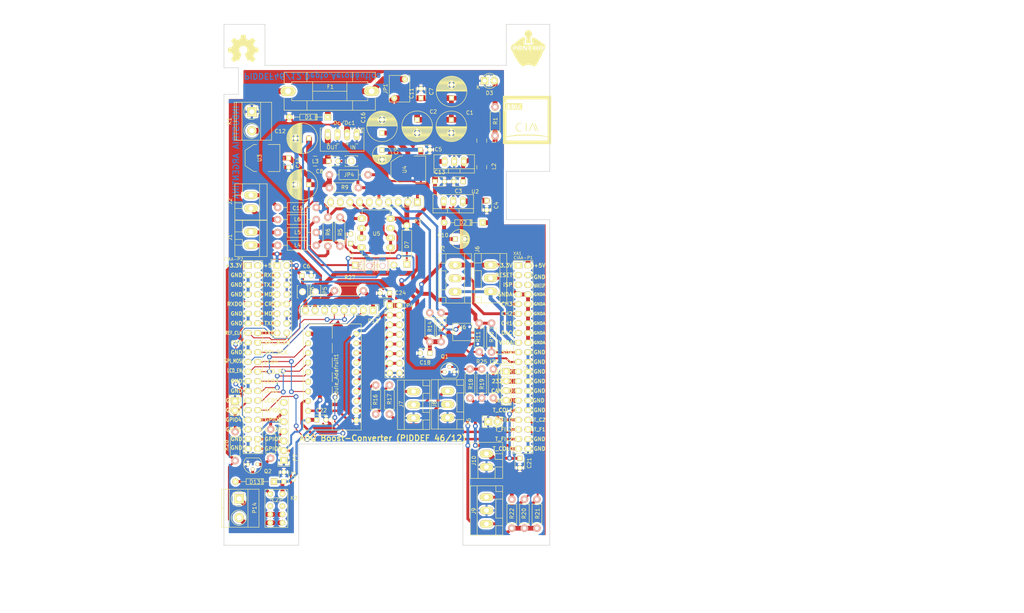
<source format=kicad_pcb>
(kicad_pcb (version 4) (host pcbnew 4.0.2+e4-6225~38~ubuntu14.04.1-stable)
  (title_block (title "ADQ Boost-Converter (PIDDEF 46/12)") (date 2016-05-10) (rev 1.0) (company "IUA - Depto Mecánica Aeronáutica") (comment 1 https://github.com/ciaa/Ponchos/tree/master/modelos/doc) (comment 2 "Autores y Licencia del template (Diego Brengi - UNLaM)") (comment 3 "Autor del poncho (Santiago Nolasco). Ver directorio \"doc\"") (comment 4 "CÓDIGO PONCHO: ADQ-PIDDEF46/12"))
  (layers (0 F.Cu signal) (31 B.Cu signal) (34 B.Paste user) (35 F.Paste user) (36 B.SilkS user) (37 F.SilkS user) (38 B.Mask user) (39 F.Mask user) (44 Edge.Cuts user))
  (net 0 "")
  (net 1 "/Circuito Principal/GPIO3")
  (net 2 GND)
  (net 3 "/Circuito Principal/GPIO7")
  (net 4 "/Circuito Principal/GPIO8")
  (net 5 "/Circuito Principal/ADC1")
  (net 6 "/Circuito Principal/ADC2")
  (net 7 "/Circuito Principal/ADC3")
  (net 8 "/Circuito Principal/DAC")
  (net 9 GNDA)
  (net 10 "/Circuito Principal/RXD")
  (net 11 "/Circuito Principal/TXD")
  (net 12 "/Circuito Principal/COL0")
  (net 13 "/Circuito Principal/COL1")
  (net 14 "/Circuito Principal/F2")
  (net 15 "/Circuito Principal/F0")
  (net 16 "/Circuito Principal/F3")
  (net 17 "/Circuito Principal/LCD4")
  (net 18 "/Circuito Principal/RS")
  (net 19 "/Circuito Principal/RD")
  (net 20 "/Circuito Principal/TD")
  (net 21 "/Circuito Principal/SDA")
  (net 22 "/Circuito Principal/spiCCK")
  (net 23 "/Circuito Principal/MISO")
  (net 24 "/Circuito Principal/ISP")
  (net 25 "/Circuito Principal/RESET")
  (net 26 "/Circuito Principal/GPIO5")
  (net 27 "/Circuito Principal/LCD1")
  (net 28 "/Circuito Principal/LCD2")
  (net 29 "/Circuito Principal/LCD3")
  (net 30 "/Circuito Principal/GPIO1")
  (net 31 "/Circuito Principal/RXD1")
  (net 32 "/Circuito Principal/TXEN")
  (net 33 "/Circuito Principal/MDC")
  (net 34 "/Circuito Principal/CRS")
  (net 35 "/Circuito Principal/MDIO")
  (net 36 "/Circuito Principal/TXD0")
  (net 37 "/Circuito Principal/TXD1")
  (net 38 +3.3VADC)
  (net 39 "/Circuito Principal/SCL")
  (net 40 "/Circuito Principal/WAKEUP")
  (net 41 "/Circuito Principal/COL2")
  (net 42 "/Circuito Principal/F1")
  (net 43 "/Circuito Principal/RXD0")
  (net 44 "/Circuito Principal/RCLK")
  (net 45 "/Circuito Principal/MOSI")
  (net 46 "/Circuito Principal/LCD_EN")
  (net 47 "/Circuito Principal/GPIO0")
  (net 48 "/Circuito Principal/GPIO2")
  (net 49 "/Circuito Principal/GPIO4")
  (net 50 "/Circuito Principal/GPIO6")
  (net 51 "/Circuito Principal/Fuente/+12V")
  (net 52 "Net-(C3-Pad1)")
  (net 53 "Net-(C4-Pad1)")
  (net 54 "/Circuito Principal/Fuente/+5aV")
  (net 55 "Net-(C8-Pad1)")
  (net 56 GNDPWR)
  (net 57 "/Circuito Principal/ADC/+5V(aislado)")
  (net 58 "/Circuito Principal/ADC/+3.3V")
  (net 59 "/Circuito Principal/ADC/+3.3V(aislado)")
  (net 60 "Net-(C17-Pad1)")
  (net 61 "Net-(D1-Pad1)")
  (net 62 "/Circuito Principal/ADC/A2")
  (net 63 "/Circuito Principal/ADC/A3")
  (net 64 "Net-(F1-Pad1)")
  (net 65 "Net-(J1-Pad1)")
  (net 66 "Net-(J1-Pad2)")
  (net 67 "Net-(J2-Pad1)")
  (net 68 "Net-(J2-Pad2)")
  (net 69 "Net-(J7-Pad3)")
  (net 70 "Net-(J7-Pad2)")
  (net 71 "Net-(J8-Pad3)")
  (net 72 "/Circuito Principal/ADC/addr")
  (net 73 "/Circuito Principal/SD/3.3v")
  (net 74 "/Circuito Principal/SD/5v")
  (net 75 "Net-(K2-Pad3)")
  (net 76 "Net-(L4-Pad2)")
  (net 77 "Net-(L6-Pad2)")
  (net 78 "Net-(L12-Pad2)")
  (net 79 "/Circuito Principal/ADC/scl")
  (net 80 "/Circuito Principal/ADC/sda")
  (net 81 "/Circuito Principal/ADC/alert")
  (net 82 "/Circuito Principal/ADC/A0")
  (net 83 "/Circuito Principal/ADC/A1")
  (net 84 "/Circuito Principal/GPIO/GPIO1")
  (net 85 "Net-(Q1-Pad2)")
  (net 86 "Net-(Q2-Pad1)")
  (net 87 "Net-(K2-Pad2)")
  (net 88 "Net-(K2-Pad4)")
  (net 89 "Net-(K2-Pad7)")
  (net 90 +5VD)
  (net 91 +3V3)
  (net 92 +3.3VP)
  (net 93 +5VP)
  (net 94 "Net-(D3-Pad2)")
  (net 95 "Net-(D7-Pad1)")
  (net 96 "Net-(D8-Pad1)")
  (net 97 "Net-(D13-Pad2)")
  (net 98 "/Circuito Principal/LCD y DRIVER/PWM2out-1")
  (net 99 "/Circuito Principal/LCD y DRIVER/PWM1out-1")
  (net 100 "/Circuito Principal/LCD y DRIVER/LCD4-1")
  (net 101 "/Circuito Principal/LCD y DRIVER/LCD3-1")
  (net 102 "/Circuito Principal/LCD y DRIVER/LCD2-1")
  (net 103 "/Circuito Principal/LCD y DRIVER/LCD1-1")
  (net 104 "/Circuito Principal/LCD y DRIVER/LCD-EN-1")
  (net 105 "/Circuito Principal/LCD y DRIVER/LCD-RS-1")
  (net 106 "/Circuito Principal/COMUNICACION/+5V")
  (module Pin_Headers:Pin_Header_Straight_2x08 (layer F.Cu) (at 87.6427 88.8873)
    (fp_text reference P9 (at 0 -5.1) (layer F.SilkS))
    (fp_text value CONN_02X08)
    (pad 1 thru_hole rect (at 0 0) (size 1.7272 1.7272) (drill 1.016) (layers *.Cu *.Mask F.SilkS) (net 58 "/Circuito Principal/ADC/+3.3V"))
    (pad 2 thru_hole oval (at 2.54 0) (size 1.7272 1.7272) (drill 1.016) (layers *.Cu *.Mask F.SilkS) (net 106 "/Circuito Principal/COMUNICACION/+5V"))
    (pad 3 thru_hole oval (at 0 2.54) (size 1.7272 1.7272) (drill 1.016) (layers *.Cu *.Mask F.SilkS) (net 31 "/Circuito Principal/RXD1"))
    (pad 4 thru_hole oval (at 2.54 2.54) (size 1.7272 1.7272) (drill 1.016) (layers *.Cu *.Mask F.SilkS) (net 2 GND))
    (pad 5 thru_hole oval (at 0 5.08) (size 1.7272 1.7272) (drill 1.016) (layers *.Cu *.Mask F.SilkS) (net 32 "/Circuito Principal/TXEN"))
    (pad 6 thru_hole oval (at 2.54 5.08) (size 1.7272 1.7272) (drill 1.016) (layers *.Cu *.Mask F.SilkS) (net 2 GND))
    (pad 7 thru_hole oval (at 0 7.62) (size 1.7272 1.7272) (drill 1.016) (layers *.Cu *.Mask F.SilkS) (net 33 "/Circuito Principal/MDC"))
    (pad 8 thru_hole oval (at 2.54 7.62) (size 1.7272 1.7272) (drill 1.016) (layers *.Cu *.Mask F.SilkS) (net 2 GND))
    (pad 9 thru_hole oval (at 0 10.16) (size 1.7272 1.7272) (drill 1.016) (layers *.Cu *.Mask F.SilkS) (net 34 "/Circuito Principal/CRS"))
    (pad 10 thru_hole oval (at 2.54 10.16) (size 1.7272 1.7272) (drill 1.016) (layers *.Cu *.Mask F.SilkS) (net 43 "/Circuito Principal/RXD0"))
    (pad 11 thru_hole oval (at 0 12.7) (size 1.7272 1.7272) (drill 1.016) (layers *.Cu *.Mask F.SilkS) (net 35 "/Circuito Principal/MDIO"))
    (pad 12 thru_hole oval (at 2.54 12.7) (size 1.7272 1.7272) (drill 1.016) (layers *.Cu *.Mask F.SilkS) (net 2 GND))
    (pad 13 thru_hole oval (at 0 15.24) (size 1.7272 1.7272) (drill 1.016) (layers *.Cu *.Mask F.SilkS) (net 36 "/Circuito Principal/TXD0"))
    (pad 14 thru_hole oval (at 2.54 15.24) (size 1.7272 1.7272) (drill 1.016) (layers *.Cu *.Mask F.SilkS) (net 2 GND))
    (pad 15 thru_hole oval (at 0 17.78) (size 1.7272 1.7272) (drill 1.016) (layers *.Cu *.Mask F.SilkS) (net 37 "/Circuito Principal/TXD1"))
    (pad 16 thru_hole oval (at 2.54 17.78) (size 1.7272 1.7272) (drill 1.016) (layers *.Cu *.Mask F.SilkS) (net 44 "/Circuito Principal/RCLK"))
  )
  (module Poncho_Esqueleto:Logo_OSHWA (layer F.Cu) (at 78.74 31.75)
    (fp_text reference G101 hide)
    (fp_text value Logo_OSHWA hide)
  )
  (module Poncho_Esqueleto:Logo_Poncho (layer F.Cu) (at 153.67 31.75)
    (fp_text reference "Power ADQ" hide)
    (fp_text value LOGO hide)
  )
  (module Poncho_Esqueleto:Logo_EDU-CIAA (layer F.Cu) (at 153.416 50.56124)
    (fp_text reference G*** hide)
    (fp_text value Logo_EDU-CIAA hide)
  )
  (module Capacitors_ThroughHole:C_Radial_D8_L11.5_P3.5 (layer F.Cu) (at 133.5 50.5 270)
    (fp_text reference C1 (at -1.8463 -4.8411 360) (layer F.SilkS))
    (fp_text value CP1)
    (pad 2 thru_hole circle (at 3.5 0 270) (size 1.3 1.3) (drill 0.8) (layers *.Cu *.Mask F.SilkS) (net 2 GND))
    (pad 1 thru_hole rect (at 0 0 270) (size 1.3 1.3) (drill 0.8) (layers *.Cu *.Mask F.SilkS) (net 51 "/Circuito Principal/Fuente/+12V"))
  )
  (module Capacitors_ThroughHole:C_Radial_D8_L11.5_P3.5 (layer F.Cu) (at 124.5 50.5 270)
    (fp_text reference C2 (at -2.1003 -4.2399 360) (layer F.SilkS))
    (fp_text value CP1)
    (pad 2 thru_hole circle (at 3.5 0 270) (size 1.3 1.3) (drill 0.8) (layers *.Cu *.Mask F.SilkS) (net 2 GND))
    (pad 1 thru_hole rect (at 0 0 270) (size 1.3 1.3) (drill 0.8) (layers *.Cu *.Mask F.SilkS) (net 51 "/Circuito Principal/Fuente/+12V"))
  )
  (module Capacitors_ThroughHole:C_Disc_D3_P2.5 (layer F.Cu) (at 136.6 66.8 180)
    (fp_text reference C3 (at 1.25 -2.5 180) (layer F.SilkS))
    (fp_text value C)
    (pad 1 thru_hole rect (at 0 0 180) (size 1.3 1.3) (drill 0.8) (layers *.Cu *.Mask F.SilkS) (net 52 "Net-(C3-Pad1)"))
    (pad 2 thru_hole circle (at 2.5 0 180) (size 1.3 1.3) (drill 0.8001) (layers *.Cu *.Mask F.SilkS) (net 2 GND))
  )
  (module Capacitors_ThroughHole:C_Disc_D3_P2.5 (layer F.Cu) (at 142.8115 71.8077 270)
    (fp_text reference C4 (at 1.25 -2.5 270) (layer F.SilkS))
    (fp_text value C)
    (pad 1 thru_hole rect (at 0 0 270) (size 1.3 1.3) (drill 0.8) (layers *.Cu *.Mask F.SilkS) (net 53 "Net-(C4-Pad1)"))
    (pad 2 thru_hole circle (at 2.5 0 270) (size 1.3 1.3) (drill 0.8001) (layers *.Cu *.Mask F.SilkS) (net 2 GND))
  )
  (module Capacitors_ThroughHole:C_Disc_D3_P2.5 (layer F.Cu) (at 125.349 58.42)
    (fp_text reference C5 (at 4.7117 -0.1143) (layer F.SilkS))
    (fp_text value C)
    (pad 1 thru_hole rect (at 0 0) (size 1.3 1.3) (drill 0.8) (layers *.Cu *.Mask F.SilkS) (net 54 "/Circuito Principal/Fuente/+5aV"))
    (pad 2 thru_hole circle (at 2.5 0) (size 1.3 1.3) (drill 0.8001) (layers *.Cu *.Mask F.SilkS) (net 2 GND))
  )
  (module Capacitors_ThroughHole:C_Disc_D3_P2.5 (layer F.Cu) (at 94.1451 91.5797)
    (fp_text reference C6 (at 1.25 -2.5) (layer F.SilkS))
    (fp_text value C)
    (pad 1 thru_hole rect (at 0 0) (size 1.3 1.3) (drill 0.8) (layers *.Cu *.Mask F.SilkS) (net 106 "/Circuito Principal/COMUNICACION/+5V"))
    (pad 2 thru_hole circle (at 2.5 0) (size 1.3 1.3) (drill 0.8001) (layers *.Cu *.Mask F.SilkS) (net 2 GND))
  )
  (module Capacitors_ThroughHole:C_Radial_D8_L11.5_P3.5 (layer F.Cu) (at 133.5532 44.81576 90)
    (fp_text reference C7 (at 1.75 -5.3 90) (layer F.SilkS))
    (fp_text value CP1)
    (pad 2 thru_hole circle (at 3.5 0 90) (size 1.3 1.3) (drill 0.8) (layers *.Cu *.Mask F.SilkS) (net 2 GND))
    (pad 1 thru_hole rect (at 0 0 90) (size 1.3 1.3) (drill 0.8) (layers *.Cu *.Mask F.SilkS) (net 51 "/Circuito Principal/Fuente/+12V"))
  )
  (module Capacitors_ThroughHole:C_Disc_D3_P2.5 (layer F.Cu) (at 101.2 61.4)
    (fp_text reference C8 (at -2.3813 2.6969) (layer F.SilkS))
    (fp_text value C)
    (pad 1 thru_hole rect (at 0 0) (size 1.3 1.3) (drill 0.8) (layers *.Cu *.Mask F.SilkS) (net 55 "Net-(C8-Pad1)"))
    (pad 2 thru_hole circle (at 2.5 0) (size 1.3 1.3) (drill 0.8001) (layers *.Cu *.Mask F.SilkS) (net 56 GNDPWR))
  )
  (module Capacitors_ThroughHole:C_Disc_D3_P2.5 (layer F.Cu) (at 125.50648 44.81576 90)
    (fp_text reference C11 (at 1.25 -2.5 90) (layer F.SilkS))
    (fp_text value C)
    (pad 1 thru_hole rect (at 0 0 90) (size 1.3 1.3) (drill 0.8) (layers *.Cu *.Mask F.SilkS) (net 51 "/Circuito Principal/Fuente/+12V"))
    (pad 2 thru_hole circle (at 2.5 0 90) (size 1.3 1.3) (drill 0.8001) (layers *.Cu *.Mask F.SilkS) (net 2 GND))
  )
  (module Capacitors_ThroughHole:C_Radial_D8_L11.5_P3.5 (layer F.Cu) (at 96 55.4 180)
    (fp_text reference C12 (at 7.5445 1.8695 180) (layer F.SilkS))
    (fp_text value CP1)
    (pad 2 thru_hole circle (at 3.5 0 180) (size 1.3 1.3) (drill 0.8) (layers *.Cu *.Mask F.SilkS) (net 56 GNDPWR))
    (pad 1 thru_hole rect (at 0 0 180) (size 1.3 1.3) (drill 0.8) (layers *.Cu *.Mask F.SilkS) (net 57 "/Circuito Principal/ADC/+5V(aislado)"))
  )
  (module Capacitors_ThroughHole:C_Disc_D3_P2.5 (layer F.Cu) (at 129.2 66.8)
    (fp_text reference C13 (at 1.25 -2.5) (layer F.SilkS))
    (fp_text value C)
    (pad 1 thru_hole rect (at 0 0) (size 1.3 1.3) (drill 0.8) (layers *.Cu *.Mask F.SilkS) (net 58 "/Circuito Principal/ADC/+3.3V"))
    (pad 2 thru_hole circle (at 2.5 0) (size 1.3 1.3) (drill 0.8001) (layers *.Cu *.Mask F.SilkS) (net 2 GND))
  )
  (module Capacitors_ThroughHole:C_Disc_D3_P2.5 (layer F.Cu) (at 90.678 60.579 270)
    (fp_text reference C14 (at 1.25 -2.5 270) (layer F.SilkS))
    (fp_text value C)
    (pad 1 thru_hole rect (at 0 0 270) (size 1.3 1.3) (drill 0.8) (layers *.Cu *.Mask F.SilkS) (net 59 "/Circuito Principal/ADC/+3.3V(aislado)"))
    (pad 2 thru_hole circle (at 2.5 0 270) (size 1.3 1.3) (drill 0.8001) (layers *.Cu *.Mask F.SilkS) (net 56 GNDPWR))
  )
  (module Capacitors_ThroughHole:C_Radial_D8_L11.5_P3.5 (layer F.Cu) (at 96 67.6 180)
    (fp_text reference C15 (at 2.8709 -6.1997 180) (layer F.SilkS))
    (fp_text value CP1)
    (pad 2 thru_hole circle (at 3.5 0 180) (size 1.3 1.3) (drill 0.8) (layers *.Cu *.Mask F.SilkS) (net 56 GNDPWR))
    (pad 1 thru_hole rect (at 0 0 180) (size 1.3 1.3) (drill 0.8) (layers *.Cu *.Mask F.SilkS) (net 59 "/Circuito Principal/ADC/+3.3V(aislado)"))
  )
  (module Capacitors_ThroughHole:C_Radial_D8_L11.5_P3.5 (layer F.Cu) (at 115.25 54 90)
    (fp_text reference C16 (at 4.0255 -4.9505 90) (layer F.SilkS))
    (fp_text value CP1)
    (pad 2 thru_hole circle (at 3.5 0 90) (size 1.3 1.3) (drill 0.8) (layers *.Cu *.Mask F.SilkS) (net 2 GND))
    (pad 1 thru_hole rect (at 0 0 90) (size 1.3 1.3) (drill 0.8) (layers *.Cu *.Mask F.SilkS) (net 58 "/Circuito Principal/ADC/+3.3V"))
  )
  (module Capacitors_ThroughHole:C_Disc_D3_P2.5 (layer F.Cu) (at 106.9975 83.0961 90)
    (fp_text reference C17 (at -2.8956 0.1016 90) (layer F.SilkS))
    (fp_text value C)
    (pad 1 thru_hole rect (at 0 0 90) (size 1.3 1.3) (drill 0.8) (layers *.Cu *.Mask F.SilkS) (net 60 "Net-(C17-Pad1)"))
    (pad 2 thru_hole circle (at 2.5 0 90) (size 1.3 1.3) (drill 0.8001) (layers *.Cu *.Mask F.SilkS) (net 56 GNDPWR))
  )
  (module Capacitors_ThroughHole:C_Disc_D3_P2.5 (layer F.Cu) (at 151.4983 139.6873 270)
    (fp_text reference C21 (at 1.25 -2.5 270) (layer F.SilkS))
    (fp_text value C)
    (pad 1 thru_hole rect (at 0 0 270) (size 1.3 1.3) (drill 0.8) (layers *.Cu *.Mask F.SilkS) (net 13 "/Circuito Principal/COL1"))
    (pad 2 thru_hole circle (at 2.5 0 270) (size 1.3 1.3) (drill 0.8001) (layers *.Cu *.Mask F.SilkS) (net 2 GND))
  )
  (module Capacitors_ThroughHole:C_Disc_D3_P2.5 (layer F.Cu) (at 98.044 129.54)
    (fp_text reference C22 (at 1.25 -2.5) (layer F.SilkS))
    (fp_text value C)
    (pad 1 thru_hole rect (at 0 0) (size 1.3 1.3) (drill 0.8) (layers *.Cu *.Mask F.SilkS) (net 58 "/Circuito Principal/ADC/+3.3V"))
    (pad 2 thru_hole circle (at 2.5 0) (size 1.3 1.3) (drill 0.8001) (layers *.Cu *.Mask F.SilkS) (net 2 GND))
  )
  (module Capacitors_ThroughHole:C_Disc_D3_P2.5 (layer F.Cu) (at 89.408 145.796 90)
    (fp_text reference C23 (at 1.2827 2.6035 90) (layer F.SilkS))
    (fp_text value C)
    (pad 1 thru_hole rect (at 0 0 90) (size 1.3 1.3) (drill 0.8) (layers *.Cu *.Mask F.SilkS) (net 106 "/Circuito Principal/COMUNICACION/+5V"))
    (pad 2 thru_hole circle (at 2.5 0 90) (size 1.3 1.3) (drill 0.8001) (layers *.Cu *.Mask F.SilkS) (net 2 GND))
  )
  (module Capacitors_ThroughHole:C_Disc_D3_P2.5 (layer F.Cu) (at 117.2483 96.1517 180)
    (fp_text reference C24 (at -2.8556 0.0508 180) (layer F.SilkS))
    (fp_text value C)
    (pad 1 thru_hole rect (at 0 0 180) (size 1.3 1.3) (drill 0.8) (layers *.Cu *.Mask F.SilkS) (net 106 "/Circuito Principal/COMUNICACION/+5V"))
    (pad 2 thru_hole circle (at 2.5 0 180) (size 1.3 1.3) (drill 0.8001) (layers *.Cu *.Mask F.SilkS) (net 2 GND))
  )
  (module Diodes_ThroughHole:Diode_DO-35_SOD27_Horizontal_RM10 (layer F.Cu) (at 101 49.8 180)
    (fp_text reference D1 (at 5.0769 -0.0221 180) (layer F.SilkS))
    (fp_text value D)
    (pad 2 thru_hole circle (at 10.16052 -0.00254) (size 1.69926 1.69926) (drill 0.70104) (layers *.Cu *.Mask F.SilkS) (net 2 GND))
    (pad 1 thru_hole rect (at 0.00052 -0.00254) (size 1.69926 1.69926) (drill 0.70104) (layers *.Cu *.Mask F.SilkS) (net 61 "Net-(D1-Pad1)"))
  )
  (module LEDs:LED-3MM (layer F.Cu) (at 142.25 40.25)
    (fp_text reference D3 (at 1.2727 3.2221) (layer F.SilkS))
    (fp_text value LED)
    (fp_text user K (at -1.69 1.74) (layer F.SilkS))
    (pad 1 thru_hole rect (at 0 0 90) (size 2 2) (drill 1.00076) (layers *.Cu *.Mask F.SilkS) (net 2 GND))
    (pad 2 thru_hole circle (at 2.54 0) (size 2 2) (drill 1.00076) (layers *.Cu *.Mask F.SilkS) (net 94 "Net-(D3-Pad2)"))
  )
  (module Converters_DCDC_ACDC:DCDC-Conv_TRACO_TME05xx_TME12xx (layer F.Cu) (at 108.6 54.4 180)
    (fp_text reference Dc/Dc1 (at 3.2789 3.0539 180) (layer F.SilkS))
    (fp_text value TME_1205S)
    (fp_text user 1 (at -1.4 1 180) (layer F.SilkS))
    (fp_text user OUT (at 6.49936 -3.39898 180) (layer F.SilkS))
    (fp_text user IN (at 1.00026 -3.39898 180) (layer F.SilkS))
    (fp_text user + (at 7.50012 -2.40076 180) (layer F.SilkS))
    (fp_text user + (at 2.49886 -2.40076 180) (layer F.SilkS))
    (fp_text user - (at 5.00076 -2.40076 180) (layer F.SilkS))
    (fp_text user - (at -0.0005 -2.40076 180) (layer F.SilkS))
    (pad 1 thru_hole oval (at 0 0 180) (size 1.50114 2.99974) (drill 1.00076) (layers *.Cu *.Mask F.SilkS) (net 2 GND))
    (pad 2 thru_hole oval (at 2.54 0 180) (size 1.50114 2.99974) (drill 1.00076) (layers *.Cu *.Mask F.SilkS) (net 51 "/Circuito Principal/Fuente/+12V"))
    (pad 3 thru_hole oval (at 5.08 0 180) (size 1.50114 2.99974) (drill 1.00076) (layers *.Cu *.Mask F.SilkS) (net 56 GNDPWR))
    (pad 4 thru_hole oval (at 7.62 0 180) (size 1.50114 2.99974) (drill 1.00076) (layers *.Cu *.Mask F.SilkS) (net 55 "Net-(C8-Pad1)"))
  )
  (module Fuse_Holders_and_Fuses:Fuseholder5x20_horiz_SemiClosed_Casing10x25mm (layer F.Cu) (at 101.5 43)
    (fp_text reference F1 (at 0.1635 -1.1535) (layer F.SilkS))
    (fp_text value FUSE)
    (pad 2 thru_hole oval (at 11.00074 0 270) (size 2.49936 4.0005) (drill 1.50114) (layers *.Cu *.Mask F.SilkS) (net 61 "Net-(D1-Pad1)"))
    (pad 1 thru_hole oval (at -11.00074 0 270) (size 2.49936 4.0005) (drill 1.50114) (layers *.Cu *.Mask F.SilkS) (net 64 "Net-(F1-Pad1)"))
  )
  (module Varistors:RV_Disc_D7_W5.4_P5 (layer F.Cu) (at 121.2596 39.84244 270)
    (fp_text reference JP1 (at 2.5 5.1 270) (layer F.SilkS))
    (fp_text value JUMPER)
    (pad 1 thru_hole circle (at 0 0 270) (size 1.6 1.6) (drill 0.6) (layers *.Cu *.Mask F.SilkS) (net 61 "Net-(D1-Pad1)"))
    (pad 2 thru_hole circle (at 5 2.8 270) (size 1.6 1.6) (drill 0.6) (layers *.Cu *.Mask F.SilkS) (net 51 "/Circuito Principal/Fuente/+12V"))
  )
  (module Buttons_Switches_SMD:SW_SPST_B3U-1000P-B (layer B.Cu) (at 115.3795 88.9889 270)
    (fp_text reference JP2 (at 0 2.5 270) (layer B.SilkS) (effects (justify mirror)))
    (fp_text value Jumper_NO_Small)
    (pad 1 smd rect (at -1.7 0 270) (size 0.9 1.7) (layers B.Cu B.Paste B.Mask) (net 60 "Net-(C17-Pad1)"))
    (pad 2 smd rect (at 1.7 0 270) (size 0.9 1.7) (layers B.Cu B.Paste B.Mask) (net 57 "/Circuito Principal/ADC/+5V(aislado)"))
    (pad "" np_thru_hole circle (at 0 0 270) (size 0.8 0.8) (drill 0.8) (layers *.Cu *.Mask))
  )
  (module Buttons_Switches_SMD:SW_SPST_B3U-1000P-B (layer B.Cu) (at 111.9251 88.9617 270)
    (fp_text reference JP3 (at 0 2.5 270) (layer B.SilkS) (effects (justify mirror)))
    (fp_text value Jumper_NO_Small)
    (pad 1 smd rect (at -1.7 0 270) (size 0.9 1.7) (layers B.Cu B.Paste B.Mask) (net 60 "Net-(C17-Pad1)"))
    (pad 2 smd rect (at 1.7 0 270) (size 0.9 1.7) (layers B.Cu B.Paste B.Mask) (net 59 "/Circuito Principal/ADC/+3.3V(aislado)"))
    (pad "" np_thru_hole circle (at 0 0 270) (size 0.8 0.8) (drill 0.8) (layers *.Cu *.Mask))
  )
  (module Buttons_Switches_SMD:SW_SPST_B3U-1000P-B (layer F.Cu) (at 107.2 61.4 180)
    (fp_text reference JP4 (at 0.6089 -3.6113 180) (layer F.SilkS))
    (fp_text value Jumper_NO_Small)
    (pad 1 smd rect (at -1.7 0 180) (size 0.9 1.7) (layers F.Cu F.Paste F.Mask) (net 72 "/Circuito Principal/ADC/addr"))
    (pad 2 smd rect (at 1.7 0 180) (size 0.9 1.7) (layers F.Cu F.Paste F.Mask) (net 56 GNDPWR))
    (pad "" np_thru_hole circle (at 0 0 180) (size 0.8 0.8) (drill 0.8) (layers *.Cu *.Mask))
  )
  (module Buttons_Switches_SMD:SW_SPST_B3U-1000P-B (layer F.Cu) (at 97.7392 95.8088 270)
    (fp_text reference JP5 (at 0 -2.5 270) (layer F.SilkS))
    (fp_text value Jumper_NO_Small)
    (pad 1 smd rect (at -1.7 0 270) (size 0.9 1.7) (layers F.Cu F.Paste F.Mask) (net 58 "/Circuito Principal/ADC/+3.3V"))
    (pad 2 smd rect (at 1.7 0 270) (size 0.9 1.7) (layers F.Cu F.Paste F.Mask) (net 73 "/Circuito Principal/SD/3.3v"))
    (pad "" np_thru_hole circle (at 0 0 270) (size 0.8 0.8) (drill 0.8) (layers *.Cu *.Mask))
  )
  (module Buttons_Switches_SMD:SW_SPST_B3U-1000P-B (layer F.Cu) (at 94.3356 95.8088 270)
    (fp_text reference JP6 (at 0 -2.5 270) (layer F.SilkS))
    (fp_text value Jumper_NO_Small)
    (pad 1 smd rect (at -1.7 0 270) (size 0.9 1.7) (layers F.Cu F.Paste F.Mask) (net 106 "/Circuito Principal/COMUNICACION/+5V"))
    (pad 2 smd rect (at 1.7 0 270) (size 0.9 1.7) (layers F.Cu F.Paste F.Mask) (net 74 "/Circuito Principal/SD/5v"))
    (pad "" np_thru_hole circle (at 0 0 270) (size 0.8 0.8) (drill 0.8) (layers *.Cu *.Mask))
  )
  (module Terminal_Blocks:TerminalBlock_Pheonix_MKDS1.5-2pol (layer F.Cu) (at 81 48.4 270)
    (fp_text reference K1 (at 2.5 5.9 270) (layer F.SilkS))
    (fp_text value CONN_2)
    (pad 1 thru_hole rect (at 0 0 270) (size 2.5 2.5) (drill 1.3) (layers *.Cu *.Mask F.SilkS) (net 2 GND))
    (pad 2 thru_hole circle (at 5 0 270) (size 2.5 2.5) (drill 1.3) (layers *.Cu *.Mask F.SilkS) (net 64 "Net-(F1-Pad1)"))
  )
  (module "Relays_ThroughHole:Relay_DPDT_IM0(3,6,7)NS" (layer F.Cu) (at 85.852 149.0472)
    (fp_text reference K2 (at 6.2611 1.1049) (layer F.SilkS))
    (fp_text value RELAY_2RT)
    (pad 8 thru_hole circle (at 3.2 0 270) (size 1.5 1.5) (drill 0.65) (layers *.Cu *.Mask F.SilkS) (net 106 "/Circuito Principal/COMUNICACION/+5V"))
    (pad 1 thru_hole circle (at 0 0 270) (size 1.5 1.5) (drill 0.65) (layers *.Cu *.Mask F.SilkS) (net 97 "Net-(D13-Pad2)"))
    (pad 2 thru_hole circle (at 0 3.2 270) (size 1.5 1.5) (drill 0.65) (layers *.Cu *.Mask F.SilkS) (net 87 "Net-(K2-Pad2)"))
    (pad 3 thru_hole circle (at 0 5.4 270) (size 1.5 1.5) (drill 0.65) (layers *.Cu *.Mask F.SilkS) (net 75 "Net-(K2-Pad3)"))
    (pad 4 thru_hole circle (at 0 7.6 270) (size 1.5 1.5) (drill 0.65) (layers *.Cu *.Mask F.SilkS) (net 88 "Net-(K2-Pad4)"))
    (pad 7 thru_hole circle (at 3.2 3.2 270) (size 1.5 1.5) (drill 0.65) (layers *.Cu *.Mask F.SilkS) (net 89 "Net-(K2-Pad7)"))
    (pad 6 thru_hole circle (at 3.2 5.4 270) (size 1.5 1.5) (drill 0.65) (layers *.Cu *.Mask F.SilkS) (net 75 "Net-(K2-Pad3)"))
    (pad 5 thru_hole circle (at 3.2 7.6 270) (size 1.5 1.5) (drill 0.65) (layers *.Cu *.Mask F.SilkS) (net 88 "Net-(K2-Pad4)"))
  )
  (module Inductors_NEOSID:Neosid_Inductor_SM-NE30_SMD1210 (layer F.Cu) (at 141.5 56 270)
    (fp_text reference L1 (at -0.20066 -3.2004 270) (layer F.SilkS))
    (fp_text value L_Small)
    (pad 2 smd rect (at 1.6002 0 270) (size 1.00076 1.89992) (layers F.Cu F.Paste F.Mask) (net 52 "Net-(C3-Pad1)"))
    (pad 1 smd rect (at -1.6002 0 270) (size 1.00076 1.89992) (layers F.Cu F.Paste F.Mask) (net 51 "/Circuito Principal/Fuente/+12V"))
  )
  (module Inductors_NEOSID:Neosid_Inductor_SM-NE30_SMD1210 (layer F.Cu) (at 141.5 63 270)
    (fp_text reference L2 (at -0.20066 -3.2004 270) (layer F.SilkS))
    (fp_text value L_Small)
    (pad 2 smd rect (at 1.6002 0 270) (size 1.00076 1.89992) (layers F.Cu F.Paste F.Mask) (net 53 "Net-(C4-Pad1)"))
    (pad 1 smd rect (at -1.6002 0 270) (size 1.00076 1.89992) (layers F.Cu F.Paste F.Mask) (net 51 "/Circuito Principal/Fuente/+12V"))
  )
  (module Inductors_NEOSID:Neosid_Inductor_SM-NE30_SMD1210 (layer F.Cu) (at 97.663 61.4 180)
    (fp_text reference L3 (at -0.0381 -0.0553 180) (layer F.SilkS))
    (fp_text value L_Small)
    (pad 2 smd rect (at 1.6002 0 180) (size 1.00076 1.89992) (layers F.Cu F.Paste F.Mask) (net 57 "/Circuito Principal/ADC/+5V(aislado)"))
    (pad 1 smd rect (at -1.6002 0 180) (size 1.00076 1.89992) (layers F.Cu F.Paste F.Mask) (net 55 "Net-(C8-Pad1)"))
  )
  (module Resistors_ThroughHole:Resistor_Horizontal_RM10mm (layer F.Cu) (at 87.8 83.6)
    (fp_text reference L4 (at 5.2275 -0.0467) (layer F.SilkS))
    (fp_text value INDUCTOR)
    (pad 1 thru_hole circle (at 0 0) (size 1.99898 1.99898) (drill 1.00076) (layers *.Cu *.SilkS *.Mask) (net 66 "Net-(J1-Pad2)"))
    (pad 2 thru_hole circle (at 10.16 0) (size 1.99898 1.99898) (drill 1.00076) (layers *.Cu *.SilkS *.Mask) (net 76 "Net-(L4-Pad2)"))
  )
  (module Resistors_ThroughHole:Resistor_Horizontal_RM10mm (layer F.Cu) (at 87.8 80.2)
    (fp_text reference L5 (at 5.2275 -0.0503) (layer F.SilkS))
    (fp_text value INDUCTOR)
    (pad 1 thru_hole circle (at 0 0) (size 1.99898 1.99898) (drill 1.00076) (layers *.Cu *.SilkS *.Mask) (net 65 "Net-(J1-Pad1)"))
    (pad 2 thru_hole circle (at 10.16 0) (size 1.99898 1.99898) (drill 1.00076) (layers *.Cu *.SilkS *.Mask) (net 56 GNDPWR))
  )
  (module Resistors_ThroughHole:Resistor_Horizontal_RM10mm (layer F.Cu) (at 87.8 76.8)
    (fp_text reference L6 (at 5.1767 -0.0539) (layer F.SilkS))
    (fp_text value INDUCTOR)
    (pad 1 thru_hole circle (at 0 0) (size 1.99898 1.99898) (drill 1.00076) (layers *.Cu *.SilkS *.Mask) (net 68 "Net-(J2-Pad2)"))
    (pad 2 thru_hole circle (at 10.16 0) (size 1.99898 1.99898) (drill 1.00076) (layers *.Cu *.SilkS *.Mask) (net 77 "Net-(L6-Pad2)"))
  )
  (module Resistors_ThroughHole:Resistor_Horizontal_RM10mm (layer F.Cu) (at 87.8 73.6)
    (fp_text reference L7 (at 5.32892 -3.50012) (layer F.SilkS))
    (fp_text value INDUCTOR)
    (pad 1 thru_hole circle (at 0 0) (size 1.99898 1.99898) (drill 1.00076) (layers *.Cu *.SilkS *.Mask) (net 67 "Net-(J2-Pad1)"))
    (pad 2 thru_hole circle (at 10.16 0) (size 1.99898 1.99898) (drill 1.00076) (layers *.Cu *.SilkS *.Mask) (net 56 GNDPWR))
  )
  (module Resistors_ThroughHole:Resistor_Horizontal_RM10mm (layer F.Cu) (at 101.4 65)
    (fp_text reference L12 (at 5.32892 -3.50012) (layer F.SilkS))
    (fp_text value INDUCTOR)
    (pad 1 thru_hole circle (at 0 0) (size 1.99898 1.99898) (drill 1.00076) (layers *.Cu *.SilkS *.Mask) (net 59 "/Circuito Principal/ADC/+3.3V(aislado)"))
    (pad 2 thru_hole circle (at 10.16 0) (size 1.99898 1.99898) (drill 1.00076) (layers *.Cu *.SilkS *.Mask) (net 78 "Net-(L12-Pad2)"))
  )
  (module PIDDEF:Adafruit-LevelShifter-TXB0108 (layer F.Cu) (at 102.1588 118.2624)
    (fp_text reference Module_Adafruit1 (at 1.032 0.24 90) (layer F.SilkS))
    (fp_text value Module_LevelShifter)
    (pad 1 thru_hole circle (at -6.35 -11.43) (size 1.524 1.524) (drill 0.762) (layers *.Cu *.Mask F.SilkS) (net 58 "/Circuito Principal/ADC/+3.3V"))
    (pad 2 thru_hole circle (at -6.35 -8.89) (size 1.524 1.524) (drill 0.762) (layers *.Cu *.Mask F.SilkS) (net 18 "/Circuito Principal/RS"))
    (pad 3 thru_hole circle (at -6.35 -6.35) (size 1.524 1.524) (drill 0.762) (layers *.Cu *.Mask F.SilkS) (net 46 "/Circuito Principal/LCD_EN"))
    (pad 4 thru_hole circle (at -6.35 -3.81) (size 1.524 1.524) (drill 0.762) (layers *.Cu *.Mask F.SilkS) (net 27 "/Circuito Principal/LCD1"))
    (pad 5 thru_hole circle (at -6.35 -1.27) (size 1.524 1.524) (drill 0.762) (layers *.Cu *.Mask F.SilkS) (net 28 "/Circuito Principal/LCD2"))
    (pad 6 thru_hole circle (at -6.35 1.27) (size 1.524 1.524) (drill 0.762) (layers *.Cu *.Mask F.SilkS) (net 29 "/Circuito Principal/LCD3"))
    (pad 7 thru_hole circle (at -6.35 3.81) (size 1.524 1.524) (drill 0.762) (layers *.Cu *.Mask F.SilkS) (net 17 "/Circuito Principal/LCD4"))
    (pad 8 thru_hole circle (at -6.35 6.35) (size 1.524 1.524) (drill 0.762) (layers *.Cu *.Mask F.SilkS) (net 14 "/Circuito Principal/F2"))
    (pad 9 thru_hole circle (at -6.35 8.89) (size 1.524 1.524) (drill 0.762) (layers *.Cu *.Mask F.SilkS) (net 16 "/Circuito Principal/F3"))
    (pad 10 thru_hole circle (at -6.35 11.43) (size 1.524 1.524) (drill 0.762) (layers *.Cu *.Mask F.SilkS) (net 58 "/Circuito Principal/ADC/+3.3V"))
    (pad 11 thru_hole circle (at 6.35 11.43) (size 1.524 1.524) (drill 0.762) (layers *.Cu *.Mask F.SilkS) (net 2 GND))
    (pad 12 thru_hole circle (at 6.35 8.89) (size 1.524 1.524) (drill 0.762) (layers *.Cu *.Mask F.SilkS) (net 98 "/Circuito Principal/LCD y DRIVER/PWM2out-1"))
    (pad 13 thru_hole circle (at 6.35 6.35) (size 1.524 1.524) (drill 0.762) (layers *.Cu *.Mask F.SilkS) (net 99 "/Circuito Principal/LCD y DRIVER/PWM1out-1"))
    (pad 14 thru_hole circle (at 6.35 3.81) (size 1.524 1.524) (drill 0.762) (layers *.Cu *.Mask F.SilkS) (net 100 "/Circuito Principal/LCD y DRIVER/LCD4-1"))
    (pad 15 thru_hole circle (at 6.35 1.27) (size 1.524 1.524) (drill 0.762) (layers *.Cu *.Mask F.SilkS) (net 101 "/Circuito Principal/LCD y DRIVER/LCD3-1"))
    (pad 16 thru_hole circle (at 6.35 -1.27) (size 1.524 1.524) (drill 0.762) (layers *.Cu *.Mask F.SilkS) (net 102 "/Circuito Principal/LCD y DRIVER/LCD2-1"))
    (pad 17 thru_hole circle (at 6.35 -3.81) (size 1.524 1.524) (drill 0.762) (layers *.Cu *.Mask F.SilkS) (net 103 "/Circuito Principal/LCD y DRIVER/LCD1-1"))
    (pad 18 thru_hole circle (at 6.35 -6.35) (size 1.524 1.524) (drill 0.762) (layers *.Cu *.Mask F.SilkS) (net 104 "/Circuito Principal/LCD y DRIVER/LCD-EN-1"))
    (pad 19 thru_hole circle (at 6.35 -8.89) (size 1.524 1.524) (drill 0.762) (layers *.Cu *.Mask F.SilkS) (net 105 "/Circuito Principal/LCD y DRIVER/LCD-RS-1"))
    (pad 20 thru_hole circle (at 6.35 -11.43) (size 1.524 1.524) (drill 0.762) (layers *.Cu *.Mask F.SilkS) (net 106 "/Circuito Principal/COMUNICACION/+5V"))
  )
  (module Socket_Strips:Socket_Strip_Straight_1x10 (layer F.Cu) (at 124.6 72.2 180)
    (fp_text reference P3 (at 0 -5.1 180) (layer F.SilkS))
    (fp_text value CONN_01X10)
    (pad 1 thru_hole rect (at 0 0 180) (size 1.7272 2.032) (drill 1.016) (layers *.Cu *.Mask F.SilkS) (net 78 "Net-(L12-Pad2)"))
    (pad 2 thru_hole oval (at 2.54 0 180) (size 1.7272 2.032) (drill 1.016) (layers *.Cu *.Mask F.SilkS) (net 56 GNDPWR))
    (pad 3 thru_hole oval (at 5.08 0 180) (size 1.7272 2.032) (drill 1.016) (layers *.Cu *.Mask F.SilkS) (net 79 "/Circuito Principal/ADC/scl"))
    (pad 4 thru_hole oval (at 7.62 0 180) (size 1.7272 2.032) (drill 1.016) (layers *.Cu *.Mask F.SilkS) (net 80 "/Circuito Principal/ADC/sda"))
    (pad 5 thru_hole oval (at 10.16 0 180) (size 1.7272 2.032) (drill 1.016) (layers *.Cu *.Mask F.SilkS) (net 72 "/Circuito Principal/ADC/addr"))
    (pad 6 thru_hole oval (at 12.7 0 180) (size 1.7272 2.032) (drill 1.016) (layers *.Cu *.Mask F.SilkS) (net 81 "/Circuito Principal/ADC/alert"))
    (pad 7 thru_hole oval (at 15.24 0 180) (size 1.7272 2.032) (drill 1.016) (layers *.Cu *.Mask F.SilkS) (net 82 "/Circuito Principal/ADC/A0"))
    (pad 8 thru_hole oval (at 17.78 0 180) (size 1.7272 2.032) (drill 1.016) (layers *.Cu *.Mask F.SilkS) (net 83 "/Circuito Principal/ADC/A1"))
    (pad 9 thru_hole oval (at 20.32 0 180) (size 1.7272 2.032) (drill 1.016) (layers *.Cu *.Mask F.SilkS) (net 62 "/Circuito Principal/ADC/A2"))
    (pad 10 thru_hole oval (at 22.86 0 180) (size 1.7272 2.032) (drill 1.016) (layers *.Cu *.Mask F.SilkS) (net 63 "/Circuito Principal/ADC/A3"))
  )
  (module Pin_Headers:Pin_Header_Straight_2x08 (layer F.Cu) (at 117.2972 99.4156)
    (fp_text reference P4 (at 5.2959 0.0889) (layer F.SilkS))
    (fp_text value CONN_02X08)
    (pad 1 thru_hole rect (at 0 0) (size 1.7272 1.7272) (drill 1.016) (layers *.Cu *.Mask F.SilkS) (net 106 "/Circuito Principal/COMUNICACION/+5V"))
    (pad 2 thru_hole oval (at 2.54 0) (size 1.7272 1.7272) (drill 1.016) (layers *.Cu *.Mask F.SilkS) (net 106 "/Circuito Principal/COMUNICACION/+5V"))
    (pad 3 thru_hole oval (at 0 2.54) (size 1.7272 1.7272) (drill 1.016) (layers *.Cu *.Mask F.SilkS) (net 105 "/Circuito Principal/LCD y DRIVER/LCD-RS-1"))
    (pad 4 thru_hole oval (at 2.54 2.54) (size 1.7272 1.7272) (drill 1.016) (layers *.Cu *.Mask F.SilkS) (net 105 "/Circuito Principal/LCD y DRIVER/LCD-RS-1"))
    (pad 5 thru_hole oval (at 0 5.08) (size 1.7272 1.7272) (drill 1.016) (layers *.Cu *.Mask F.SilkS) (net 104 "/Circuito Principal/LCD y DRIVER/LCD-EN-1"))
    (pad 6 thru_hole oval (at 2.54 5.08) (size 1.7272 1.7272) (drill 1.016) (layers *.Cu *.Mask F.SilkS) (net 104 "/Circuito Principal/LCD y DRIVER/LCD-EN-1"))
    (pad 7 thru_hole oval (at 0 7.62) (size 1.7272 1.7272) (drill 1.016) (layers *.Cu *.Mask F.SilkS) (net 103 "/Circuito Principal/LCD y DRIVER/LCD1-1"))
    (pad 8 thru_hole oval (at 2.54 7.62) (size 1.7272 1.7272) (drill 1.016) (layers *.Cu *.Mask F.SilkS) (net 103 "/Circuito Principal/LCD y DRIVER/LCD1-1"))
    (pad 9 thru_hole oval (at 0 10.16) (size 1.7272 1.7272) (drill 1.016) (layers *.Cu *.Mask F.SilkS) (net 102 "/Circuito Principal/LCD y DRIVER/LCD2-1"))
    (pad 10 thru_hole oval (at 2.54 10.16) (size 1.7272 1.7272) (drill 1.016) (layers *.Cu *.Mask F.SilkS) (net 102 "/Circuito Principal/LCD y DRIVER/LCD2-1"))
    (pad 11 thru_hole oval (at 0 12.7) (size 1.7272 1.7272) (drill 1.016) (layers *.Cu *.Mask F.SilkS) (net 101 "/Circuito Principal/LCD y DRIVER/LCD3-1"))
    (pad 12 thru_hole oval (at 2.54 12.7) (size 1.7272 1.7272) (drill 1.016) (layers *.Cu *.Mask F.SilkS) (net 101 "/Circuito Principal/LCD y DRIVER/LCD3-1"))
    (pad 13 thru_hole oval (at 0 15.24) (size 1.7272 1.7272) (drill 1.016) (layers *.Cu *.Mask F.SilkS) (net 100 "/Circuito Principal/LCD y DRIVER/LCD4-1"))
    (pad 14 thru_hole oval (at 2.54 15.24) (size 1.7272 1.7272) (drill 1.016) (layers *.Cu *.Mask F.SilkS) (net 100 "/Circuito Principal/LCD y DRIVER/LCD4-1"))
    (pad 15 thru_hole oval (at 0 17.78) (size 1.7272 1.7272) (drill 1.016) (layers *.Cu *.Mask F.SilkS) (net 2 GND))
    (pad 16 thru_hole oval (at 2.54 17.78) (size 1.7272 1.7272) (drill 1.016) (layers *.Cu *.Mask F.SilkS) (net 2 GND))
  )
  (module Pin_Headers:Pin_Header_Straight_1x02 (layer F.Cu) (at 143.1671 130.0353 90)
    (fp_text reference P5 (at 0 -5.1 90) (layer F.SilkS))
    (fp_text value CONN_01X02)
    (pad 1 thru_hole rect (at 0 0 90) (size 2.032 2.032) (drill 1.016) (layers *.Cu *.Mask F.SilkS) (net 2 GND))
    (pad 2 thru_hole oval (at 0 2.54 90) (size 2.032 2.032) (drill 1.016) (layers *.Cu *.Mask F.SilkS) (net 15 "/Circuito Principal/F0"))
  )
  (module Pin_Headers:Pin_Header_Straight_1x02 (layer F.Cu) (at 76.5556 124.5616)
    (fp_text reference P6 (at 0 -5.1) (layer F.SilkS))
    (fp_text value CONN_01X02)
    (pad 1 thru_hole rect (at 0 0) (size 2.032 2.032) (drill 1.016) (layers *.Cu *.Mask F.SilkS) (net 2 GND))
    (pad 2 thru_hole oval (at 0 2.54) (size 2.032 2.032) (drill 1.016) (layers *.Cu *.Mask F.SilkS) (net 47 "/Circuito Principal/GPIO0"))
  )
  (module Socket_Strips:Socket_Strip_Straight_1x07 (layer F.Cu) (at 89.408 140.208 90)
    (fp_text reference P7 (at 0.7239 3.0099 90) (layer F.SilkS))
    (fp_text value CONN_01X07)
    (pad 1 thru_hole rect (at 0 0 90) (size 1.7272 2.032) (drill 1.016) (layers *.Cu *.Mask F.SilkS) (net 2 GND))
    (pad 2 thru_hole oval (at 2.54 0 90) (size 1.7272 2.032) (drill 1.016) (layers *.Cu *.Mask F.SilkS) (net 58 "/Circuito Principal/ADC/+3.3V"))
    (pad 3 thru_hole oval (at 5.08 0 90) (size 1.7272 2.032) (drill 1.016) (layers *.Cu *.Mask F.SilkS) (net 4 "/Circuito Principal/GPIO8"))
    (pad 4 thru_hole oval (at 7.62 0 90) (size 1.7272 2.032) (drill 1.016) (layers *.Cu *.Mask F.SilkS) (net 3 "/Circuito Principal/GPIO7"))
    (pad 5 thru_hole oval (at 10.16 0 90) (size 1.7272 2.032) (drill 1.016) (layers *.Cu *.Mask F.SilkS) (net 26 "/Circuito Principal/GPIO5"))
    (pad 6 thru_hole oval (at 12.7 0 90) (size 1.7272 2.032) (drill 1.016) (layers *.Cu *.Mask F.SilkS) (net 1 "/Circuito Principal/GPIO3"))
    (pad 7 thru_hole oval (at 15.24 0 90) (size 1.7272 2.032) (drill 1.016) (layers *.Cu *.Mask F.SilkS) (net 84 "/Circuito Principal/GPIO/GPIO1"))
  )
  (module Socket_Strips:Socket_Strip_Straight_1x08 (layer F.Cu) (at 112.8776 100.6856 180)
    (fp_text reference P13 (at -0.0635 -2.8321 180) (layer F.SilkS))
    (fp_text value CONN_01X08)
    (pad 1 thru_hole rect (at 0 0 180) (size 1.7272 2.032) (drill 1.016) (layers *.Cu *.Mask F.SilkS) (net 49 "/Circuito Principal/GPIO4"))
    (pad 2 thru_hole oval (at 2.54 0 180) (size 1.7272 2.032) (drill 1.016) (layers *.Cu *.Mask F.SilkS) (net 30 "/Circuito Principal/GPIO1"))
    (pad 3 thru_hole oval (at 5.08 0 180) (size 1.7272 2.032) (drill 1.016) (layers *.Cu *.Mask F.SilkS) (net 45 "/Circuito Principal/MOSI"))
    (pad 4 thru_hole oval (at 7.62 0 180) (size 1.7272 2.032) (drill 1.016) (layers *.Cu *.Mask F.SilkS) (net 23 "/Circuito Principal/MISO"))
    (pad 5 thru_hole oval (at 10.16 0 180) (size 1.7272 2.032) (drill 1.016) (layers *.Cu *.Mask F.SilkS) (net 22 "/Circuito Principal/spiCCK"))
    (pad 6 thru_hole oval (at 12.7 0 180) (size 1.7272 2.032) (drill 1.016) (layers *.Cu *.Mask F.SilkS) (net 2 GND))
    (pad 7 thru_hole oval (at 15.24 0 180) (size 1.7272 2.032) (drill 1.016) (layers *.Cu *.Mask F.SilkS) (net 73 "/Circuito Principal/SD/3.3v"))
    (pad 8 thru_hole oval (at 17.78 0 180) (size 1.7272 2.032) (drill 1.016) (layers *.Cu *.Mask F.SilkS) (net 74 "/Circuito Principal/SD/5v"))
  )
  (module TO_SOT_Packages_THT:TO-92_Molded_Narrow (layer F.Cu) (at 82.4992 141.2748 180)
    (fp_text reference Q2 (at -2.7051 -1.8161 180) (layer F.SilkS))
    (fp_text value Q_NPN_BCE)
    (pad 2 thru_hole circle (at 1.27 -1.27 270) (size 1.00076 1.00076) (drill 0.6) (layers *.Cu *.Mask F.SilkS) (net 97 "Net-(D13-Pad2)"))
    (pad 3 thru_hole circle (at 2.54 0 270) (size 1.00076 1.00076) (drill 0.6) (layers *.Cu *.Mask F.SilkS) (net 2 GND))
    (pad 1 thru_hole circle (at 0 0 270) (size 1.00076 1.00076) (drill 0.6) (layers *.Cu *.Mask F.SilkS) (net 86 "Net-(Q2-Pad1)"))
  )
  (module TO_SOT_Packages_SMD:SOT-223 (layer F.Cu) (at 83.8 60.6 90)
    (fp_text reference U3 (at 0 -0.762 90) (layer F.SilkS))
    (fp_text value NCP1117ST33T3G)
    (pad 4 smd rect (at 0 -3.302 90) (size 3.6576 2.032) (layers F.Cu F.Paste F.Mask))
    (pad 2 smd rect (at 0 3.302 90) (size 1.016 2.032) (layers F.Cu F.Paste F.Mask) (net 59 "/Circuito Principal/ADC/+3.3V(aislado)"))
    (pad 3 smd rect (at 2.286 3.302 90) (size 1.016 2.032) (layers F.Cu F.Paste F.Mask) (net 57 "/Circuito Principal/ADC/+5V(aislado)"))
    (pad 1 smd rect (at -2.286 3.302 90) (size 1.016 2.032) (layers F.Cu F.Paste F.Mask) (net 56 GNDPWR))
  )
  (module TO_SOT_Packages_SMD:SOT-223 (layer F.Cu) (at 122.174 63.627 90)
    (fp_text reference U4 (at 0.028 -0.965 90) (layer F.SilkS))
    (fp_text value NCP1117ST33T3G)
    (pad 4 smd rect (at 0 -3.302 90) (size 3.6576 2.032) (layers F.Cu F.Paste F.Mask))
    (pad 2 smd rect (at 0 3.302 90) (size 1.016 2.032) (layers F.Cu F.Paste F.Mask) (net 58 "/Circuito Principal/ADC/+3.3V"))
    (pad 3 smd rect (at 2.286 3.302 90) (size 1.016 2.032) (layers F.Cu F.Paste F.Mask) (net 54 "/Circuito Principal/Fuente/+5aV"))
    (pad 1 smd rect (at -2.286 3.302 90) (size 1.016 2.032) (layers F.Cu F.Paste F.Mask) (net 2 GND))
  )
  (module Housings_DIP:DIP-8_W7.62mm_LongPads (layer F.Cu) (at 117.5131 84.1629 180)
    (fp_text reference U5 (at 3.7084 3.6576 180) (layer F.SilkS))
    (fp_text value LM358)
    (pad 1 thru_hole oval (at 0 0 180) (size 2.3 1.6) (drill 0.8) (layers *.Cu *.Mask F.SilkS) (net 82 "/Circuito Principal/ADC/A0"))
    (pad 2 thru_hole oval (at 0 2.54 180) (size 2.3 1.6) (drill 0.8) (layers *.Cu *.Mask F.SilkS) (net 82 "/Circuito Principal/ADC/A0"))
    (pad 3 thru_hole oval (at 0 5.08 180) (size 2.3 1.6) (drill 0.8) (layers *.Cu *.Mask F.SilkS) (net 95 "Net-(D7-Pad1)"))
    (pad 4 thru_hole oval (at 0 7.62 180) (size 2.3 1.6) (drill 0.8) (layers *.Cu *.Mask F.SilkS) (net 56 GNDPWR))
    (pad 5 thru_hole oval (at 7.62 7.62 180) (size 2.3 1.6) (drill 0.8) (layers *.Cu *.Mask F.SilkS) (net 96 "Net-(D8-Pad1)"))
    (pad 6 thru_hole oval (at 7.62 5.08 180) (size 2.3 1.6) (drill 0.8) (layers *.Cu *.Mask F.SilkS) (net 83 "/Circuito Principal/ADC/A1"))
    (pad 7 thru_hole oval (at 7.62 2.54 180) (size 2.3 1.6) (drill 0.8) (layers *.Cu *.Mask F.SilkS) (net 83 "/Circuito Principal/ADC/A1"))
    (pad 8 thru_hole oval (at 7.62 0 180) (size 2.3 1.6) (drill 0.8) (layers *.Cu *.Mask F.SilkS) (net 60 "Net-(C17-Pad1)"))
  )
  (module SMD_Packages:SOIC-8-N (layer F.Cu) (at 136.4 106.4)
    (fp_text reference U6 (at 0 -1.27) (layer F.SilkS))
    (fp_text value AduM1251)
    (pad 8 smd rect (at -1.905 -3.175) (size 0.508 1.143) (layers F.Cu F.Paste F.Mask) (net 59 "/Circuito Principal/ADC/+3.3V(aislado)"))
    (pad 7 smd rect (at -0.635 -3.175) (size 0.508 1.143) (layers F.Cu F.Paste F.Mask) (net 80 "/Circuito Principal/ADC/sda"))
    (pad 6 smd rect (at 0.635 -3.175) (size 0.508 1.143) (layers F.Cu F.Paste F.Mask) (net 79 "/Circuito Principal/ADC/scl"))
    (pad 5 smd rect (at 1.905 -3.175) (size 0.508 1.143) (layers F.Cu F.Paste F.Mask) (net 56 GNDPWR))
    (pad 4 smd rect (at 1.905 3.175) (size 0.508 1.143) (layers F.Cu F.Paste F.Mask) (net 2 GND))
    (pad 3 smd rect (at 0.635 3.175) (size 0.508 1.143) (layers F.Cu F.Paste F.Mask) (net 39 "/Circuito Principal/SCL"))
    (pad 2 smd rect (at -0.635 3.175) (size 0.508 1.143) (layers F.Cu F.Paste F.Mask) (net 21 "/Circuito Principal/SDA"))
    (pad 1 smd rect (at -1.905 3.175) (size 0.508 1.143) (layers F.Cu F.Paste F.Mask) (net 58 "/Circuito Principal/ADC/+3.3V"))
  )
  (module Diodes_ThroughHole:Diode_DO-35_SOD27_Horizontal_RM10 (layer F.Cu) (at 141.74522 77.60716 180)
    (fp_text reference D2 (at 5.18212 -0.00254 180) (layer F.SilkS))
    (fp_text value D)
    (pad 2 thru_hole circle (at 10.16052 -0.00254) (size 1.69926 1.69926) (drill 0.70104) (layers *.Cu *.Mask F.SilkS) (net 106 "/Circuito Principal/COMUNICACION/+5V"))
    (pad 1 thru_hole rect (at 0.00052 -0.00254) (size 1.69926 1.69926) (drill 0.70104) (layers *.Cu *.Mask F.SilkS) (net 90 +5VD))
  )
  (module Discret:D4 (layer F.Cu) (at 121.7803 83.4517 270)
    (fp_text reference D7 (at 0 0 270) (layer F.SilkS))
    (fp_text value ZENER)
    (pad 2 thru_hole circle (at -5.08 0 270) (size 1.778 1.778) (drill 1.016) (layers *.Cu *.Mask F.SilkS) (net 56 GNDPWR))
    (pad 1 thru_hole rect (at 5.08 0 270) (size 1.778 1.778) (drill 1.016) (layers *.Cu *.Mask F.SilkS) (net 95 "Net-(D7-Pad1)"))
  )
  (module Discret:D4 (layer F.Cu) (at 113.2967 88.7857 180)
    (fp_text reference D8 (at -0.3048 -0.1524 180) (layer F.SilkS))
    (fp_text value ZENER)
    (pad 2 thru_hole circle (at -5.08 0 180) (size 1.778 1.778) (drill 1.016) (layers *.Cu *.Mask F.SilkS) (net 56 GNDPWR))
    (pad 1 thru_hole rect (at 5.08 0 180) (size 1.778 1.778) (drill 1.016) (layers *.Cu *.Mask F.SilkS) (net 96 "Net-(D8-Pad1)"))
  )
  (module Diodes_ThroughHole:Diode_DO-35_SOD27_Horizontal_RM10 (layer F.Cu) (at 86.868 145.796 180)
    (fp_text reference D13 (at 5.0673 -0.0889 180) (layer F.SilkS))
    (fp_text value D_Small)
    (pad 2 thru_hole circle (at 10.16052 -0.00254) (size 1.69926 1.69926) (drill 0.70104) (layers *.Cu *.Mask F.SilkS) (net 97 "Net-(D13-Pad2)"))
    (pad 1 thru_hole rect (at 0.00052 -0.00254) (size 1.69926 1.69926) (drill 0.70104) (layers *.Cu *.Mask F.SilkS) (net 106 "/Circuito Principal/COMUNICACION/+5V"))
  )
  (module Sockets_WAGO734:WAGO_734_2pin_Straight_RuggedPads (layer F.Cu) (at 80.772 81.788 270)
    (fp_text reference J1 (at -0.3175 5.5245 270) (layer F.SilkS))
    (fp_text value HEADER_2)
    (pad 2 thru_hole oval (at 1.75006 0 270) (size 1.99898 3.50012) (drill 1.19888) (layers *.Cu *.Mask F.SilkS) (net 66 "Net-(J1-Pad2)"))
    (pad 1 thru_hole oval (at -1.75006 0 270) (size 1.99898 3.50012) (drill 1.19888) (layers *.Cu *.Mask F.SilkS) (net 65 "Net-(J1-Pad1)"))
  )
  (module Sockets_WAGO734:WAGO_734_2pin_Straight_RuggedPads (layer F.Cu) (at 80.772 72.136 270)
    (fp_text reference J2 (at -0.1143 5.5245 270) (layer F.SilkS))
    (fp_text value HEADER_2)
    (pad 2 thru_hole oval (at 1.75006 0 270) (size 1.99898 3.50012) (drill 1.19888) (layers *.Cu *.Mask F.SilkS) (net 68 "Net-(J2-Pad2)"))
    (pad 1 thru_hole oval (at -1.75006 0 270) (size 1.99898 3.50012) (drill 1.19888) (layers *.Cu *.Mask F.SilkS) (net 67 "Net-(J2-Pad1)"))
  )
  (module Sockets_WAGO734:WAGO_734_3pin_Straight_RuggedPads (layer F.Cu) (at 134.5311 92.28582 270)
    (fp_text reference J5 (at -7.81812 3.4036 270) (layer F.SilkS))
    (fp_text value HEADER_3)
    (pad 2 thru_hole oval (at 0 0 270) (size 1.99898 3.50012) (drill 1.19888) (layers *.Cu *.Mask F.SilkS) (net 6 "/Circuito Principal/ADC2"))
    (pad 1 thru_hole oval (at -3.50012 0 270) (size 1.99898 3.50012) (drill 1.19888) (layers *.Cu *.Mask F.SilkS) (net 9 GNDA))
    (pad 3 thru_hole oval (at 3.50012 0 270) (size 1.99898 3.50012) (drill 1.19888) (layers *.Cu *.Mask F.SilkS) (net 38 +3.3VADC))
  )
  (module Sockets_WAGO734:WAGO_734_3pin_Straight_RuggedPads (layer F.Cu) (at 143.8275 92.23502 270)
    (fp_text reference J6 (at -7.61492 3.5052 270) (layer F.SilkS))
    (fp_text value HEADER_3)
    (pad 2 thru_hole oval (at 0 0 270) (size 1.99898 3.50012) (drill 1.19888) (layers *.Cu *.Mask F.SilkS) (net 7 "/Circuito Principal/ADC3"))
    (pad 1 thru_hole oval (at -3.50012 0 270) (size 1.99898 3.50012) (drill 1.19888) (layers *.Cu *.Mask F.SilkS) (net 9 GNDA))
    (pad 3 thru_hole oval (at 3.50012 0 270) (size 1.99898 3.50012) (drill 1.19888) (layers *.Cu *.Mask F.SilkS) (net 38 +3.3VADC))
  )
  (module Sockets_WAGO734:WAGO_734_3pin_Straight_RuggedPads (layer F.Cu) (at 123.5583 125.5649 90)
    (fp_text reference J7 (at 0.1524 -3.2512 90) (layer F.SilkS))
    (fp_text value HEADER_3)
    (pad 2 thru_hole oval (at 0 0 90) (size 1.99898 3.50012) (drill 1.19888) (layers *.Cu *.Mask F.SilkS) (net 70 "Net-(J7-Pad2)"))
    (pad 1 thru_hole oval (at -3.50012 0 90) (size 1.99898 3.50012) (drill 1.19888) (layers *.Cu *.Mask F.SilkS) (net 2 GND))
    (pad 3 thru_hole oval (at 3.50012 0 90) (size 1.99898 3.50012) (drill 1.19888) (layers *.Cu *.Mask F.SilkS) (net 69 "Net-(J7-Pad3)"))
  )
  (module Sockets_WAGO734:WAGO_734_3pin_Straight_RuggedPads (layer F.Cu) (at 132.4991 125.4633 90)
    (fp_text reference J8 (at 0.0508 -3.4036 90) (layer F.SilkS))
    (fp_text value HEADER_3)
    (pad 2 thru_hole oval (at 0 0 90) (size 1.99898 3.50012) (drill 1.19888) (layers *.Cu *.Mask F.SilkS) (net 70 "Net-(J7-Pad2)"))
    (pad 1 thru_hole oval (at -3.50012 0 90) (size 1.99898 3.50012) (drill 1.19888) (layers *.Cu *.Mask F.SilkS) (net 2 GND))
    (pad 3 thru_hole oval (at 3.50012 0 90) (size 1.99898 3.50012) (drill 1.19888) (layers *.Cu *.Mask F.SilkS) (net 71 "Net-(J8-Pad3)"))
  )
  (module Sockets_WAGO734:WAGO_734_3pin_Straight_RuggedPads (layer F.Cu) (at 142.748 153.416 90)
    (fp_text reference J9 (at -0.1397 -3.3401 90) (layer F.SilkS))
    (fp_text value HEADER_3)
    (pad 2 thru_hole oval (at 0 0 90) (size 1.99898 3.50012) (drill 1.19888) (layers *.Cu *.Mask F.SilkS) (net 2 GND))
    (pad 1 thru_hole oval (at -3.50012 0 90) (size 1.99898 3.50012) (drill 1.19888) (layers *.Cu *.Mask F.SilkS) (net 41 "/Circuito Principal/COL2"))
    (pad 3 thru_hole oval (at 3.50012 0 90) (size 1.99898 3.50012) (drill 1.19888) (layers *.Cu *.Mask F.SilkS) (net 42 "/Circuito Principal/F1"))
  )
  (module Sockets_WAGO734:WAGO_734_2pin_Straight_RuggedPads (layer F.Cu) (at 142.748 140.208 90)
    (fp_text reference J10 (at -0.0889 -3.2893 90) (layer F.SilkS))
    (fp_text value HEADER_2)
    (pad 2 thru_hole oval (at 1.75006 0 90) (size 1.99898 3.50012) (drill 1.19888) (layers *.Cu *.Mask F.SilkS) (net 13 "/Circuito Principal/COL1"))
    (pad 1 thru_hole oval (at -1.75006 0 90) (size 1.99898 3.50012) (drill 1.19888) (layers *.Cu *.Mask F.SilkS) (net 2 GND))
  )
  (module Terminal_Blocks:TerminalBlock_Pheonix_MKDS1.5-2pol (layer F.Cu) (at 77.6732 150.3172 270)
    (fp_text reference P14 (at 2.4257 -4.0259 270) (layer F.SilkS))
    (fp_text value CONN_01X02)
    (pad 1 thru_hole rect (at 0 0 270) (size 2.5 2.5) (drill 1.3) (layers *.Cu *.Mask F.SilkS) (net 75 "Net-(K2-Pad3)"))
    (pad 2 thru_hole circle (at 5 0 270) (size 2.5 2.5) (drill 1.3) (layers *.Cu *.Mask F.SilkS) (net 88 "Net-(K2-Pad4)"))
  )
  (module Resistors_ThroughHole:Resistor_Horizontal_RM7mm (layer F.Cu) (at 145 54.75 90)
    (fp_text reference R1 (at 3.9119 0.0975 90) (layer F.SilkS))
    (fp_text value R)
    (pad 1 thru_hole circle (at 0 0 90) (size 1.99898 1.99898) (drill 1.00076) (layers *.Cu *.SilkS *.Mask) (net 51 "/Circuito Principal/Fuente/+12V"))
    (pad 2 thru_hole circle (at 7.62 0 90) (size 1.99898 1.99898) (drill 1.00076) (layers *.Cu *.SilkS *.Mask) (net 94 "Net-(D3-Pad2)"))
  )
  (module Resistors_ThroughHole:Resistor_Horizontal_RM7mm (layer F.Cu) (at 104.2035 76.1873 270)
    (fp_text reference R5 (at 3.9624 -0.0508 270) (layer F.SilkS))
    (fp_text value R)
    (pad 1 thru_hole circle (at 0 0 270) (size 1.99898 1.99898) (drill 1.00076) (layers *.Cu *.SilkS *.Mask) (net 95 "Net-(D7-Pad1)"))
    (pad 2 thru_hole circle (at 7.62 0 270) (size 1.99898 1.99898) (drill 1.00076) (layers *.Cu *.SilkS *.Mask) (net 76 "Net-(L4-Pad2)"))
  )
  (module Resistors_ThroughHole:Resistor_Horizontal_RM7mm (layer F.Cu) (at 101.0031 76.1873 270)
    (fp_text reference R6 (at 3.9116 -0.0508 270) (layer F.SilkS))
    (fp_text value R)
    (pad 1 thru_hole circle (at 0 0 270) (size 1.99898 1.99898) (drill 1.00076) (layers *.Cu *.SilkS *.Mask) (net 96 "Net-(D8-Pad1)"))
    (pad 2 thru_hole circle (at 7.62 0 270) (size 1.99898 1.99898) (drill 1.00076) (layers *.Cu *.SilkS *.Mask) (net 77 "Net-(L6-Pad2)"))
  )
  (module Resistors_ThroughHole:Resistor_Horizontal_RM7mm (layer F.Cu) (at 101.4 68.4)
    (fp_text reference R9 (at 4.05892 -0.0867) (layer F.SilkS))
    (fp_text value R)
    (pad 1 thru_hole circle (at 0 0) (size 1.99898 1.99898) (drill 1.00076) (layers *.Cu *.SilkS *.Mask) (net 59 "/Circuito Principal/ADC/+3.3V(aislado)"))
    (pad 2 thru_hole circle (at 7.62 0) (size 1.99898 1.99898) (drill 1.00076) (layers *.Cu *.SilkS *.Mask) (net 72 "/Circuito Principal/ADC/addr"))
  )
  (module Resistors_ThroughHole:Resistor_Horizontal_RM7mm (layer F.Cu) (at 140.8176 111.6584 90)
    (fp_text reference R10 (at 3.9243 3.2639 90) (layer F.SilkS))
    (fp_text value R)
    (pad 1 thru_hole circle (at 0 0 90) (size 1.99898 1.99898) (drill 1.00076) (layers *.Cu *.SilkS *.Mask) (net 39 "/Circuito Principal/SCL"))
    (pad 2 thru_hole circle (at 7.62 0 90) (size 1.99898 1.99898) (drill 1.00076) (layers *.Cu *.SilkS *.Mask) (net 58 "/Circuito Principal/ADC/+3.3V"))
  )
  (module Resistors_ThroughHole:Resistor_Horizontal_RM7mm (layer F.Cu) (at 144.0688 111.7092 90)
    (fp_text reference R11 (at 4.05892 -3.50012 90) (layer F.SilkS))
    (fp_text value R)
    (pad 1 thru_hole circle (at 0 0 90) (size 1.99898 1.99898) (drill 1.00076) (layers *.Cu *.SilkS *.Mask) (net 21 "/Circuito Principal/SDA"))
    (pad 2 thru_hole circle (at 7.62 0 90) (size 1.99898 1.99898) (drill 1.00076) (layers *.Cu *.SilkS *.Mask) (net 58 "/Circuito Principal/ADC/+3.3V"))
  )
  (module Resistors_ThroughHole:Resistor_Horizontal_RM7mm (layer F.Cu) (at 127.8255 101.346 270)
    (fp_text reference R14 (at 3.6449 -0.0508 270) (layer F.SilkS))
    (fp_text value R)
    (pad 1 thru_hole circle (at 0 0 270) (size 1.99898 1.99898) (drill 1.00076) (layers *.Cu *.SilkS *.Mask) (net 80 "/Circuito Principal/ADC/sda"))
    (pad 2 thru_hole circle (at 7.62 0 270) (size 1.99898 1.99898) (drill 1.00076) (layers *.Cu *.SilkS *.Mask) (net 59 "/Circuito Principal/ADC/+3.3V(aislado)"))
  )
  (module Resistors_ThroughHole:Resistor_Horizontal_RM7mm (layer F.Cu) (at 130.81 101.346 270)
    (fp_text reference R15 (at 3.5941 -0.0127 270) (layer F.SilkS))
    (fp_text value R)
    (pad 1 thru_hole circle (at 0 0 270) (size 1.99898 1.99898) (drill 1.00076) (layers *.Cu *.SilkS *.Mask) (net 79 "/Circuito Principal/ADC/scl"))
    (pad 2 thru_hole circle (at 7.62 0 270) (size 1.99898 1.99898) (drill 1.00076) (layers *.Cu *.SilkS *.Mask) (net 59 "/Circuito Principal/ADC/+3.3V(aislado)"))
  )
  (module Resistors_ThroughHole:Resistor_Horizontal_RM7mm (layer F.Cu) (at 113.6 120.4 270)
    (fp_text reference R16 (at 3.8441 0.1001 270) (layer F.SilkS))
    (fp_text value R)
    (pad 1 thru_hole circle (at 0 0 270) (size 1.99898 1.99898) (drill 1.00076) (layers *.Cu *.SilkS *.Mask) (net 99 "/Circuito Principal/LCD y DRIVER/PWM1out-1"))
    (pad 2 thru_hole circle (at 7.62 0 270) (size 1.99898 1.99898) (drill 1.00076) (layers *.Cu *.SilkS *.Mask) (net 69 "Net-(J7-Pad3)"))
  )
  (module Resistors_ThroughHole:Resistor_Horizontal_RM7mm (layer F.Cu) (at 117.2 120.4 270)
    (fp_text reference R17 (at 3.6917 -0.0083 270) (layer F.SilkS))
    (fp_text value R)
    (pad 1 thru_hole circle (at 0 0 270) (size 1.99898 1.99898) (drill 1.00076) (layers *.Cu *.SilkS *.Mask) (net 98 "/Circuito Principal/LCD y DRIVER/PWM2out-1"))
    (pad 2 thru_hole circle (at 7.62 0 270) (size 1.99898 1.99898) (drill 1.00076) (layers *.Cu *.SilkS *.Mask) (net 71 "Net-(J8-Pad3)"))
  )
  (module Resistors_ThroughHole:Resistor_Horizontal_RM7mm (layer F.Cu) (at 138.3919 116.1669 270)
    (fp_text reference R18 (at 3.9624 -0.2032 270) (layer F.SilkS))
    (fp_text value R)
    (pad 1 thru_hole circle (at 0 0 270) (size 1.99898 1.99898) (drill 1.00076) (layers *.Cu *.SilkS *.Mask) (net 85 "Net-(Q1-Pad2)"))
    (pad 2 thru_hole circle (at 7.62 0 270) (size 1.99898 1.99898) (drill 1.00076) (layers *.Cu *.SilkS *.Mask) (net 12 "/Circuito Principal/COL0"))
  )
  (module Resistors_ThroughHole:Resistor_Horizontal_RM7mm (layer F.Cu) (at 141.4907 116.1669 270)
    (fp_text reference R19 (at 3.9624 -0.0508 270) (layer F.SilkS))
    (fp_text value R)
    (pad 1 thru_hole circle (at 0 0 270) (size 1.99898 1.99898) (drill 1.00076) (layers *.Cu *.SilkS *.Mask) (net 85 "Net-(Q1-Pad2)"))
    (pad 2 thru_hole circle (at 7.62 0 270) (size 1.99898 1.99898) (drill 1.00076) (layers *.Cu *.SilkS *.Mask) (net 2 GND))
  )
  (module Resistors_ThroughHole:Resistor_Horizontal_RM7mm (layer F.Cu) (at 152.7175 150.4569 270)
    (fp_text reference R20 (at 3.7592 0.1016 270) (layer F.SilkS))
    (fp_text value R)
    (pad 1 thru_hole circle (at 0 0 270) (size 1.99898 1.99898) (drill 1.00076) (layers *.Cu *.SilkS *.Mask) (net 42 "/Circuito Principal/F1"))
    (pad 2 thru_hole circle (at 7.62 0 270) (size 1.99898 1.99898) (drill 1.00076) (layers *.Cu *.SilkS *.Mask) (net 58 "/Circuito Principal/ADC/+3.3V"))
  )
  (module Resistors_ThroughHole:Resistor_Horizontal_RM7mm (layer F.Cu) (at 156.0195 150.4569 270)
    (fp_text reference R21 (at 3.7592 -0.1524 270) (layer F.SilkS))
    (fp_text value R)
    (pad 1 thru_hole circle (at 0 0 270) (size 1.99898 1.99898) (drill 1.00076) (layers *.Cu *.SilkS *.Mask) (net 41 "/Circuito Principal/COL2"))
    (pad 2 thru_hole circle (at 7.62 0 270) (size 1.99898 1.99898) (drill 1.00076) (layers *.Cu *.SilkS *.Mask) (net 58 "/Circuito Principal/ADC/+3.3V"))
  )
  (module Resistors_ThroughHole:Resistor_Horizontal_RM7mm (layer F.Cu) (at 149.4028 158.0896 90)
    (fp_text reference R22 (at 3.8735 0.0127 90) (layer F.SilkS))
    (fp_text value R)
    (pad 1 thru_hole circle (at 0 0 90) (size 1.99898 1.99898) (drill 1.00076) (layers *.Cu *.SilkS *.Mask) (net 58 "/Circuito Principal/ADC/+3.3V"))
    (pad 2 thru_hole circle (at 7.62 0 90) (size 1.99898 1.99898) (drill 1.00076) (layers *.Cu *.SilkS *.Mask) (net 13 "/Circuito Principal/COL1"))
  )
  (module Resistors_ThroughHole:Resistor_Horizontal_RM7mm (layer F.Cu) (at 144.5387 116.1669 270)
    (fp_text reference R25 (at -1.9304 3.048 360) (layer F.SilkS))
    (fp_text value R)
    (pad 1 thru_hole circle (at 0 0 270) (size 1.99898 1.99898) (drill 1.00076) (layers *.Cu *.SilkS *.Mask) (net 58 "/Circuito Principal/ADC/+3.3V"))
    (pad 2 thru_hole circle (at 7.62 0 270) (size 1.99898 1.99898) (drill 1.00076) (layers *.Cu *.SilkS *.Mask) (net 15 "/Circuito Principal/F0"))
  )
  (module Resistors_ThroughHole:Resistor_Horizontal_RM7mm (layer F.Cu) (at 76.6064 140.3096 90)
    (fp_text reference R26 (at 4.0767 -2.3241 90) (layer F.SilkS))
    (fp_text value R)
    (pad 1 thru_hole circle (at 0 0 90) (size 1.99898 1.99898) (drill 1.00076) (layers *.Cu *.SilkS *.Mask) (net 58 "/Circuito Principal/ADC/+3.3V"))
    (pad 2 thru_hole circle (at 7.62 0 90) (size 1.99898 1.99898) (drill 1.00076) (layers *.Cu *.SilkS *.Mask) (net 47 "/Circuito Principal/GPIO0"))
  )
  (module Resistors_ThroughHole:Resistor_Horizontal_RM7mm (layer F.Cu) (at 102.7303 95.5421)
    (fp_text reference R27 (at 4.05892 -3.50012) (layer F.SilkS))
    (fp_text value R)
    (pad 1 thru_hole circle (at 0 0) (size 1.99898 1.99898) (drill 1.00076) (layers *.Cu *.SilkS *.Mask) (net 73 "/Circuito Principal/SD/3.3v"))
    (pad 2 thru_hole circle (at 7.62 0) (size 1.99898 1.99898) (drill 1.00076) (layers *.Cu *.SilkS *.Mask) (net 49 "/Circuito Principal/GPIO4"))
  )
  (module Resistors_ThroughHole:Resistor_Horizontal_RM7mm (layer F.Cu) (at 85.9536 139.6492 90)
    (fp_text reference R28 (at 4.05892 -3.50012 90) (layer F.SilkS))
    (fp_text value R)
    (pad 1 thru_hole circle (at 0 0 90) (size 1.99898 1.99898) (drill 1.00076) (layers *.Cu *.SilkS *.Mask) (net 86 "Net-(Q2-Pad1)"))
    (pad 2 thru_hole circle (at 7.62 0 90) (size 1.99898 1.99898) (drill 1.00076) (layers *.Cu *.SilkS *.Mask) (net 1 "/Circuito Principal/GPIO3"))
  )
  (module Capacitors_ThroughHole:C_Disc_D3_P2.5 (layer F.Cu) (at 127.8363 111.9505 180)
    (fp_text reference C18 (at 1.25 -2.5 180) (layer F.SilkS))
    (fp_text value C)
    (pad 1 thru_hole rect (at 0 0 180) (size 1.3 1.3) (drill 0.8) (layers *.Cu *.Mask F.SilkS) (net 59 "/Circuito Principal/ADC/+3.3V(aislado)"))
    (pad 2 thru_hole circle (at 2.5 0 180) (size 1.3 1.3) (drill 0.8001) (layers *.Cu *.Mask F.SilkS) (net 56 GNDPWR))
  )
  (module Socket_Strips:Socket_Strip_Straight_1x04 (layer F.Cu) (at 147.9423 116.7765 270)
    (fp_text reference P12 (at 0 -5.1 270) (layer F.SilkS))
    (fp_text value CONN_01X04)
    (pad 1 thru_hole rect (at 0 0 270) (size 1.7272 2.032) (drill 1.016) (layers *.Cu *.Mask F.SilkS) (net 10 "/Circuito Principal/RXD"))
    (pad 2 thru_hole oval (at 2.54 0 270) (size 1.7272 2.032) (drill 1.016) (layers *.Cu *.Mask F.SilkS) (net 11 "/Circuito Principal/TXD"))
    (pad 3 thru_hole oval (at 5.08 0 270) (size 1.7272 2.032) (drill 1.016) (layers *.Cu *.Mask F.SilkS) (net 19 "/Circuito Principal/RD"))
    (pad 4 thru_hole oval (at 7.62 0 270) (size 1.7272 2.032) (drill 1.016) (layers *.Cu *.Mask F.SilkS) (net 20 "/Circuito Principal/TD"))
  )
  (module Capacitors_ThroughHole:C_Radial_D5_L6_P2.5 (layer F.Cu) (at 115.2779 58.4981 270)
    (fp_text reference C9 (at 0.2648 -3.7084 270) (layer F.SilkS))
    (fp_text value CP1)
    (pad 1 thru_hole rect (at 0 0 270) (size 1.3 1.3) (drill 0.8) (layers *.Cu *.Mask F.SilkS) (net 54 "/Circuito Principal/Fuente/+5aV"))
    (pad 2 thru_hole circle (at 2.5 0 270) (size 1.3 1.3) (drill 0.8) (layers *.Cu *.Mask F.SilkS) (net 2 GND))
  )
  (module Capacitors_ThroughHole:C_Radial_D5_L6_P2.5 (layer F.Cu) (at 134.5203 81.9277)
    (fp_text reference C10 (at -3.2404 -1.016) (layer F.SilkS))
    (fp_text value CP1)
    (pad 1 thru_hole rect (at 0 0) (size 1.3 1.3) (drill 0.8) (layers *.Cu *.Mask F.SilkS) (net 106 "/Circuito Principal/COMUNICACION/+5V"))
    (pad 2 thru_hole circle (at 2.5 0) (size 1.3 1.3) (drill 0.8) (layers *.Cu *.Mask F.SilkS) (net 2 GND))
  )
  (module TO_SOT_Packages_THT:TO-220_Neutral123_Vertical (layer F.Cu) (at 134.25 61.5 180)
    (fp_text reference U1 (at 0 -5.08 180) (layer F.SilkS))
    (fp_text value 7805correg)
    (pad 2 thru_hole oval (at 0 0 270) (size 2.49936 1.50114) (drill 1.00076) (layers *.Cu *.Mask F.SilkS) (net 2 GND))
    (pad 1 thru_hole oval (at -2.54 0 270) (size 2.49936 1.50114) (drill 1.00076) (layers *.Cu *.Mask F.SilkS) (net 52 "Net-(C3-Pad1)"))
    (pad 3 thru_hole oval (at 2.54 0 270) (size 2.49936 1.50114) (drill 1.00076) (layers *.Cu *.Mask F.SilkS) (net 54 "/Circuito Principal/Fuente/+5aV"))
  )
  (module TO_SOT_Packages_THT:TO-220_Neutral123_Vertical (layer F.Cu) (at 134 72 180)
    (fp_text reference U2 (at -5.7635 2.5691 180) (layer F.SilkS))
    (fp_text value 7805correg)
    (pad 2 thru_hole oval (at 0 0 270) (size 2.49936 1.50114) (drill 1.00076) (layers *.Cu *.Mask F.SilkS) (net 2 GND))
    (pad 1 thru_hole oval (at -2.54 0 270) (size 2.49936 1.50114) (drill 1.00076) (layers *.Cu *.Mask F.SilkS) (net 53 "Net-(C4-Pad1)"))
    (pad 3 thru_hole oval (at 2.54 0 270) (size 2.49936 1.50114) (drill 1.00076) (layers *.Cu *.Mask F.SilkS) (net 106 "/Circuito Principal/COMUNICACION/+5V"))
  )
  (module TO_SOT_Packages_THT:TO-92_Molded_Narrow (layer F.Cu) (at 131.7371 116.8781)
    (fp_text reference Q1 (at 0 -4) (layer F.SilkS))
    (fp_text value Q_NMOS_DGS)
    (pad 2 thru_hole circle (at 1.27 -1.27 90) (size 1.00076 1.00076) (drill 0.6) (layers *.Cu *.Mask F.SilkS) (net 85 "Net-(Q1-Pad2)"))
    (pad 3 thru_hole circle (at 2.54 0 90) (size 1.00076 1.00076) (drill 0.6) (layers *.Cu *.Mask F.SilkS) (net 2 GND))
    (pad 1 thru_hole circle (at 0 0 90) (size 1.00076 1.00076) (drill 0.6) (layers *.Cu *.Mask F.SilkS) (net 70 "Net-(J7-Pad2)"))
  )
  (module Poncho_Esqueleto:Conn_Poncho_SinBorde (layer F.Cu) (at 151.13 88.8873)
    (fp_text reference XA1 (at -0.254 -3.175) (layer F.SilkS) (effects (font (size 0.8 0.8) (thickness 0.12))))
    (fp_text value Conn_Poncho2P_2x_20x2 hide)
    (fp_text user GPIO8 (at -64.516 48.26) (layer F.SilkS) (effects (font (thickness 0.2))))
    (fp_text user GPIO7 (at -64.516 45.72) (layer F.SilkS) (effects (font (thickness 0.2))))
    (fp_text user GPIO5 (at -64.516 43.18) (layer F.SilkS) (effects (font (thickness 0.2))))
    (fp_text user GPIO3 (at -64.516 40.64) (layer F.SilkS) (effects (font (thickness 0.2))))
    (fp_text user GPIO1 (at -64.516 38.1) (layer F.SilkS) (effects (font (thickness 0.2))))
    (fp_text user LCD1 (at -65.024 35.56) (layer F.SilkS) (effects (font (thickness 0.2))))
    (fp_text user LCD2 (at -65.024 33.02) (layer F.SilkS) (effects (font (thickness 0.2))))
    (fp_text user LCD3 (at -65.024 30.48) (layer F.SilkS) (effects (font (thickness 0.2))))
    (fp_text user LCD_RS (at -64.008 27.94) (layer F.SilkS) (effects (font (thickness 0.2))))
    (fp_text user LCD4 (at -65.024 25.4) (layer F.SilkS) (effects (font (thickness 0.2))))
    (fp_text user SPI_SCK (at -63.754 22.86) (layer F.SilkS) (effects (font (thickness 0.2))))
    (fp_text user SPI_MISO (at -63.5 20.32) (layer F.SilkS) (effects (font (thickness 0.2))))
    (fp_text user TXD1 (at -65.024 17.78) (layer F.SilkS) (effects (font (thickness 0.2))))
    (fp_text user TXD0 (at -65.024 15.24) (layer F.SilkS) (effects (font (thickness 0.2))))
    (fp_text user MDIO (at -65.024 12.7) (layer F.SilkS) (effects (font (thickness 0.2))))
    (fp_text user CRS_DV (at -64.008 10.16) (layer F.SilkS) (effects (font (thickness 0.2))))
    (fp_text user MDC (at -65.278 7.62) (layer F.SilkS) (effects (font (thickness 0.2))))
    (fp_text user TX_EN (at -64.77 5.08) (layer F.SilkS) (effects (font (thickness 0.2))))
    (fp_text user RXD1 (at -65.024 2.54) (layer F.SilkS) (effects (font (thickness 0.2))))
    (fp_text user +5V (at -65.532 0) (layer F.SilkS) (effects (font (thickness 0.2))))
    (fp_text user GND (at -74.168 48.006) (layer F.SilkS) (effects (font (thickness 0.2))))
    (fp_text user GND (at -74.168 45.72) (layer F.SilkS) (effects (font (thickness 0.2))))
    (fp_text user GPIO6 (at -74.93 43.18) (layer F.SilkS) (effects (font (size 1 0.9) (thickness 0.2))))
    (fp_text user GPIO4 (at -74.93 40.64) (layer F.SilkS) (effects (font (size 1 0.9) (thickness 0.2))))
    (fp_text user GPIO2 (at -74.93 38.1) (layer F.SilkS) (effects (font (size 1 0.9) (thickness 0.2))))
    (fp_text user GPIO0 (at -74.93 35.56) (layer F.SilkS) (effects (font (size 1 0.9) (thickness 0.2))))
    (fp_text user GND (at -74.168 33.02) (layer F.SilkS) (effects (font (thickness 0.2))))
    (fp_text user GND (at -74.168 30.48) (layer F.SilkS) (effects (font (thickness 0.2))))
    (fp_text user LCD_EN (at -74.676 27.686) (layer F.SilkS) (effects (font (size 1 0.7) (thickness 0.17))))
    (fp_text user SPI_MOSI (at -74.93 25.146) (layer F.SilkS) (effects (font (size 1 0.7) (thickness 0.17))))
    (fp_text user GND (at -74.168 22.86) (layer F.SilkS) (effects (font (thickness 0.2))))
    (fp_text user GND (at -74.168 20.32) (layer F.SilkS) (effects (font (thickness 0.2))))
    (fp_text user REF_CLK (at -74.93 17.78) (layer F.SilkS) (effects (font (size 0.9 0.7) (thickness 0.175))))
    (fp_text user GND (at -74.168 15.24) (layer F.SilkS) (effects (font (thickness 0.2))))
    (fp_text user GND (at -74.168 12.7) (layer F.SilkS) (effects (font (thickness 0.2))))
    (fp_text user GND (at -74.168 7.62) (layer F.SilkS) (effects (font (thickness 0.2))))
    (fp_text user RXD0 (at -74.676 10.16) (layer F.SilkS) (effects (font (thickness 0.2))))
    (fp_text user GND (at -74.168 5.08) (layer F.SilkS) (effects (font (thickness 0.2))))
    (fp_text user GND (at -74.168 2.54) (layer F.SilkS) (effects (font (thickness 0.2))))
    (fp_text user +3.3V (at -74.93 0) (layer F.SilkS) (effects (font (thickness 0.2))))
    (fp_text user GND (at 5.588 48.26) (layer F.SilkS) (effects (font (thickness 0.2))))
    (fp_text user GND (at 5.588 45.72) (layer F.SilkS) (effects (font (thickness 0.2))))
    (fp_text user T_F1 (at 5.588 43.18) (layer F.SilkS) (effects (font (size 0.9 0.9) (thickness 0.18))))
    (fp_text user T_C2 (at 5.588 40.64) (layer F.SilkS) (effects (font (size 0.9 0.9) (thickness 0.18))))
    (fp_text user GND (at 5.588 38.1) (layer F.SilkS) (effects (font (thickness 0.2))))
    (fp_text user GND (at 5.334 35.56) (layer F.SilkS) (effects (font (thickness 0.2))))
    (fp_text user GND (at 5.588 33.02) (layer F.SilkS) (effects (font (thickness 0.2))))
    (fp_text user GND (at 5.588 30.48) (layer F.SilkS) (effects (font (thickness 0.2))))
    (fp_text user GND (at 5.588 27.94) (layer F.SilkS) (effects (font (thickness 0.2))))
    (fp_text user GND (at 5.588 25.4) (layer F.SilkS) (effects (font (thickness 0.2))))
    (fp_text user GND (at 5.588 22.86) (layer F.SilkS) (effects (font (thickness 0.2))))
    (fp_text user GNDA (at 5.588 20.32) (layer F.SilkS) (effects (font (size 0.76 0.76) (thickness 0.19))))
    (fp_text user GNDA (at 5.588 17.78) (layer F.SilkS) (effects (font (size 0.76 0.76) (thickness 0.19))))
    (fp_text user GNDA (at 5.588 15.24) (layer F.SilkS) (effects (font (size 0.76 0.76) (thickness 0.19))))
    (fp_text user GNDA (at 5.588 12.7) (layer F.SilkS) (effects (font (size 0.76 0.76) (thickness 0.19))))
    (fp_text user GNDA (at 5.588 10.16) (layer F.SilkS) (effects (font (size 0.76 0.76) (thickness 0.19))))
    (fp_text user GNDA (at 5.588 7.62) (layer F.SilkS) (effects (font (size 0.76 0.76) (thickness 0.19))))
    (fp_text user WAKEUP (at 5.588 5.334) (layer F.SilkS) (effects (font (size 1 0.5) (thickness 0.125))))
    (fp_text user GND (at 5.588 3.048) (layer F.SilkS) (effects (font (thickness 0.2))))
    (fp_text user +5V (at 5.588 0) (layer F.SilkS) (effects (font (thickness 0.2))))
    (fp_text user T_COL0 (at -4.064 48.26) (layer F.SilkS) (effects (font (thickness 0.2))))
    (fp_text user T_FIL2 (at -3.81 45.72) (layer F.SilkS) (effects (font (thickness 0.2))))
    (fp_text user T_FIL3 (at -3.81 43.18) (layer F.SilkS) (effects (font (thickness 0.2))))
    (fp_text user T_FIL0 (at -3.81 40.64) (layer F.SilkS) (effects (font (thickness 0.2))))
    (fp_text user T_COL1 (at -4.064 38.1) (layer F.SilkS) (effects (font (thickness 0.2))))
    (fp_text user CAN_TD (at -4.318 35.56) (layer F.SilkS) (effects (font (thickness 0.2))))
    (fp_text user CAN_RD (at -4.318 33.02) (layer F.SilkS) (effects (font (thickness 0.2))))
    (fp_text user 232_TX (at -4.318 30.48) (layer F.SilkS) (effects (font (thickness 0.2))))
    (fp_text user 232_RX (at -4.318 27.94) (layer F.SilkS) (effects (font (thickness 0.2))))
    (fp_text user I2C_SCL (at -4.572 25.4) (layer F.SilkS) (effects (font (thickness 0.2))))
    (fp_text user I2C_SDA (at -4.572 22.86) (layer F.SilkS) (effects (font (thickness 0.2))))
    (fp_text user VDDA (at -3.302 20.32) (layer F.SilkS) (effects (font (thickness 0.2))))
    (fp_text user DAC (at -3.048 17.78) (layer F.SilkS) (effects (font (thickness 0.2))))
    (fp_text user CH1 (at -3.048 15.24) (layer F.SilkS) (effects (font (thickness 0.2))))
    (fp_text user CH2 (at -3.048 12.7) (layer F.SilkS) (effects (font (thickness 0.2))))
    (fp_text user CH3 (at -3.048 10.16) (layer F.SilkS) (effects (font (thickness 0.2))))
    (fp_text user GNDA (at -3.556 7.62) (layer F.SilkS) (effects (font (thickness 0.2))))
    (fp_text user ISP (at -2.794 5.08) (layer F.SilkS) (effects (font (thickness 0.2))))
    (fp_text user RESET (at -3.81 2.54) (layer F.SilkS) (effects (font (thickness 0.2))))
    (fp_text user CIAA-P2 (at -74.9681 -1.6383) (layer F.SilkS) (effects (font (size 0.8 0.8) (thickness 0.12))))
    (fp_text user CIAA-P1 (at 1.27 -2.032) (layer F.SilkS) (effects (font (size 0.8 0.8) (thickness 0.12))))
    (fp_text user +3.3V (at -3.81 0) (layer F.SilkS) (effects (font (thickness 0.2))))
    (pad 1 thru_hole rect (at 0 0 270) (size 1.524 2) (drill 1.016) (layers *.Cu *.Mask F.SilkS) (net 91 +3V3))
    (pad 2 thru_hole oval (at 2.54 0 270) (size 1.524 2) (drill 1.016) (layers *.Cu *.Mask F.SilkS) (net 90 +5VD))
    (pad 11 thru_hole oval (at 0 12.7 270) (size 1.524 2) (drill 1.016) (layers *.Cu *.Mask F.SilkS) (net 6 "/Circuito Principal/ADC2"))
    (pad 4 thru_hole oval (at 2.54 2.54 270) (size 1.524 2) (drill 1.016) (layers *.Cu *.Mask F.SilkS) (net 2 GND))
    (pad 13 thru_hole oval (at 0 15.24 270) (size 1.524 2) (drill 1.016) (layers *.Cu *.Mask F.SilkS) (net 5 "/Circuito Principal/ADC1"))
    (pad 6 thru_hole oval (at 2.54 5.08 270) (size 1.524 2) (drill 1.016) (layers *.Cu *.Mask F.SilkS) (net 40 "/Circuito Principal/WAKEUP"))
    (pad 15 thru_hole oval (at 0 17.78 270) (size 1.524 2) (drill 1.016) (layers *.Cu *.Mask F.SilkS) (net 8 "/Circuito Principal/DAC"))
    (pad 8 thru_hole oval (at 2.54 7.62 270) (size 1.524 2) (drill 1.016) (layers *.Cu *.Mask F.SilkS) (net 9 GNDA))
    (pad 17 thru_hole oval (at 0 20.32 270) (size 1.524 2) (drill 1.016) (layers *.Cu *.Mask F.SilkS) (net 38 +3.3VADC))
    (pad 10 thru_hole oval (at 2.54 10.16 270) (size 1.524 2) (drill 1.016) (layers *.Cu *.Mask F.SilkS) (net 9 GNDA))
    (pad 19 thru_hole oval (at 0 22.86 270) (size 1.524 2) (drill 1.016) (layers *.Cu *.Mask F.SilkS) (net 21 "/Circuito Principal/SDA"))
    (pad 12 thru_hole oval (at 2.54 12.7 270) (size 1.524 2) (drill 1.016) (layers *.Cu *.Mask F.SilkS) (net 9 GNDA))
    (pad 21 thru_hole oval (at 0 25.4 270) (size 1.524 2) (drill 1.016) (layers *.Cu *.Mask F.SilkS) (net 39 "/Circuito Principal/SCL"))
    (pad 14 thru_hole oval (at 2.54 15.24 270) (size 1.524 2) (drill 1.016) (layers *.Cu *.Mask F.SilkS) (net 9 GNDA))
    (pad 23 thru_hole oval (at 0 27.94 270) (size 1.524 2) (drill 1.016) (layers *.Cu *.Mask F.SilkS) (net 10 "/Circuito Principal/RXD"))
    (pad 16 thru_hole oval (at 2.54 17.78 270) (size 1.524 2) (drill 1.016) (layers *.Cu *.Mask F.SilkS) (net 9 GNDA))
    (pad 25 thru_hole oval (at 0 30.48 270) (size 1.524 2) (drill 1.016) (layers *.Cu *.Mask F.SilkS) (net 11 "/Circuito Principal/TXD"))
    (pad 18 thru_hole oval (at 2.54 20.32 270) (size 1.524 2) (drill 1.016) (layers *.Cu *.Mask F.SilkS) (net 9 GNDA))
    (pad 27 thru_hole oval (at 0 33.02 270) (size 1.524 2) (drill 1.016) (layers *.Cu *.Mask F.SilkS) (net 19 "/Circuito Principal/RD"))
    (pad 20 thru_hole oval (at 2.54 22.86 270) (size 1.524 2) (drill 1.016) (layers *.Cu *.Mask F.SilkS) (net 2 GND))
    (pad 29 thru_hole oval (at 0 35.56 270) (size 1.524 2) (drill 1.016) (layers *.Cu *.Mask F.SilkS) (net 20 "/Circuito Principal/TD"))
    (pad 22 thru_hole oval (at 2.54 25.4 270) (size 1.524 2) (drill 1.016) (layers *.Cu *.Mask F.SilkS) (net 2 GND))
    (pad 31 thru_hole oval (at 0 38.1 270) (size 1.524 2) (drill 1.016) (layers *.Cu *.Mask F.SilkS) (net 13 "/Circuito Principal/COL1"))
    (pad 24 thru_hole oval (at 2.54 27.94 270) (size 1.524 2) (drill 1.016) (layers *.Cu *.Mask F.SilkS) (net 2 GND))
    (pad 26 thru_hole oval (at 2.54 30.48 270) (size 1.524 2) (drill 1.016) (layers *.Cu *.Mask F.SilkS) (net 2 GND))
    (pad 33 thru_hole oval (at 0 40.64 270) (size 1.524 2) (drill 1.016) (layers *.Cu *.Mask F.SilkS) (net 15 "/Circuito Principal/F0"))
    (pad 28 thru_hole oval (at 2.54 33.02 270) (size 1.524 2) (drill 1.016) (layers *.Cu *.Mask F.SilkS) (net 2 GND))
    (pad 32 thru_hole oval (at 2.54 38.1 270) (size 1.524 2) (drill 1.016) (layers *.Cu *.Mask F.SilkS) (net 2 GND))
    (pad 34 thru_hole oval (at 2.54 40.64 270) (size 1.524 2) (drill 1.016) (layers *.Cu *.Mask F.SilkS) (net 41 "/Circuito Principal/COL2"))
    (pad 36 thru_hole oval (at 2.54 43.18 270) (size 1.524 2) (drill 1.016) (layers *.Cu *.Mask F.SilkS) (net 42 "/Circuito Principal/F1"))
    (pad 38 thru_hole oval (at 2.54 45.72 270) (size 1.524 2) (drill 1.016) (layers *.Cu *.Mask F.SilkS) (net 2 GND))
    (pad 35 thru_hole oval (at 0 43.18 270) (size 1.524 2) (drill 1.016) (layers *.Cu *.Mask F.SilkS) (net 16 "/Circuito Principal/F3"))
    (pad 37 thru_hole oval (at 0 45.72 270) (size 1.524 2) (drill 1.016) (layers *.Cu *.Mask F.SilkS) (net 14 "/Circuito Principal/F2"))
    (pad 3 thru_hole oval (at 0 2.54 270) (size 1.524 2) (drill 1.016) (layers *.Cu *.Mask F.SilkS) (net 25 "/Circuito Principal/RESET"))
    (pad 5 thru_hole oval (at 0 5.08 270) (size 1.524 2) (drill 1.016) (layers *.Cu *.Mask F.SilkS) (net 24 "/Circuito Principal/ISP"))
    (pad 7 thru_hole oval (at 0 7.62 270) (size 1.524 2) (drill 1.016) (layers *.Cu *.Mask F.SilkS) (net 9 GNDA))
    (pad 9 thru_hole oval (at 0 10.16 270) (size 1.524 2) (drill 1.016) (layers *.Cu *.Mask F.SilkS) (net 7 "/Circuito Principal/ADC3"))
    (pad 39 thru_hole oval (at 0 48.26 270) (size 1.524 2) (drill 1.016) (layers *.Cu *.Mask F.SilkS) (net 12 "/Circuito Principal/COL0"))
    (pad 40 thru_hole oval (at 2.54 48.26 270) (size 1.524 2) (drill 1.016) (layers *.Cu *.Mask F.SilkS) (net 2 GND))
    (pad 30 thru_hole oval (at 2.54 35.56 270) (size 1.524 2) (drill 1.016) (layers *.Cu *.Mask F.SilkS) (net 2 GND))
    (pad 41 thru_hole rect (at -71.12 0 270) (size 1.524 2) (drill 1.016) (layers *.Cu *.Mask F.SilkS) (net 92 +3.3VP))
    (pad 42 thru_hole oval (at -68.58 0 270) (size 1.524 2) (drill 1.016) (layers *.Cu *.Mask F.SilkS) (net 93 +5VP))
    (pad 43 thru_hole oval (at -71.12 2.54 270) (size 1.524 2) (drill 1.016) (layers *.Cu *.Mask F.SilkS) (net 2 GND))
    (pad 44 thru_hole oval (at -68.58 2.54 270) (size 1.524 2) (drill 1.016) (layers *.Cu *.Mask F.SilkS) (net 31 "/Circuito Principal/RXD1"))
    (pad 45 thru_hole oval (at -71.12 5.08 270) (size 1.524 2) (drill 1.016) (layers *.Cu *.Mask F.SilkS) (net 2 GND))
    (pad 46 thru_hole oval (at -68.58 5.08 270) (size 1.524 2) (drill 1.016) (layers *.Cu *.Mask F.SilkS) (net 32 "/Circuito Principal/TXEN"))
    (pad 47 thru_hole oval (at -71.12 7.62 270) (size 1.524 2) (drill 1.016) (layers *.Cu *.Mask F.SilkS) (net 2 GND))
    (pad 48 thru_hole oval (at -68.58 7.62 270) (size 1.524 2) (drill 1.016) (layers *.Cu *.Mask F.SilkS) (net 33 "/Circuito Principal/MDC"))
    (pad 49 thru_hole oval (at -71.12 10.16 270) (size 1.524 2) (drill 1.016) (layers *.Cu *.Mask F.SilkS) (net 43 "/Circuito Principal/RXD0"))
    (pad 50 thru_hole oval (at -68.58 10.16 270) (size 1.524 2) (drill 1.016) (layers *.Cu *.Mask F.SilkS) (net 34 "/Circuito Principal/CRS"))
    (pad 51 thru_hole oval (at -71.12 12.7 270) (size 1.524 2) (drill 1.016) (layers *.Cu *.Mask F.SilkS) (net 2 GND))
    (pad 52 thru_hole oval (at -68.58 12.7 270) (size 1.524 2) (drill 1.016) (layers *.Cu *.Mask F.SilkS) (net 35 "/Circuito Principal/MDIO"))
    (pad 53 thru_hole oval (at -71.12 15.24 270) (size 1.524 2) (drill 1.016) (layers *.Cu *.Mask F.SilkS) (net 2 GND))
    (pad 54 thru_hole oval (at -68.58 15.24 270) (size 1.524 2) (drill 1.016) (layers *.Cu *.Mask F.SilkS) (net 36 "/Circuito Principal/TXD0"))
    (pad 55 thru_hole oval (at -71.12 17.78 270) (size 1.524 2) (drill 1.016) (layers *.Cu *.Mask F.SilkS) (net 44 "/Circuito Principal/RCLK"))
    (pad 56 thru_hole oval (at -68.58 17.78 270) (size 1.524 2) (drill 1.016) (layers *.Cu *.Mask F.SilkS) (net 37 "/Circuito Principal/TXD1"))
    (pad 57 thru_hole oval (at -71.12 20.32 270) (size 1.524 2) (drill 1.016) (layers *.Cu *.Mask F.SilkS) (net 2 GND))
    (pad 58 thru_hole oval (at -68.58 20.32 270) (size 1.524 2) (drill 1.016) (layers *.Cu *.Mask F.SilkS) (net 23 "/Circuito Principal/MISO"))
    (pad 59 thru_hole oval (at -71.12 22.86 270) (size 1.524 2) (drill 1.016) (layers *.Cu *.Mask F.SilkS) (net 2 GND))
    (pad 60 thru_hole oval (at -68.58 22.86 270) (size 1.524 2) (drill 1.016) (layers *.Cu *.Mask F.SilkS) (net 22 "/Circuito Principal/spiCCK"))
    (pad 61 thru_hole oval (at -71.12 25.4 270) (size 1.524 2) (drill 1.016) (layers *.Cu *.Mask F.SilkS) (net 45 "/Circuito Principal/MOSI"))
    (pad 62 thru_hole oval (at -68.58 25.4 270) (size 1.524 2) (drill 1.016) (layers *.Cu *.Mask F.SilkS) (net 17 "/Circuito Principal/LCD4"))
    (pad 63 thru_hole oval (at -71.12 27.94 270) (size 1.524 2) (drill 1.016) (layers *.Cu *.Mask F.SilkS) (net 46 "/Circuito Principal/LCD_EN"))
    (pad 64 thru_hole oval (at -68.58 27.94 270) (size 1.524 2) (drill 1.016) (layers *.Cu *.Mask F.SilkS) (net 18 "/Circuito Principal/RS"))
    (pad 65 thru_hole oval (at -71.12 30.48 270) (size 1.524 2) (drill 1.016) (layers *.Cu *.Mask F.SilkS) (net 2 GND))
    (pad 66 thru_hole oval (at -68.58 30.48 270) (size 1.524 2) (drill 1.016) (layers *.Cu *.Mask F.SilkS) (net 29 "/Circuito Principal/LCD3"))
    (pad 67 thru_hole oval (at -71.12 33.02 270) (size 1.524 2) (drill 1.016) (layers *.Cu *.Mask F.SilkS) (net 2 GND))
    (pad 68 thru_hole oval (at -68.58 33.02 270) (size 1.524 2) (drill 1.016) (layers *.Cu *.Mask F.SilkS) (net 28 "/Circuito Principal/LCD2"))
    (pad 69 thru_hole oval (at -71.12 35.56 270) (size 1.524 2) (drill 1.016) (layers *.Cu *.Mask F.SilkS) (net 47 "/Circuito Principal/GPIO0"))
    (pad 70 thru_hole oval (at -68.58 35.56 270) (size 1.524 2) (drill 1.016) (layers *.Cu *.Mask F.SilkS) (net 27 "/Circuito Principal/LCD1"))
    (pad 71 thru_hole oval (at -71.12 38.1 270) (size 1.524 2) (drill 1.016) (layers *.Cu *.Mask F.SilkS) (net 48 "/Circuito Principal/GPIO2"))
    (pad 72 thru_hole oval (at -68.58 38.1 270) (size 1.524 2) (drill 1.016) (layers *.Cu *.Mask F.SilkS) (net 30 "/Circuito Principal/GPIO1"))
    (pad 73 thru_hole oval (at -71.12 40.64 270) (size 1.524 2) (drill 1.016) (layers *.Cu *.Mask F.SilkS) (net 49 "/Circuito Principal/GPIO4"))
    (pad 74 thru_hole oval (at -68.58 40.64 270) (size 1.524 2) (drill 1.016) (layers *.Cu *.Mask F.SilkS) (net 1 "/Circuito Principal/GPIO3"))
    (pad 75 thru_hole oval (at -71.12 43.18 270) (size 1.524 2) (drill 1.016) (layers *.Cu *.Mask F.SilkS) (net 50 "/Circuito Principal/GPIO6"))
    (pad 76 thru_hole oval (at -68.58 43.18 270) (size 1.524 2) (drill 1.016) (layers *.Cu *.Mask F.SilkS) (net 26 "/Circuito Principal/GPIO5"))
    (pad 77 thru_hole oval (at -71.12 45.72 270) (size 1.524 2) (drill 1.016) (layers *.Cu *.Mask F.SilkS) (net 2 GND))
    (pad 78 thru_hole oval (at -68.58 45.72 270) (size 1.524 2) (drill 1.016) (layers *.Cu *.Mask F.SilkS) (net 3 "/Circuito Principal/GPIO7"))
    (pad 79 thru_hole oval (at -71.12 48.26 270) (size 1.524 2) (drill 1.016) (layers *.Cu *.Mask F.SilkS) (net 2 GND))
    (pad 80 thru_hole oval (at -68.58 48.26 270) (size 1.524 2) (drill 1.016) (layers *.Cu *.Mask F.SilkS) (net 4 "/Circuito Principal/GPIO8"))
  )
  (gr_text PIDDEF46/12.Depto.Aeronáutica (at 96.9899 39.0017 180) (layer B.Cu) (effects (font (size 1.5 1.5) (thickness 0.3)) (justify mirror)))
  (gr_text "ADQ Boost-Converter (PIDDEF 46/12)" (at 115.4303 134.3533) (layer F.SilkS) (effects (font (size 1.5 1.5) (thickness 0.3))))
  (gr_line (start 77.47 43.815) (end 76.2 43.815) (angle 90) (layer Edge.Cuts) (width 0.15))
  (gr_line (start 77.47 36.83) (end 77.47 43.815) (angle 90) (layer Edge.Cuts) (width 0.15))
  (gr_line (start 76.2 36.83) (end 77.47 36.83) (angle 90) (layer Edge.Cuts) (width 0.15))
  (gr_line (start 73.66 43.815) (end 73.66 162.56) (angle 90) (layer Edge.Cuts) (width 0.15))
  (gr_line (start 76.2 43.815) (end 73.66 43.815) (angle 90) (layer Edge.Cuts) (width 0.15))
  (gr_line (start 73.66 36.83) (end 76.2 36.83) (angle 90) (layer Edge.Cuts) (width 0.15))
  (gr_line (start 73.66 26.035) (end 73.66 36.83) (angle 90) (layer Edge.Cuts) (width 0.15))
  (gr_line (start 147.955 36.195) (end 84.455 36.195) (angle 90) (layer Edge.Cuts) (width 0.15))
  (gr_line (start 147.955 25.4) (end 147.955 36.195) (angle 90) (layer Edge.Cuts) (width 0.15))
  (gr_line (start 149.225 25.4) (end 147.955 25.4) (angle 90) (layer Edge.Cuts) (width 0.15))
  (gr_line (start 73.66 25.4) (end 73.66 26.035) (angle 90) (layer Edge.Cuts) (width 0.15))
  (gr_line (start 84.455 25.4) (end 73.66 25.4) (angle 90) (layer Edge.Cuts) (width 0.15))
  (gr_line (start 84.455 36.195) (end 84.455 25.4) (angle 90) (layer Edge.Cuts) (width 0.15))
  (gr_line (start 159.385 25.4) (end 149.225 25.4) (angle 90) (layer Edge.Cuts) (width 0.15))
  (gr_line (start 159.385 64.135) (end 159.385 25.4) (angle 90) (layer Edge.Cuts) (width 0.15))
  (gr_line (start 147.955 64.135) (end 159.385 64.135) (angle 90) (layer Edge.Cuts) (width 0.15))
  (gr_line (start 147.955 76.835) (end 147.955 64.135) (angle 90) (layer Edge.Cuts) (width 0.15))
  (gr_line (start 159.385 76.835) (end 147.955 76.835) (angle 90) (layer Edge.Cuts) (width 0.15))
  (gr_line (start 159.385 162.56) (end 159.385 76.835) (angle 90) (layer Edge.Cuts) (width 0.15))
  (gr_line (start 136.525 162.56) (end 159.385 162.56) (angle 90) (layer Edge.Cuts) (width 0.15))
  (gr_line (start 136.525 135.89) (end 136.525 162.56) (angle 90) (layer Edge.Cuts) (width 0.15))
  (gr_line (start 93.345 135.89) (end 136.525 135.89) (angle 90) (layer Edge.Cuts) (width 0.15))
  (gr_line (start 93.345 162.56) (end 93.345 135.89) (angle 90) (layer Edge.Cuts) (width 0.15))
  (gr_line (start 73.66 162.56) (end 93.345 162.56) (angle 90) (layer Edge.Cuts) (width 0.15))
  (gr_text "INDUSTRIA ARGENTINA" (at 76.835 59.055 90) (layer B.Cu) (effects (font (size 1.5 1.5) (thickness 0.3)) (justify mirror)))
  (segment (start 89.408 127.508) (end 89.2556 127.508) (width 0.762) (layer F.Cu) (net 1))
  (segment (start 89.2556 127.508) (end 87.2236 129.54) (width 0.762) (layer F.Cu) (net 1))
  (segment (start 87.2236 129.54) (end 85.3694 129.54) (width 0.762) (layer F.Cu) (net 1))
  (segment (start 85.9536 130.1242) (end 85.3694 129.54) (width 0.762) (layer F.Cu) (net 1))
  (segment (start 85.3694 129.54) (end 82.55 129.54) (width 0.762) (layer F.Cu) (net 1))
  (segment (start 85.9536 132.0292) (end 85.9536 130.1242) (width 0.762) (layer F.Cu) (net 1))
  (segment (start 108.1786 129.6924) (end 103.8987 125.4125) (width 0.508) (layer F.Cu) (net 2))
  (segment (start 103.8987 125.4125) (end 100.7999 125.4125) (width 0.508) (layer F.Cu) (net 2))
  (via (at 100.7999 125.4125) (size 1.27) (drill 0.7112) (layers F.Cu B.Cu) (net 2))
  (segment (start 108.5088 129.6924) (end 108.1786 129.6924) (width 0.508) (layer F.Cu) (net 2))
  (segment (start 125.476 65.913) (end 123.317 65.913) (width 1.016) (layer F.Cu) (net 2))
  (segment (start 123.317 65.913) (end 123.3043 65.9257) (width 1.016) (layer F.Cu) (net 2))
  (via (at 123.3043 65.9257) (size 1.27) (drill 0.7112) (layers F.Cu B.Cu) (net 2))
  (via (at 140.4626 109.575) (size 1.27) (drill 0.7112) (layers F.Cu B.Cu) (net 2))
  (segment (start 138.305 109.575) (end 140.4626 109.575) (width 0.635) (layer F.Cu) (net 2))
  (segment (start 153.67 137.16) (end 153.67 134.62) (width 0.762) (layer B.Cu) (net 2))
  (segment (start 153.67 116.84) (end 153.67 114.3) (width 0.762) (layer B.Cu) (net 2))
  (segment (start 153.67 119.38) (end 153.67 116.84) (width 0.762) (layer B.Cu) (net 2))
  (segment (start 153.67 114.3) (end 153.67 111.76) (width 0.762) (layer B.Cu) (net 2))
  (segment (start 155.575 111.76) (end 156.845 110.49) (width 0.762) (layer B.Cu) (net 2))
  (segment (start 153.67 111.76) (end 155.575 111.76) (width 0.762) (layer B.Cu) (net 2))
  (segment (start 156.845 110.49) (end 156.845 92.71) (width 0.762) (layer B.Cu) (net 2))
  (segment (start 156.845 92.71) (end 155.575 91.44) (width 0.762) (layer B.Cu) (net 2))
  (segment (start 80.01 97.028) (end 80.01 94.488) (width 0.762) (layer B.Cu) (net 2))
  (segment (start 153.67 127) (end 153.67 124.46) (width 0.762) (layer B.Cu) (net 2))
  (segment (start 153.67 124.46) (end 153.67 121.92) (width 0.762) (layer B.Cu) (net 2))
  (segment (start 153.67 121.92) (end 153.67 119.38) (width 0.762) (layer B.Cu) (net 2))
  (segment (start 155.575 91.44) (end 153.67 91.44) (width 0.762) (layer B.Cu) (net 2))
  (segment (start 80.01 121.92) (end 80.01 119.38) (width 0.762) (layer B.Cu) (net 2))
  (segment (start 80.01 104.14) (end 80.01 101.6) (width 0.762) (layer B.Cu) (net 2))
  (segment (start 80.01 111.76) (end 80.01 109.22) (width 0.762) (layer B.Cu) (net 2))
  (segment (start 80.01 137.668) (end 80.01 135.128) (width 0.762) (layer B.Cu) (net 2))
  (segment (start 80.01 94.488) (end 80.01 91.948) (width 0.762) (layer B.Cu) (net 2))
  (segment (start 90.1827 91.4273) (end 89.67267 91.4273) (width 0.254) (layer B.Cu) (net 2))
  (segment (start 82.55 134.62) (end 87.376 134.62) (width 0.635) (layer F.Cu) (net 3))
  (segment (start 87.376 134.62) (end 87.757 134.239) (width 0.635) (layer F.Cu) (net 3))
  (segment (start 87.757 134.239) (end 87.757 134.0866) (width 0.635) (layer F.Cu) (net 3))
  (segment (start 87.757 134.0866) (end 89.2556 132.588) (width 0.635) (layer F.Cu) (net 3))
  (segment (start 89.2556 132.588) (end 89.408 132.588) (width 0.635) (layer F.Cu) (net 3))
  (segment (start 89.2556 132.588) (end 89.408 132.588) (width 0.508) (layer B.Cu) (net 3))
  (segment (start 82.55 137.16) (end 86.272855 137.16) (width 0.635) (layer F.Cu) (net 4))
  (segment (start 86.272855 137.16) (end 88.304855 135.128) (width 0.635) (layer F.Cu) (net 4))
  (segment (start 88.304855 135.128) (end 89.408 135.128) (width 0.635) (layer F.Cu) (net 4))
  (segment (start 139.4079 93.3069) (end 138.38682 92.28582) (width 0.762) (layer F.Cu) (net 6))
  (segment (start 138.38682 92.28582) (end 134.5311 92.28582) (width 0.762) (layer F.Cu) (net 6))
  (segment (start 139.4079 96.31045) (end 139.4079 93.3069) (width 0.762) (layer F.Cu) (net 6))
  (segment (start 139.3571 98.8949) (end 139.3571 96.36125) (width 0.762) (layer F.Cu) (net 6))
  (segment (start 139.3571 96.36125) (end 139.4079 96.31045) (width 0.762) (layer F.Cu) (net 6))
  (segment (start 142.0622 101.6) (end 139.3571 98.8949) (width 0.762) (layer F.Cu) (net 6))
  (segment (start 151.13 101.6) (end 142.0622 101.6) (width 0.762) (layer F.Cu) (net 6))
  (segment (start 147.5359 93.3069) (end 146.46402 92.23502) (width 0.762) (layer F.Cu) (net 7))
  (segment (start 146.46402 92.23502) (end 143.8275 92.23502) (width 0.762) (layer F.Cu) (net 7))
  (segment (start 147.5359 97.2279) (end 147.5359 93.3069) (width 0.762) (layer F.Cu) (net 7))
  (segment (start 151.13 99.06) (end 149.368 99.06) (width 0.762) (layer F.Cu) (net 7))
  (segment (start 149.368 99.06) (end 147.5359 97.2279) (width 0.762) (layer F.Cu) (net 7))
  (segment (start 153.67 109.22) (end 153.67 106.68) (width 1.016) (layer F.Cu) (net 9))
  (segment (start 153.67 106.68) (end 153.67 104.14) (width 1.016) (layer F.Cu) (net 9))
  (segment (start 153.67 104.14) (end 153.67 101.6) (width 1.016) (layer F.Cu) (net 9))
  (segment (start 153.67 99.06) (end 153.67 101.6) (width 1.016) (layer F.Cu) (net 9))
  (segment (start 153.67 96.52) (end 153.67 99.06) (width 1.016) (layer F.Cu) (net 9))
  (segment (start 151.13 96.52) (end 153.67 96.52) (width 1.016) (layer F.Cu) (net 9))
  (segment (start 143.8275 88.7349) (end 146.33956 88.7349) (width 0.762) (layer F.Cu) (net 9))
  (segment (start 146.33956 88.7349) (end 149.36799 91.76333) (width 0.762) (layer F.Cu) (net 9))
  (segment (start 149.36799 91.76333) (end 149.36799 94.99599) (width 0.762) (layer F.Cu) (net 9))
  (segment (start 149.36799 94.99599) (end 150.892 96.52) (width 0.762) (layer F.Cu) (net 9))
  (segment (start 150.892 96.52) (end 151.13 96.52) (width 0.762) (layer F.Cu) (net 9))
  (segment (start 134.5311 88.7857) (end 143.7767 88.7857) (width 1.27) (layer F.Cu) (net 9))
  (segment (start 143.7767 88.7857) (end 143.8275 88.7349) (width 1.27) (layer F.Cu) (net 9))
  (segment (start 134.5819 88.7349) (end 134.5311 88.7857) (width 0.762) (layer F.Cu) (net 9))
  (via (at 151.13 96.52) (size 1.27) (drill 0.7112) (layers F.Cu B.Cu) (net 9))
  (segment (start 151.13 116.84) (end 148.0058 116.84) (width 1.27) (layer F.Cu) (net 10))
  (segment (start 148.0058 116.84) (end 147.9423 116.7765) (width 1.27) (layer F.Cu) (net 10))
  (segment (start 151.13 119.38) (end 148.0058 119.38) (width 1.27) (layer F.Cu) (net 11))
  (segment (start 148.0058 119.38) (end 147.9423 119.3165) (width 1.27) (layer F.Cu) (net 11))
  (segment (start 139.8143 131.2037) (end 139.8143 125.2093) (width 0.762) (layer F.Cu) (net 12))
  (segment (start 139.8143 125.2093) (end 138.3919 123.7869) (width 0.762) (layer F.Cu) (net 12))
  (segment (start 139.8143 136.2837) (end 139.8143 131.2037) (width 0.762) (layer B.Cu) (net 12))
  (via (at 139.8143 131.2037) (size 1.27) (drill 0.7112) (layers F.Cu B.Cu) (net 12))
  (segment (start 151.13 137.16) (end 149.368 137.16) (width 0.762) (layer F.Cu) (net 12))
  (segment (start 149.368 137.16) (end 148.4917 136.2837) (width 0.762) (layer F.Cu) (net 12))
  (segment (start 148.4917 136.2837) (end 140.712325 136.2837) (width 0.762) (layer F.Cu) (net 12))
  (segment (start 140.712325 136.2837) (end 139.8143 136.2837) (width 0.762) (layer F.Cu) (net 12))
  (segment (start 137.8331 124.3457) (end 138.3919 123.7869) (width 0.635) (layer B.Cu) (net 12))
  (via (at 139.8143 136.2837) (size 1.27) (drill 0.7112) (layers F.Cu B.Cu) (net 12))
  (via (at 151.13 137.16) (size 1.27) (drill 0.7112) (layers F.Cu B.Cu) (net 12))
  (segment (start 151.4983 139.6873) (end 148.8567 139.6873) (width 0.762) (layer F.Cu) (net 13))
  (segment (start 148.8567 139.6873) (end 148.8059 139.6365) (width 0.762) (layer F.Cu) (net 13))
  (segment (start 148.9583 139.7889) (end 148.8059 139.6365) (width 0.762) (layer F.Cu) (net 13))
  (segment (start 149.82 127) (end 148.8167 128.0033) (width 0.635) (layer F.Cu) (net 13))
  (via (at 148.8167 128.0033) (size 1.27) (drill 0.7112) (layers F.Cu B.Cu) (net 13))
  (segment (start 148.8059 139.6365) (end 143.92656 139.6365) (width 0.762) (layer F.Cu) (net 13))
  (segment (start 143.92656 139.6365) (end 142.748 138.45794) (width 0.762) (layer F.Cu) (net 13))
  (segment (start 148.8167 128.0033) (end 148.8167 139.6257) (width 0.635) (layer B.Cu) (net 13))
  (via (at 148.8059 139.6365) (size 1.27) (drill 0.7112) (layers F.Cu B.Cu) (net 13))
  (segment (start 148.8167 139.6257) (end 148.8059 139.6365) (width 0.635) (layer B.Cu) (net 13))
  (segment (start 149.4028 150.4696) (end 149.4028 144.36217) (width 1.016) (layer F.Cu) (net 13))
  (segment (start 149.4028 144.36217) (end 143.49857 138.45794) (width 1.016) (layer F.Cu) (net 13))
  (segment (start 143.49857 138.45794) (end 142.748 138.45794) (width 1.016) (layer F.Cu) (net 13))
  (segment (start 151.13 127) (end 149.82 127) (width 0.635) (layer F.Cu) (net 13))
  (segment (start 95.8088 124.6124) (end 94.73117 124.6124) (width 0.635) (layer F.Cu) (net 14))
  (segment (start 94.094299 130.515361) (end 98.198938 134.62) (width 0.635) (layer F.Cu) (net 14))
  (segment (start 94.73117 124.6124) (end 94.094299 125.249271) (width 0.635) (layer F.Cu) (net 14))
  (segment (start 94.094299 125.249271) (end 94.094299 130.515361) (width 0.635) (layer F.Cu) (net 14))
  (segment (start 98.198938 134.62) (end 149.495 134.62) (width 0.635) (layer F.Cu) (net 14))
  (segment (start 149.495 134.62) (end 151.13 134.62) (width 0.635) (layer F.Cu) (net 14))
  (segment (start 150.892 134.62) (end 151.13 134.62) (width 0.635) (layer F.Cu) (net 14))
  (segment (start 145.7071 130.0353) (end 145.7071 124.9553) (width 0.762) (layer F.Cu) (net 15))
  (segment (start 145.7071 124.9553) (end 144.5387 123.7869) (width 0.762) (layer F.Cu) (net 15))
  (segment (start 151.13 129.54) (end 146.2024 129.54) (width 0.762) (layer F.Cu) (net 15))
  (segment (start 146.2024 129.54) (end 145.7071 130.0353) (width 0.762) (layer F.Cu) (net 15))
  (segment (start 95.8088 127.1524) (end 103.807258 127.1524) (width 0.635) (layer F.Cu) (net 16))
  (segment (start 148.859999 132.715001) (end 149.495 132.08) (width 0.635) (layer F.Cu) (net 16))
  (segment (start 149.495 132.08) (end 151.13 132.08) (width 0.635) (layer F.Cu) (net 16))
  (segment (start 103.807258 127.1524) (end 109.369859 132.715001) (width 0.635) (layer F.Cu) (net 16))
  (segment (start 109.369859 132.715001) (end 148.859999 132.715001) (width 0.635) (layer F.Cu) (net 16))
  (segment (start 150.892 132.08) (end 151.13 132.08) (width 0.635) (layer F.Cu) (net 16))
  (segment (start 95.8088 122.0724) (end 91.4908 122.0724) (width 0.254) (layer F.Cu) (net 17))
  (segment (start 91.4908 122.0724) (end 91.4019 122.1613) (width 0.254) (layer F.Cu) (net 17))
  (segment (start 91.4019 115.083725) (end 91.4019 122.1613) (width 0.254) (layer B.Cu) (net 17))
  (via (at 91.4019 122.1613) (size 1.27) (drill 0.7112) (layers F.Cu B.Cu) (net 17))
  (segment (start 91.4019 114.1857) (end 91.4019 115.083725) (width 0.254) (layer B.Cu) (net 17))
  (segment (start 83.9183 114.1857) (end 91.4019 114.1857) (width 0.254) (layer F.Cu) (net 17))
  (via (at 91.4019 114.1857) (size 1.27) (drill 0.7112) (layers F.Cu B.Cu) (net 17))
  (segment (start 82.55 114.3) (end 83.804 114.3) (width 0.254) (layer F.Cu) (net 17))
  (segment (start 83.804 114.3) (end 83.9183 114.1857) (width 0.254) (layer F.Cu) (net 17))
  (segment (start 82.55 114.3) (end 82.788 114.3) (width 0.254) (layer F.Cu) (net 17))
  (segment (start 85.6234 113.0046) (end 92.1766 113.0046) (width 0.254) (layer F.Cu) (net 18))
  (segment (start 92.1766 113.0046) (end 95.8088 109.3724) (width 0.254) (layer F.Cu) (net 18))
  (via (at 85.6234 113.0046) (size 1.27) (drill 0.7112) (layers F.Cu B.Cu) (net 18))
  (segment (start 85.6234 113.6904) (end 85.6234 113.0046) (width 0.254) (layer B.Cu) (net 18))
  (segment (start 85.6234 116.84) (end 85.6234 113.6904) (width 0.254) (layer B.Cu) (net 18))
  (via (at 85.6234 116.84) (size 1.27) (drill 0.7112) (layers F.Cu B.Cu) (net 18))
  (segment (start 82.55 116.84) (end 85.6234 116.84) (width 0.254) (layer F.Cu) (net 18))
  (segment (start 82.55 116.84) (end 82.788 116.84) (width 0.762) (layer F.Cu) (net 18))
  (segment (start 82.788 116.84) (end 82.8007 116.8273) (width 0.762) (layer F.Cu) (net 18))
  (segment (start 151.13 121.92) (end 148.0058 121.92) (width 1.27) (layer F.Cu) (net 19))
  (segment (start 148.0058 121.92) (end 147.9423 121.8565) (width 1.27) (layer F.Cu) (net 19))
  (segment (start 151.1173 121.9073) (end 151.13 121.92) (width 1.016) (layer F.Cu) (net 19))
  (segment (start 151.13 124.46) (end 148.0058 124.46) (width 1.27) (layer F.Cu) (net 20))
  (segment (start 148.0058 124.46) (end 147.9423 124.3965) (width 1.27) (layer F.Cu) (net 20))
  (segment (start 151.1173 124.4473) (end 151.13 124.46) (width 1.016) (layer F.Cu) (net 20))
  (segment (start 151.13 111.76) (end 144.1196 111.76) (width 0.508) (layer F.Cu) (net 21))
  (segment (start 144.1196 111.76) (end 144.0688 111.7092) (width 0.508) (layer F.Cu) (net 21))
  (segment (start 143.4719 107.9881) (end 144.0688 108.585) (width 0.508) (layer F.Cu) (net 21))
  (segment (start 144.0688 108.585) (end 144.0688 111.7092) (width 0.508) (layer F.Cu) (net 21))
  (segment (start 136.2075 107.9881) (end 143.4719 107.9881) (width 0.508) (layer F.Cu) (net 21))
  (segment (start 135.765 108.4306) (end 136.2075 107.9881) (width 0.508) (layer F.Cu) (net 21))
  (segment (start 135.765 109.575) (end 135.765 108.4306) (width 0.508) (layer F.Cu) (net 21))
  (segment (start 82.55 111.76) (end 88.625678 111.76) (width 0.254) (layer F.Cu) (net 22))
  (segment (start 102.7176 102.885242) (end 102.7176 101.9556) (width 0.254) (layer F.Cu) (net 22))
  (segment (start 88.625678 111.76) (end 96.131377 104.254301) (width 0.254) (layer F.Cu) (net 22))
  (segment (start 96.131377 104.254301) (end 101.348541 104.254301) (width 0.254) (layer F.Cu) (net 22))
  (segment (start 101.348541 104.254301) (end 102.7176 102.885242) (width 0.254) (layer F.Cu) (net 22))
  (segment (start 102.7176 101.9556) (end 102.7176 100.6856) (width 0.254) (layer F.Cu) (net 22))
  (segment (start 105.3719 103.1113) (end 105.3719 100.7999) (width 0.254) (layer F.Cu) (net 23))
  (segment (start 105.3719 100.7999) (end 105.2576 100.6856) (width 0.254) (layer F.Cu) (net 23))
  (via (at 105.3719 103.1113) (size 1.27) (drill 0.7112) (layers F.Cu B.Cu) (net 23))
  (segment (start 100.7999 103.1113) (end 105.3719 103.1113) (width 0.254) (layer B.Cu) (net 23))
  (segment (start 94.7547 103.120649) (end 100.790551 103.120649) (width 0.254) (layer F.Cu) (net 23))
  (segment (start 100.790551 103.120649) (end 100.7999 103.1113) (width 0.254) (layer F.Cu) (net 23))
  (via (at 100.7999 103.1113) (size 1.27) (drill 0.7112) (layers F.Cu B.Cu) (net 23))
  (segment (start 93.5863 105.482539) (end 93.5863 104.289049) (width 0.254) (layer F.Cu) (net 23))
  (segment (start 93.5863 104.289049) (end 94.7547 103.120649) (width 0.254) (layer F.Cu) (net 23))
  (segment (start 89.848839 109.22) (end 93.5863 105.482539) (width 0.254) (layer F.Cu) (net 23))
  (segment (start 82.55 109.22) (end 89.848839 109.22) (width 0.254) (layer F.Cu) (net 23))
  (segment (start 82.55 109.22) (end 82.58288 109.22) (width 1.016) (layer F.Cu) (net 23))
  (segment (start 82.55 132.08) (end 83.483752 132.08) (width 0.508) (layer B.Cu) (net 26))
  (segment (start 83.483752 132.08) (end 85.515752 130.048) (width 0.508) (layer B.Cu) (net 26))
  (segment (start 85.515752 130.048) (end 87.884 130.048) (width 0.508) (layer B.Cu) (net 26))
  (segment (start 87.884 130.048) (end 89.408 130.048) (width 0.508) (layer B.Cu) (net 26))
  (segment (start 89.2683 116.7257) (end 93.5355 116.7257) (width 0.254) (layer F.Cu) (net 27))
  (segment (start 93.5355 116.7257) (end 95.8088 114.4524) (width 0.254) (layer F.Cu) (net 27))
  (segment (start 89.2683 122.2121) (end 89.2683 116.7257) (width 0.254) (layer B.Cu) (net 27))
  (via (at 89.2683 116.7257) (size 1.27) (drill 0.7112) (layers F.Cu B.Cu) (net 27))
  (via (at 89.2683 122.2121) (size 1.27) (drill 0.7112) (layers F.Cu B.Cu) (net 27))
  (segment (start 86.0519 122.2121) (end 89.2683 122.2121) (width 0.254) (layer F.Cu) (net 27))
  (segment (start 82.55 124.46) (end 83.804 124.46) (width 0.254) (layer F.Cu) (net 27))
  (segment (start 83.804 124.46) (end 86.0519 122.2121) (width 0.254) (layer F.Cu) (net 27))
  (segment (start 82.55 124.46) (end 82.788 124.46) (width 0.254) (layer F.Cu) (net 27))
  (segment (start 87.6935 117.9957) (end 94.8055 117.9957) (width 0.254) (layer F.Cu) (net 28))
  (segment (start 94.8055 117.9957) (end 95.8088 116.9924) (width 0.254) (layer F.Cu) (net 28))
  (via (at 87.6935 117.9957) (size 1.27) (drill 0.7112) (layers F.Cu B.Cu) (net 28))
  (segment (start 87.6935 121.0437) (end 87.6935 117.9957) (width 0.254) (layer B.Cu) (net 28))
  (via (at 87.6935 121.0437) (size 1.27) (drill 0.7112) (layers F.Cu B.Cu) (net 28))
  (segment (start 84.6803 121.0437) (end 87.6935 121.0437) (width 0.254) (layer F.Cu) (net 28))
  (via (at 87.6935 121.0437) (size 1.27) (drill 0.7112) (layers F.Cu B.Cu) (net 28))
  (segment (start 82.55 121.92) (end 83.804 121.92) (width 0.254) (layer F.Cu) (net 28))
  (segment (start 83.804 121.92) (end 84.6803 121.0437) (width 0.254) (layer F.Cu) (net 28))
  (segment (start 82.55 119.38) (end 95.6564 119.38) (width 0.254) (layer F.Cu) (net 29))
  (segment (start 95.6564 119.38) (end 95.8088 119.5324) (width 0.254) (layer F.Cu) (net 29))
  (segment (start 102.8827 123.5837) (end 103.517699 122.948701) (width 0.254) (layer F.Cu) (net 30))
  (segment (start 103.517699 122.948701) (end 103.517699 107.657901) (width 0.254) (layer F.Cu) (net 30))
  (segment (start 103.517699 107.657901) (end 110.3376 100.838) (width 0.254) (layer F.Cu) (net 30))
  (segment (start 110.3376 100.838) (end 110.3376 100.6856) (width 0.254) (layer F.Cu) (net 30))
  (segment (start 102.8319 123.8885) (end 102.8827 123.8377) (width 0.254) (layer B.Cu) (net 30))
  (segment (start 102.8827 123.8377) (end 102.8827 123.5837) (width 0.254) (layer B.Cu) (net 30))
  (via (at 102.8827 123.5837) (size 1.27) (drill 0.7112) (layers F.Cu B.Cu) (net 30))
  (segment (start 102.8319 128.9177) (end 102.8319 123.8885) (width 0.254) (layer B.Cu) (net 30))
  (segment (start 102.8319 130.051675) (end 102.8319 128.9177) (width 0.254) (layer F.Cu) (net 30))
  (via (at 102.8319 128.9177) (size 1.27) (drill 0.7112) (layers F.Cu B.Cu) (net 30))
  (segment (start 104.9655 133.0833) (end 104.9655 132.185275) (width 0.254) (layer F.Cu) (net 30))
  (segment (start 104.9655 132.185275) (end 102.8319 130.051675) (width 0.254) (layer F.Cu) (net 30))
  (segment (start 98.040325 133.0833) (end 104.9655 133.0833) (width 0.254) (layer B.Cu) (net 30))
  (via (at 104.9655 133.0833) (size 1.27) (drill 0.7112) (layers F.Cu B.Cu) (net 30))
  (segment (start 95.5167 134.7089) (end 96.414725 134.7089) (width 0.254) (layer B.Cu) (net 30))
  (segment (start 96.414725 134.7089) (end 98.040325 133.0833) (width 0.254) (layer B.Cu) (net 30))
  (segment (start 95.431475 134.8105) (end 95.431475 134.794125) (width 0.254) (layer F.Cu) (net 30))
  (segment (start 95.431475 134.794125) (end 95.5167 134.7089) (width 0.254) (layer F.Cu) (net 30))
  (via (at 95.5167 134.7089) (size 1.27) (drill 0.7112) (layers F.Cu B.Cu) (net 30))
  (segment (start 92.6719 131.1529) (end 92.6719 132.050925) (width 0.254) (layer F.Cu) (net 30))
  (segment (start 92.6719 132.050925) (end 95.431475 134.8105) (width 0.254) (layer F.Cu) (net 30))
  (segment (start 92.6211 123.4313) (end 92.6211 131.1021) (width 0.254) (layer B.Cu) (net 30))
  (segment (start 92.6211 131.1021) (end 92.6719 131.1529) (width 0.254) (layer B.Cu) (net 30))
  (via (at 92.6719 131.1529) (size 1.27) (drill 0.7112) (layers F.Cu B.Cu) (net 30))
  (segment (start 88.903351 123.3805) (end 92.5703 123.3805) (width 0.254) (layer F.Cu) (net 30))
  (segment (start 92.5703 123.3805) (end 92.6211 123.4313) (width 0.254) (layer F.Cu) (net 30))
  (via (at 92.6211 123.4313) (size 1.27) (drill 0.7112) (layers F.Cu B.Cu) (net 30))
  (segment (start 82.55 127) (end 85.283851 127) (width 0.254) (layer F.Cu) (net 30))
  (segment (start 85.283851 127) (end 88.903351 123.3805) (width 0.254) (layer F.Cu) (net 30))
  (segment (start 110.3376 100.5332) (end 110.3376 100.6856) (width 0.254) (layer F.Cu) (net 30))
  (segment (start 82.55 127) (end 82.788 127) (width 0.254) (layer B.Cu) (net 30))
  (segment (start 110.236 100.6856) (end 110.3376 100.6856) (width 0.254) (layer B.Cu) (net 30))
  (segment (start 82.55 127) (end 82.788 127) (width 0.254) (layer F.Cu) (net 30))
  (segment (start 87.6427 91.4273) (end 82.5627 91.4273) (width 0.635) (layer F.Cu) (net 31))
  (segment (start 82.5627 91.4273) (end 82.55 91.44) (width 0.635) (layer F.Cu) (net 31))
  (via (at 82.55 91.44) (size 1.27) (drill 0.7112) (layers F.Cu B.Cu) (net 31))
  (segment (start 82.788 91.44) (end 82.55 91.44) (width 0.254) (layer F.Cu) (net 31))
  (segment (start 82.55 93.98) (end 87.63 93.98) (width 0.635) (layer F.Cu) (net 32))
  (segment (start 87.63 93.98) (end 87.6427 93.9673) (width 0.635) (layer F.Cu) (net 32))
  (segment (start 82.55 96.52) (end 87.63 96.52) (width 0.635) (layer F.Cu) (net 33))
  (segment (start 87.63 96.52) (end 87.6427 96.5073) (width 0.635) (layer F.Cu) (net 33))
  (segment (start 87.6427 99.0473) (end 82.5627 99.0473) (width 0.635) (layer F.Cu) (net 34))
  (segment (start 82.5627 99.0473) (end 82.55 99.06) (width 0.635) (layer F.Cu) (net 34))
  (segment (start 87.6427 101.5873) (end 82.5627 101.5873) (width 0.635) (layer F.Cu) (net 35))
  (segment (start 82.5627 101.5873) (end 82.55 101.6) (width 0.635) (layer F.Cu) (net 35))
  (segment (start 87.6427 104.1273) (end 82.5627 104.1273) (width 0.635) (layer F.Cu) (net 36))
  (segment (start 82.5627 104.1273) (end 82.55 104.14) (width 0.635) (layer F.Cu) (net 36))
  (segment (start 87.6427 106.6673) (end 82.5627 106.6673) (width 0.635) (layer F.Cu) (net 37))
  (segment (start 82.5627 106.6673) (end 82.55 106.68) (width 0.635) (layer F.Cu) (net 37))
  (segment (start 82.788 106.68) (end 82.55 106.68) (width 0.635) (layer F.Cu) (net 37))
  (segment (start 151.13 109.22) (end 149.547595 109.22) (width 1.016) (layer B.Cu) (net 38))
  (segment (start 149.547595 109.22) (end 146.7739 106.446305) (width 1.016) (layer B.Cu) (net 38))
  (segment (start 146.7739 106.446305) (end 146.7739 100.5713) (width 1.016) (layer B.Cu) (net 38))
  (segment (start 146.7739 100.5713) (end 143.8275 97.6249) (width 1.016) (layer B.Cu) (net 38))
  (segment (start 143.8275 97.6249) (end 143.8275 95.73514) (width 1.016) (layer B.Cu) (net 38))
  (segment (start 134.5311 95.78594) (end 143.7767 95.78594) (width 0.762) (layer B.Cu) (net 38))
  (segment (start 143.7767 95.78594) (end 143.8275 95.73514) (width 0.762) (layer B.Cu) (net 38))
  (segment (start 151.13 114.3) (end 148.895768 114.3) (width 0.508) (layer F.Cu) (net 39))
  (segment (start 147.921677 113.325909) (end 144.890491 113.325909) (width 0.508) (layer F.Cu) (net 39))
  (segment (start 148.895768 114.3) (end 147.921677 113.325909) (width 0.508) (layer F.Cu) (net 39))
  (segment (start 142.502891 113.343691) (end 141.817089 112.657889) (width 0.508) (layer F.Cu) (net 39))
  (segment (start 144.890491 113.325909) (end 144.872709 113.343691) (width 0.508) (layer F.Cu) (net 39))
  (segment (start 144.872709 113.343691) (end 142.502891 113.343691) (width 0.508) (layer F.Cu) (net 39))
  (segment (start 141.817089 112.657889) (end 140.8176 111.6584) (width 0.508) (layer F.Cu) (net 39))
  (segment (start 140.8176 111.6584) (end 138.0389 111.6584) (width 0.508) (layer F.Cu) (net 39))
  (segment (start 138.0389 111.6584) (end 137.035 110.6545) (width 0.508) (layer F.Cu) (net 39))
  (segment (start 137.035 110.6545) (end 137.035 109.575) (width 0.508) (layer F.Cu) (net 39))
  (segment (start 142.748 156.91612) (end 145.26006 156.91612) (width 0.762) (layer F.Cu) (net 41))
  (segment (start 145.26006 156.91612) (end 148.802079 153.374101) (width 0.762) (layer F.Cu) (net 41))
  (segment (start 148.802079 153.374101) (end 153.102299 153.374101) (width 0.762) (layer F.Cu) (net 41))
  (segment (start 153.102299 153.374101) (end 155.020011 151.456389) (width 0.762) (layer F.Cu) (net 41))
  (segment (start 155.020011 151.456389) (end 156.0195 150.4569) (width 0.762) (layer F.Cu) (net 41))
  (segment (start 156.0195 150.4569) (end 156.19402 150.28238) (width 0.508) (layer F.Cu) (net 41))
  (segment (start 156.19402 150.28238) (end 156.19402 131.82602) (width 0.508) (layer F.Cu) (net 41))
  (segment (start 156.19402 131.82602) (end 153.908 129.54) (width 0.508) (layer F.Cu) (net 41))
  (segment (start 153.908 129.54) (end 153.67 129.54) (width 0.508) (layer F.Cu) (net 41))
  (segment (start 142.748 149.91588) (end 145.26006 149.91588) (width 0.762) (layer F.Cu) (net 42))
  (segment (start 145.26006 149.91588) (end 147.575271 152.231091) (width 0.762) (layer F.Cu) (net 42))
  (segment (start 150.943309 152.231091) (end 151.718011 151.456389) (width 0.762) (layer F.Cu) (net 42))
  (segment (start 147.575271 152.231091) (end 150.943309 152.231091) (width 0.762) (layer F.Cu) (net 42))
  (segment (start 151.718011 151.456389) (end 152.7175 150.4569) (width 0.762) (layer F.Cu) (net 42))
  (segment (start 152.7175 150.4569) (end 155.30501 147.86939) (width 0.508) (layer F.Cu) (net 42))
  (segment (start 155.30501 147.86939) (end 155.30501 133.47701) (width 0.508) (layer F.Cu) (net 42))
  (segment (start 155.30501 133.47701) (end 153.908 132.08) (width 0.508) (layer F.Cu) (net 42))
  (segment (start 153.908 132.08) (end 153.67 132.08) (width 0.508) (layer F.Cu) (net 42))
  (segment (start 90.1827 99.0473) (end 91.554301 97.675699) (width 0.254) (layer F.Cu) (net 43))
  (segment (start 91.554301 97.675699) (end 91.554301 88.228931) (width 0.254) (layer F.Cu) (net 43))
  (segment (start 78.971899 87.261699) (end 78.501999 87.731599) (width 0.254) (layer F.Cu) (net 43))
  (segment (start 91.554301 88.228931) (end 90.587069 87.261699) (width 0.254) (layer F.Cu) (net 43))
  (segment (start 90.587069 87.261699) (end 78.971899 87.261699) (width 0.254) (layer F.Cu) (net 43))
  (segment (start 79.772 99.06) (end 80.01 99.06) (width 0.254) (layer F.Cu) (net 43))
  (segment (start 78.501999 87.731599) (end 78.501999 97.789999) (width 0.254) (layer F.Cu) (net 43))
  (segment (start 78.501999 97.789999) (end 79.772 99.06) (width 0.254) (layer F.Cu) (net 43))
  (segment (start 80.01 106.68) (end 80.248 106.68) (width 0.254) (layer F.Cu) (net 44))
  (segment (start 80.248 106.68) (end 81.518 107.95) (width 0.254) (layer F.Cu) (net 44))
  (segment (start 81.518 107.95) (end 85.6742 107.95) (width 0.254) (layer F.Cu) (net 44))
  (segment (start 85.6742 107.95) (end 86.1187 108.3945) (width 0.254) (layer F.Cu) (net 44))
  (segment (start 89.7763 108.3945) (end 90.1827 107.9881) (width 0.254) (layer F.Cu) (net 44))
  (segment (start 86.1187 108.3945) (end 89.7763 108.3945) (width 0.254) (layer F.Cu) (net 44))
  (segment (start 90.1827 107.9881) (end 90.1827 106.6673) (width 0.254) (layer F.Cu) (net 44))
  (segment (start 107.7976 100.6856) (end 107.7976 101.9556) (width 0.254) (layer B.Cu) (net 45))
  (segment (start 107.7976 102.377242) (end 107.7976 101.9556) (width 0.254) (layer B.Cu) (net 45))
  (segment (start 105.920541 104.254301) (end 107.7976 102.377242) (width 0.254) (layer B.Cu) (net 45))
  (segment (start 96.131377 104.254301) (end 105.920541 104.254301) (width 0.254) (layer B.Cu) (net 45))
  (segment (start 96.131377 104.254301) (end 94.429578 105.9561) (width 0.254) (layer B.Cu) (net 45))
  (segment (start 94.284799 106.100879) (end 94.429578 105.9561) (width 0.254) (layer B.Cu) (net 45))
  (segment (start 88.493601 111.861599) (end 94.3991 105.9561) (width 0.254) (layer B.Cu) (net 45))
  (segment (start 94.3991 105.9561) (end 94.429578 105.9561) (width 0.254) (layer B.Cu) (net 45))
  (segment (start 85.074759 111.861599) (end 88.493601 111.861599) (width 0.254) (layer B.Cu) (net 45))
  (segment (start 83.906358 113.03) (end 85.074759 111.861599) (width 0.254) (layer B.Cu) (net 45))
  (segment (start 80.01 114.3) (end 80.515935 114.3) (width 0.254) (layer B.Cu) (net 45))
  (segment (start 80.515935 114.3) (end 81.785935 113.03) (width 0.254) (layer B.Cu) (net 45))
  (segment (start 81.785935 113.03) (end 83.906358 113.03) (width 0.254) (layer B.Cu) (net 45))
  (via (at 80.01 114.3) (size 1.27) (drill 0.7112) (layers F.Cu B.Cu) (net 45))
  (via (at 80.01 114.3) (size 1.27) (drill 0.7112) (layers F.Cu B.Cu) (net 45))
  (segment (start 80.01 116.84) (end 80.515935 116.84) (width 0.254) (layer F.Cu) (net 46))
  (segment (start 80.515935 116.84) (end 81.785935 115.57) (width 0.254) (layer F.Cu) (net 46))
  (segment (start 81.785935 115.57) (end 92.1512 115.57) (width 0.254) (layer F.Cu) (net 46))
  (segment (start 92.1512 115.57) (end 95.046801 112.674399) (width 0.254) (layer F.Cu) (net 46))
  (segment (start 95.046801 112.674399) (end 95.8088 111.9124) (width 0.254) (layer F.Cu) (net 46))
  (segment (start 76.5556 127.1016) (end 77.3684 127.1016) (width 0.508) (layer F.Cu) (net 47))
  (segment (start 77.3684 127.1016) (end 80.01 124.46) (width 0.508) (layer F.Cu) (net 47))
  (segment (start 76.6064 132.6896) (end 76.6064 127.1524) (width 0.762) (layer F.Cu) (net 47))
  (segment (start 76.6064 127.1524) (end 76.5556 127.1016) (width 0.762) (layer F.Cu) (net 47))
  (segment (start 76.7207 109.6645) (end 78.4352 107.95) (width 0.254) (layer B.Cu) (net 49))
  (segment (start 96.64146 97.049591) (end 108.842809 97.049591) (width 0.254) (layer B.Cu) (net 49))
  (segment (start 78.4352 107.95) (end 78.4352 106.220735) (width 0.254) (layer B.Cu) (net 49))
  (segment (start 78.4352 106.220735) (end 79.245935 105.41) (width 0.254) (layer B.Cu) (net 49))
  (segment (start 79.245935 105.41) (end 84.35543 105.41) (width 0.254) (layer B.Cu) (net 49))
  (segment (start 84.35543 105.41) (end 86.984331 108.038901) (width 0.254) (layer B.Cu) (net 49))
  (segment (start 108.842809 97.049591) (end 109.350811 96.541589) (width 0.254) (layer B.Cu) (net 49))
  (segment (start 86.984331 108.038901) (end 90.841069 108.038901) (width 0.254) (layer B.Cu) (net 49))
  (segment (start 109.350811 96.541589) (end 110.3503 95.5421) (width 0.254) (layer B.Cu) (net 49))
  (segment (start 90.841069 108.038901) (end 93.72599 105.15398) (width 0.254) (layer B.Cu) (net 49))
  (segment (start 93.72599 105.15398) (end 93.72599 99.965061) (width 0.254) (layer B.Cu) (net 49))
  (segment (start 93.72599 99.965061) (end 96.64146 97.049591) (width 0.254) (layer B.Cu) (net 49))
  (segment (start 76.7715 120.0785) (end 76.7715 109.7153) (width 0.254) (layer F.Cu) (net 49))
  (segment (start 76.7715 109.7153) (end 76.7207 109.6645) (width 0.254) (layer F.Cu) (net 49))
  (via (at 76.7207 109.6645) (size 1.27) (drill 0.7112) (layers F.Cu B.Cu) (net 49))
  (segment (start 80.01 129.54) (end 79.772 129.54) (width 0.254) (layer B.Cu) (net 49))
  (segment (start 79.772 129.54) (end 78.50199 128.26999) (width 0.254) (layer B.Cu) (net 49))
  (segment (start 78.50199 128.26999) (end 78.50199 121.80899) (width 0.254) (layer B.Cu) (net 49))
  (segment (start 78.50199 121.80899) (end 76.7715 120.0785) (width 0.254) (layer B.Cu) (net 49))
  (via (at 76.7715 120.0785) (size 1.27) (drill 0.7112) (layers F.Cu B.Cu) (net 49))
  (segment (start 80.01 129.54) (end 79.772 129.54) (width 0.508) (layer F.Cu) (net 49))
  (segment (start 110.3503 95.5421) (end 112.8776 98.0694) (width 1.016) (layer F.Cu) (net 49))
  (segment (start 112.8776 98.0694) (end 112.8776 100.6856) (width 1.016) (layer F.Cu) (net 49))
  (segment (start 112.8776 100.6856) (end 112.8776 100.838) (width 0.762) (layer F.Cu) (net 49))
  (segment (start 133.5 50.5) (end 133.5 44.86896) (width 1.27) (layer F.Cu) (net 51))
  (segment (start 133.5 44.86896) (end 133.5532 44.81576) (width 1.27) (layer F.Cu) (net 51))
  (segment (start 145 54.75) (end 145 51.5026) (width 1.27) (layer F.Cu) (net 51))
  (segment (start 145 51.5026) (end 144.0815 50.5841) (width 1.27) (layer F.Cu) (net 51))
  (segment (start 144.0815 50.5841) (end 141.7159 50.5841) (width 1.27) (layer F.Cu) (net 51))
  (segment (start 141.7159 50.5841) (end 141.5 50.8) (width 1.27) (layer F.Cu) (net 51))
  (segment (start 145 54.75) (end 145 57.8998) (width 1.27) (layer F.Cu) (net 51))
  (segment (start 145 57.8998) (end 141.5 61.3998) (width 1.27) (layer F.Cu) (net 51))
  (segment (start 141.4238 48.028) (end 138.21156 44.81576) (width 1.27) (layer F.Cu) (net 51))
  (segment (start 138.21156 44.81576) (end 133.5532 44.81576) (width 1.27) (layer F.Cu) (net 51))
  (segment (start 141.5 48.028) (end 141.4238 48.028) (width 1.27) (layer F.Cu) (net 51))
  (segment (start 141.5 48.028) (end 141.5 50.8) (width 1.27) (layer F.Cu) (net 51))
  (segment (start 141.5 50.8) (end 141.5 54.3998) (width 1.27) (layer F.Cu) (net 51))
  (segment (start 123.418 47.244) (end 120.86116 47.244) (width 1.524) (layer F.Cu) (net 51))
  (segment (start 120.86116 47.244) (end 118.4596 44.84244) (width 1.524) (layer F.Cu) (net 51))
  (segment (start 124.5 50.5) (end 124.5 48.326) (width 1.524) (layer F.Cu) (net 51))
  (segment (start 124.5 48.326) (end 123.418 47.244) (width 1.524) (layer F.Cu) (net 51))
  (segment (start 124.5 50.5) (end 133.5 50.5) (width 1.524) (layer F.Cu) (net 51))
  (segment (start 133.5 50.5) (end 141.2 50.5) (width 1.524) (layer F.Cu) (net 51))
  (segment (start 125.50648 44.81576) (end 133.5532 44.81576) (width 1.524) (layer F.Cu) (net 51))
  (segment (start 118.4596 44.84244) (end 125.4798 44.84244) (width 1.524) (layer F.Cu) (net 51))
  (segment (start 125.4798 44.84244) (end 125.50648 44.81576) (width 1.524) (layer F.Cu) (net 51))
  (segment (start 106.06 54.4) (end 106.06 51.37613) (width 1.524) (layer F.Cu) (net 51))
  (segment (start 106.06 51.37613) (end 108.983131 48.452999) (width 1.524) (layer F.Cu) (net 51))
  (segment (start 108.983131 48.452999) (end 114.849041 48.452999) (width 1.524) (layer F.Cu) (net 51))
  (segment (start 114.849041 48.452999) (end 117.659601 45.642439) (width 1.524) (layer F.Cu) (net 51))
  (segment (start 117.659601 45.642439) (end 118.4596 44.84244) (width 1.524) (layer F.Cu) (net 51))
  (segment (start 136.79 61.5) (end 137.6002 61.5) (width 1.016) (layer F.Cu) (net 52))
  (segment (start 137.6002 61.5) (end 141.5 57.6002) (width 1.016) (layer F.Cu) (net 52))
  (segment (start 136.6 66.8) (end 136.6 61.69) (width 1.016) (layer F.Cu) (net 52))
  (segment (start 136.6 61.69) (end 136.79 61.5) (width 1.016) (layer F.Cu) (net 52))
  (segment (start 136.79 61.246) (end 136.79 61.5) (width 1.27) (layer F.Cu) (net 52))
  (segment (start 142.8115 71.8077) (end 139.5203 71.8077) (width 1.524) (layer F.Cu) (net 53))
  (segment (start 139.5203 71.8077) (end 139.328 72) (width 1.524) (layer F.Cu) (net 53))
  (segment (start 136.525 72.015) (end 136.54 72) (width 1.27) (layer F.Cu) (net 53))
  (segment (start 141.5 64.6002) (end 141.5 66.62458) (width 1.524) (layer F.Cu) (net 53))
  (segment (start 141.5 66.62458) (end 141.478 66.64658) (width 1.524) (layer F.Cu) (net 53))
  (segment (start 141.478 66.64658) (end 141.478 69.85) (width 1.524) (layer F.Cu) (net 53))
  (segment (start 141.478 69.85) (end 139.328 72) (width 1.524) (layer F.Cu) (net 53))
  (segment (start 139.328 72) (end 136.54 72) (width 1.524) (layer F.Cu) (net 53))
  (segment (start 125.349 58.42) (end 115.356 58.42) (width 1.016) (layer B.Cu) (net 54))
  (segment (start 115.356 58.42) (end 115.2779 58.4981) (width 1.016) (layer B.Cu) (net 54))
  (segment (start 131.71 61.5) (end 125.635 61.5) (width 1.27) (layer F.Cu) (net 54))
  (segment (start 125.635 61.5) (end 125.476 61.341) (width 1.27) (layer F.Cu) (net 54))
  (segment (start 125.476 61.341) (end 125.476 58.547) (width 1.27) (layer F.Cu) (net 54))
  (segment (start 125.476 58.547) (end 125.349 58.42) (width 1.27) (layer F.Cu) (net 54))
  (segment (start 101.2 61.4) (end 99.2632 61.4) (width 1.524) (layer F.Cu) (net 55))
  (segment (start 100.98 54.4) (end 100.98 61.18) (width 1.524) (layer F.Cu) (net 55))
  (segment (start 100.98 61.18) (end 101.2 61.4) (width 1.524) (layer F.Cu) (net 55))
  (segment (start 90.678 63.079) (end 87.295 63.079) (width 1.016) (layer F.Cu) (net 56))
  (segment (start 87.295 63.079) (end 87.102 62.886) (width 1.016) (layer F.Cu) (net 56))
  (segment (start 121.7803 78.3717) (end 119.9515 76.5429) (width 1.016) (layer F.Cu) (net 56))
  (segment (start 119.9515 76.5429) (end 117.5131 76.5429) (width 1.016) (layer F.Cu) (net 56))
  (segment (start 121.7803 78.3717) (end 121.7803 72.4797) (width 1.27) (layer F.Cu) (net 56))
  (segment (start 121.7803 72.4797) (end 122.06 72.2) (width 1.27) (layer F.Cu) (net 56))
  (segment (start 138.2903 104.3192) (end 138.2903 105.0417) (width 0.508) (layer F.Cu) (net 56))
  (via (at 138.2903 105.0417) (size 1.27) (drill 0.7112) (layers F.Cu B.Cu) (net 56))
  (segment (start 138.305 103.225) (end 138.305 104.3045) (width 0.508) (layer F.Cu) (net 56))
  (segment (start 138.305 104.3045) (end 138.2903 104.3192) (width 0.508) (layer F.Cu) (net 56))
  (segment (start 103.7 61.4) (end 105.5 61.4) (width 0.508) (layer F.Cu) (net 56))
  (segment (start 115.3795 90.6889) (end 114.9795 90.6889) (width 0.508) (layer B.Cu) (net 57))
  (segment (start 114.9795 90.6889) (end 113.667699 92.000701) (width 0.508) (layer B.Cu) (net 57))
  (segment (start 113.667699 92.000701) (end 101.949273 92.000701) (width 0.508) (layer B.Cu) (net 57))
  (segment (start 94.460999 84.512427) (end 94.460999 58.097001) (width 0.508) (layer B.Cu) (net 57))
  (segment (start 101.949273 92.000701) (end 94.460999 84.512427) (width 0.508) (layer B.Cu) (net 57))
  (segment (start 94.460999 58.097001) (end 96 56.558) (width 0.508) (layer B.Cu) (net 57))
  (segment (start 96 56.558) (end 96 55.4) (width 0.508) (layer B.Cu) (net 57))
  (segment (start 115.3795 90.6889) (end 115.775182 90.6889) (width 0.762) (layer B.Cu) (net 57))
  (segment (start 96.0628 61.4) (end 92.9768 58.314) (width 1.524) (layer F.Cu) (net 57))
  (segment (start 92.9768 58.314) (end 87.102 58.314) (width 1.524) (layer F.Cu) (net 57))
  (segment (start 96.0628 61.4) (end 96.0628 55.4628) (width 1.524) (layer F.Cu) (net 57))
  (segment (start 96.0628 55.4628) (end 96 55.4) (width 1.524) (layer F.Cu) (net 57))
  (segment (start 97.7392 94.1088) (end 99.0727 94.1088) (width 1.27) (layer F.Cu) (net 58))
  (segment (start 99.0727 94.1088) (end 99.8592 94.1088) (width 1.27) (layer F.Cu) (net 58))
  (segment (start 87.6427 85.864689) (end 93.395771 85.864689) (width 0.762) (layer F.Cu) (net 58))
  (segment (start 93.395771 85.864689) (end 99.0727 91.541618) (width 0.762) (layer F.Cu) (net 58))
  (segment (start 99.0727 91.541618) (end 99.0727 94.1088) (width 0.762) (layer F.Cu) (net 58))
  (segment (start 134.495 109.575) (end 134.495 108.08414) (width 0.508) (layer F.Cu) (net 58))
  (segment (start 134.495 108.08414) (end 136.013439 106.565701) (width 0.508) (layer F.Cu) (net 58))
  (segment (start 136.013439 106.565701) (end 139.703791 106.565701) (width 0.508) (layer F.Cu) (net 58))
  (segment (start 139.703791 106.565701) (end 140.8176 105.451892) (width 0.508) (layer F.Cu) (net 58))
  (segment (start 140.8176 105.451892) (end 140.8176 104.0384) (width 0.508) (layer F.Cu) (net 58))
  (segment (start 89.408 137.668) (end 89.498964 137.668) (width 0.508) (layer B.Cu) (net 58))
  (segment (start 94.195901 129.984501) (end 94.488002 129.6924) (width 0.508) (layer B.Cu) (net 58))
  (segment (start 89.498964 137.668) (end 91.3511 135.815864) (width 0.508) (layer B.Cu) (net 58))
  (segment (start 91.3511 135.815864) (end 91.3511 133.6421) (width 0.508) (layer B.Cu) (net 58))
  (segment (start 93.403421 132.676901) (end 94.195901 131.884421) (width 0.508) (layer B.Cu) (net 58))
  (segment (start 91.3511 133.6421) (end 92.316299 132.676901) (width 0.508) (layer B.Cu) (net 58))
  (segment (start 92.316299 132.676901) (end 93.403421 132.676901) (width 0.508) (layer B.Cu) (net 58))
  (segment (start 94.195901 131.884421) (end 94.195901 129.984501) (width 0.508) (layer B.Cu) (net 58))
  (segment (start 94.488002 129.6924) (end 95.8088 129.6924) (width 0.508) (layer B.Cu) (net 58))
  (segment (start 124.5743 75.8317) (end 129.2 71.206) (width 1.016) (layer F.Cu) (net 58))
  (segment (start 129.2 71.206) (end 129.2 66.8) (width 1.016) (layer F.Cu) (net 58))
  (segment (start 124.5743 89.801702) (end 124.5743 75.8317) (width 1.016) (layer F.Cu) (net 58))
  (segment (start 123.431301 90.944701) (end 124.5743 89.801702) (width 1.016) (layer F.Cu) (net 58))
  (segment (start 87.6427 85.864689) (end 87.6427 88.8873) (width 0.762) (layer B.Cu) (net 58))
  (segment (start 76.6064 140.3096) (end 74.523599 138.226799) (width 0.762) (layer F.Cu) (net 58))
  (segment (start 74.523599 138.226799) (end 74.523599 90.093539) (width 0.762) (layer F.Cu) (net 58))
  (segment (start 74.523599 90.093539) (end 78.752449 85.864689) (width 0.762) (layer F.Cu) (net 58))
  (segment (start 78.752449 85.864689) (end 87.6427 85.864689) (width 0.762) (layer F.Cu) (net 58))
  (via (at 87.6427 85.864689) (size 1.27) (drill 0.7112) (layers F.Cu B.Cu) (net 58))
  (segment (start 144.5387 116.1669) (end 146.211291 114.494309) (width 1.016) (layer B.Cu) (net 58))
  (segment (start 146.211291 114.494309) (end 146.211291 108.218566) (width 1.016) (layer B.Cu) (net 58))
  (segment (start 146.211291 108.218566) (end 144.0688 106.076075) (width 1.016) (layer B.Cu) (net 58))
  (segment (start 144.0688 106.076075) (end 144.0688 105.502692) (width 1.016) (layer B.Cu) (net 58))
  (segment (start 144.0688 105.502692) (end 144.0688 104.0892) (width 1.016) (layer B.Cu) (net 58))
  (segment (start 98.9203 124.3457) (end 98.9203 108.86627) (width 1.016) (layer F.Cu) (net 58))
  (segment (start 98.9203 108.86627) (end 96.88643 106.8324) (width 1.016) (layer F.Cu) (net 58))
  (segment (start 96.88643 106.8324) (end 95.8088 106.8324) (width 1.016) (layer F.Cu) (net 58))
  (segment (start 98.044 129.54) (end 98.044 125.222) (width 1.016) (layer B.Cu) (net 58))
  (segment (start 98.044 125.222) (end 98.9203 124.3457) (width 1.016) (layer B.Cu) (net 58))
  (via (at 98.9203 124.3457) (size 1.27) (drill 0.7112) (layers F.Cu B.Cu) (net 58))
  (segment (start 129.65304 97.92844) (end 128.0795 96.3549) (width 1.016) (layer F.Cu) (net 58))
  (segment (start 128.0795 96.3549) (end 125.1839 96.3549) (width 1.016) (layer F.Cu) (net 58))
  (segment (start 140.8176 104.0384) (end 139.818111 103.038911) (width 1.016) (layer F.Cu) (net 58))
  (segment (start 139.818111 103.038911) (end 139.818111 101.855209) (width 1.016) (layer F.Cu) (net 58))
  (segment (start 139.818111 101.855209) (end 135.891342 97.92844) (width 1.016) (layer F.Cu) (net 58))
  (segment (start 135.891342 97.92844) (end 129.65304 97.92844) (width 1.016) (layer F.Cu) (net 58))
  (segment (start 125.1839 96.3549) (end 123.431301 94.602301) (width 1.016) (layer F.Cu) (net 58))
  (segment (start 123.431301 94.602301) (end 123.431301 90.944701) (width 1.016) (layer F.Cu) (net 58))
  (segment (start 144.5387 118.0465) (end 144.5387 116.1669) (width 0.635) (layer F.Cu) (net 58))
  (segment (start 144.0307 118.5545) (end 144.5387 118.0465) (width 0.635) (layer F.Cu) (net 58))
  (segment (start 137.8331 131.127491) (end 137.8331 130.229466) (width 0.635) (layer F.Cu) (net 58))
  (segment (start 137.8331 130.229466) (end 136.439909 128.836275) (width 0.635) (layer F.Cu) (net 58))
  (segment (start 136.439909 128.836275) (end 136.439909 122.849943) (width 0.635) (layer F.Cu) (net 58))
  (segment (start 136.439909 122.849943) (end 140.735352 118.5545) (width 0.635) (layer F.Cu) (net 58))
  (segment (start 140.735352 118.5545) (end 144.0307 118.5545) (width 0.635) (layer F.Cu) (net 58))
  (segment (start 137.8331 136.2837) (end 137.8331 131.127491) (width 0.762) (layer B.Cu) (net 58))
  (via (at 137.8331 131.127491) (size 1.27) (drill 0.7112) (layers F.Cu B.Cu) (net 58))
  (segment (start 149.4028 158.0896) (end 148.403311 159.089089) (width 0.762) (layer F.Cu) (net 58))
  (segment (start 141.320052 159.089089) (end 137.8331 155.602137) (width 0.762) (layer F.Cu) (net 58))
  (segment (start 148.403311 159.089089) (end 141.320052 159.089089) (width 0.762) (layer F.Cu) (net 58))
  (via (at 137.8331 136.2837) (size 1.27) (drill 0.7112) (layers F.Cu B.Cu) (net 58))
  (segment (start 137.8331 155.602137) (end 137.8331 136.2837) (width 0.762) (layer F.Cu) (net 58))
  (segment (start 152.7175 158.0769) (end 149.4155 158.0769) (width 1.27) (layer F.Cu) (net 58))
  (segment (start 149.4155 158.0769) (end 149.4028 158.0896) (width 1.27) (layer F.Cu) (net 58))
  (segment (start 156.0195 158.0769) (end 152.7175 158.0769) (width 1.27) (layer F.Cu) (net 58))
  (segment (start 87.6427 88.8873) (end 87.6427 87.2617) (width 0.762) (layer B.Cu) (net 58))
  (segment (start 99.8592 94.1088) (end 103.023299 90.944701) (width 1.27) (layer F.Cu) (net 58))
  (segment (start 103.023299 90.944701) (end 123.431301 90.944701) (width 1.27) (layer F.Cu) (net 58))
  (segment (start 97.7392 94.1088) (end 97.3392 94.1088) (width 0.635) (layer F.Cu) (net 58))
  (segment (start 89.408 137.668) (end 89.588767 137.668) (width 0.635) (layer B.Cu) (net 58))
  (segment (start 76.6064 140.3096) (end 74.968849 141.947151) (width 0.508) (layer F.Cu) (net 58))
  (segment (start 74.968849 141.947151) (end 74.968849 155.778571) (width 0.508) (layer F.Cu) (net 58))
  (segment (start 90.932 137.668) (end 89.408 137.668) (width 0.508) (layer F.Cu) (net 58))
  (segment (start 74.968849 155.778571) (end 77.476479 158.286201) (width 0.508) (layer F.Cu) (net 58))
  (segment (start 91.313001 138.049001) (end 90.932 137.668) (width 0.508) (layer F.Cu) (net 58))
  (segment (start 77.476479 158.286201) (end 89.838721 158.286201) (width 0.508) (layer F.Cu) (net 58))
  (segment (start 89.838721 158.286201) (end 91.313001 156.811921) (width 0.508) (layer F.Cu) (net 58))
  (segment (start 91.313001 156.811921) (end 91.313001 138.049001) (width 0.508) (layer F.Cu) (net 58))
  (segment (start 98.044 129.54) (end 95.9612 129.54) (width 1.016) (layer F.Cu) (net 58))
  (segment (start 95.9612 129.54) (end 95.8088 129.6924) (width 1.016) (layer F.Cu) (net 58))
  (segment (start 144.0688 104.0892) (end 140.8684 104.0892) (width 0.762) (layer F.Cu) (net 58))
  (segment (start 140.8684 104.0892) (end 140.8176 104.0384) (width 0.762) (layer F.Cu) (net 58))
  (segment (start 129.2 66.8) (end 129.2 64.626) (width 1.524) (layer F.Cu) (net 58))
  (segment (start 129.2 64.626) (end 128.201 63.627) (width 1.524) (layer F.Cu) (net 58))
  (segment (start 128.201 63.627) (end 128.016 63.627) (width 1.524) (layer F.Cu) (net 58))
  (segment (start 128.016 63.627) (end 125.476 63.627) (width 1.524) (layer F.Cu) (net 58))
  (segment (start 122.047 58.877) (end 122.047 62.484) (width 1.27) (layer F.Cu) (net 58))
  (segment (start 122.047 62.484) (end 123.19 63.627) (width 1.27) (layer F.Cu) (net 58))
  (segment (start 123.19 63.627) (end 125.476 63.627) (width 1.27) (layer F.Cu) (net 58))
  (segment (start 115.25 54) (end 117.17 54) (width 1.27) (layer F.Cu) (net 58))
  (segment (start 117.17 54) (end 122.047 58.877) (width 1.27) (layer F.Cu) (net 58))
  (segment (start 111.9251 90.6617) (end 106.3371 90.6617) (width 0.508) (layer B.Cu) (net 59))
  (segment (start 106.3371 90.6617) (end 102.226732 90.6617) (width 0.508) (layer B.Cu) (net 59))
  (segment (start 106.3371 87.0077) (end 106.3371 87.905725) (width 0.508) (layer B.Cu) (net 59))
  (segment (start 106.3371 87.905725) (end 106.3371 90.6617) (width 0.508) (layer B.Cu) (net 59))
  (segment (start 119.6467 86.6013) (end 119.240301 87.007699) (width 0.508) (layer F.Cu) (net 59))
  (segment (start 119.240301 87.007699) (end 106.337101 87.007699) (width 0.508) (layer F.Cu) (net 59))
  (segment (start 106.337101 87.007699) (end 106.3371 87.0077) (width 0.508) (layer F.Cu) (net 59))
  (via (at 106.3371 87.0077) (size 1.27) (drill 0.7112) (layers F.Cu B.Cu) (net 59))
  (segment (start 123.075702 86.4489) (end 119.7991 86.4489) (width 0.508) (layer B.Cu) (net 59))
  (segment (start 119.7991 86.4489) (end 119.6467 86.6013) (width 0.508) (layer B.Cu) (net 59))
  (via (at 119.6467 86.6013) (size 1.27) (drill 0.7112) (layers F.Cu B.Cu) (net 59))
  (segment (start 120.4087 92.849711) (end 121.306725 92.849711) (width 0.508) (layer B.Cu) (net 59))
  (segment (start 121.306725 92.849711) (end 123.558301 90.598135) (width 0.508) (layer B.Cu) (net 59))
  (segment (start 123.558301 90.598135) (end 123.558301 86.931499) (width 0.508) (layer B.Cu) (net 59))
  (segment (start 123.558301 86.931499) (end 123.075702 86.4489) (width 0.508) (layer B.Cu) (net 59))
  (segment (start 120.41062 93.9165) (end 120.41062 92.851631) (width 1.016) (layer F.Cu) (net 59))
  (segment (start 120.41062 92.851631) (end 120.4087 92.849711) (width 1.016) (layer F.Cu) (net 59))
  (via (at 120.4087 92.849711) (size 1.27) (drill 0.7112) (layers F.Cu B.Cu) (net 59))
  (segment (start 127.8255 108.966) (end 124.500029 105.640529) (width 1.016) (layer F.Cu) (net 59))
  (segment (start 124.500029 105.640529) (end 124.500029 98.005909) (width 1.016) (layer F.Cu) (net 59))
  (segment (start 124.500029 98.005909) (end 120.41062 93.9165) (width 1.016) (layer F.Cu) (net 59))
  (segment (start 127.8363 111.9505) (end 127.8363 108.9768) (width 1.016) (layer F.Cu) (net 59))
  (segment (start 127.8363 108.9768) (end 127.8255 108.966) (width 1.016) (layer F.Cu) (net 59))
  (segment (start 102.226732 90.6617) (end 96 84.434968) (width 0.508) (layer B.Cu) (net 59))
  (segment (start 96 84.434968) (end 96 68.758) (width 0.508) (layer B.Cu) (net 59))
  (segment (start 96 68.758) (end 96 67.6) (width 0.508) (layer B.Cu) (net 59))
  (segment (start 130.81 108.966) (end 127.8255 108.966) (width 1.27) (layer F.Cu) (net 59))
  (segment (start 134.495 103.225) (end 133.733 103.225) (width 0.508) (layer F.Cu) (net 59))
  (segment (start 133.733 103.225) (end 130.81 106.148) (width 0.508) (layer F.Cu) (net 59))
  (segment (start 130.81 106.148) (end 130.81 107.552508) (width 0.508) (layer F.Cu) (net 59))
  (segment (start 130.81 107.552508) (end 130.81 108.966) (width 0.508) (layer F.Cu) (net 59))
  (segment (start 101.4 66.7385) (end 101.4 65) (width 1.27) (layer F.Cu) (net 59))
  (segment (start 101.4 68.4) (end 101.4 66.7385) (width 1.27) (layer F.Cu) (net 59))
  (segment (start 101.4 66.7385) (end 100.5385 67.6) (width 1.27) (layer F.Cu) (net 59))
  (segment (start 100.5385 67.6) (end 96 67.6) (width 1.27) (layer F.Cu) (net 59))
  (segment (start 96 67.6) (end 96 65.559398) (width 1.27) (layer F.Cu) (net 59))
  (segment (start 96 65.559398) (end 91.019602 60.579) (width 1.27) (layer F.Cu) (net 59))
  (segment (start 91.019602 60.579) (end 90.678 60.579) (width 1.27) (layer F.Cu) (net 59))
  (segment (start 87.102 60.6) (end 90.657 60.6) (width 1.27) (layer F.Cu) (net 59))
  (segment (start 90.657 60.6) (end 90.678 60.579) (width 1.27) (layer F.Cu) (net 59))
  (segment (start 90.831642 60.579) (end 90.678 60.579) (width 1.016) (layer F.Cu) (net 59))
  (segment (start 109.8931 84.1629) (end 109.8931 85.2297) (width 1.016) (layer B.Cu) (net 60))
  (segment (start 109.8931 85.2297) (end 111.9251 87.2617) (width 1.016) (layer B.Cu) (net 60))
  (segment (start 115.3795 87.2889) (end 111.9523 87.2889) (width 0.508) (layer B.Cu) (net 60))
  (segment (start 111.9523 87.2889) (end 111.9251 87.2617) (width 0.508) (layer B.Cu) (net 60))
  (segment (start 109.8931 84.1629) (end 108.0643 84.1629) (width 0.762) (layer F.Cu) (net 60))
  (segment (start 108.0643 84.1629) (end 106.9975 83.0961) (width 0.762) (layer F.Cu) (net 60))
  (segment (start 109.8315 84.2245) (end 109.8931 84.1629) (width 0.762) (layer F.Cu) (net 60))
  (segment (start 100.99948 49.80254) (end 100.99948 47.42891) (width 1.524) (layer F.Cu) (net 61))
  (segment (start 100.99948 47.42891) (end 105.42839 43) (width 1.524) (layer F.Cu) (net 61))
  (segment (start 105.42839 43) (end 108.97649 43) (width 1.524) (layer F.Cu) (net 61))
  (segment (start 108.97649 43) (end 112.50074 43) (width 1.524) (layer F.Cu) (net 61))
  (segment (start 112.50074 43) (end 115.6583 39.84244) (width 1.524) (layer F.Cu) (net 61))
  (segment (start 115.6583 39.84244) (end 121.2596 39.84244) (width 1.524) (layer F.Cu) (net 61))
  (segment (start 81 53.4) (end 82.87294 53.4) (width 1.524) (layer F.Cu) (net 64))
  (segment (start 82.87294 53.4) (end 85.852 50.42094) (width 1.524) (layer F.Cu) (net 64))
  (segment (start 86.97501 43) (end 90.49926 43) (width 1.524) (layer F.Cu) (net 64))
  (segment (start 85.852 50.42094) (end 85.852 44.12301) (width 1.524) (layer F.Cu) (net 64))
  (segment (start 85.852 44.12301) (end 86.97501 43) (width 1.524) (layer F.Cu) (net 64))
  (segment (start 87.8 80.2) (end 80.93406 80.2) (width 1.016) (layer F.Cu) (net 65))
  (segment (start 80.93406 80.2) (end 80.772 80.03794) (width 1.016) (layer F.Cu) (net 65))
  (segment (start 87.8 83.6) (end 80.83394 83.6) (width 1.016) (layer F.Cu) (net 66))
  (segment (start 80.83394 83.6) (end 80.772 83.53806) (width 1.016) (layer F.Cu) (net 66))
  (segment (start 80.772 70.38594) (end 84.58594 70.38594) (width 1.016) (layer F.Cu) (net 67))
  (segment (start 84.58594 70.38594) (end 87.8 73.6) (width 1.016) (layer F.Cu) (net 67))
  (segment (start 87.8 76.8) (end 83.68594 76.8) (width 1.27) (layer F.Cu) (net 68))
  (segment (start 83.68594 76.8) (end 80.772 73.88606) (width 1.27) (layer F.Cu) (net 68))
  (segment (start 81.52257 73.88606) (end 80.772 73.88606) (width 1.016) (layer F.Cu) (net 68))
  (segment (start 113.6 128.02) (end 119.55522 122.06478) (width 0.762) (layer F.Cu) (net 69))
  (segment (start 119.55522 122.06478) (end 123.5583 122.06478) (width 0.762) (layer F.Cu) (net 69))
  (segment (start 131.7371 116.8781) (end 130.7211 116.8781) (width 0.508) (layer F.Cu) (net 70))
  (segment (start 130.7211 116.8781) (end 127.3683 120.2309) (width 0.508) (layer F.Cu) (net 70))
  (segment (start 127.3683 120.2309) (end 127.3683 124.2441) (width 0.508) (layer F.Cu) (net 70))
  (segment (start 127.3683 124.2441) (end 126.0475 125.5649) (width 0.508) (layer F.Cu) (net 70))
  (segment (start 126.0475 125.5649) (end 123.5583 125.5649) (width 0.508) (layer F.Cu) (net 70))
  (segment (start 132.4991 125.4633) (end 123.6599 125.4633) (width 1.524) (layer B.Cu) (net 70))
  (segment (start 123.6599 125.4633) (end 123.5583 125.5649) (width 1.524) (layer B.Cu) (net 70))
  (segment (start 133.24967 125.4633) (end 132.4991 125.4633) (width 0.762) (layer F.Cu) (net 70))
  (segment (start 117.2 128.02) (end 120.00652 130.82652) (width 0.762) (layer F.Cu) (net 71))
  (segment (start 120.00652 130.82652) (end 125.25628 130.82652) (width 0.762) (layer F.Cu) (net 71))
  (segment (start 125.25628 130.82652) (end 129.98703 126.09577) (width 0.762) (layer F.Cu) (net 71))
  (segment (start 129.98703 126.09577) (end 129.98703 123.72468) (width 0.762) (layer F.Cu) (net 71))
  (segment (start 131.74853 121.96318) (end 132.4991 121.96318) (width 0.762) (layer F.Cu) (net 71))
  (segment (start 129.98703 123.72468) (end 131.74853 121.96318) (width 0.762) (layer F.Cu) (net 71))
  (segment (start 108.9 61.4) (end 108.9 68.28) (width 0.762) (layer F.Cu) (net 72))
  (segment (start 108.9 68.28) (end 109.02 68.4) (width 0.762) (layer F.Cu) (net 72))
  (segment (start 113.5358 68.4) (end 114.44 69.3042) (width 0.762) (layer F.Cu) (net 72))
  (segment (start 114.44 69.3042) (end 114.44 72.2) (width 0.762) (layer F.Cu) (net 72))
  (segment (start 109.02 68.4) (end 113.5358 68.4) (width 0.762) (layer F.Cu) (net 72))
  (segment (start 114.44 72.2) (end 114.44 72.0476) (width 0.762) (layer F.Cu) (net 72))
  (segment (start 102.7303 95.5421) (end 100.7636 97.5088) (width 1.016) (layer F.Cu) (net 73))
  (segment (start 100.7636 97.5088) (end 97.7392 97.5088) (width 1.016) (layer F.Cu) (net 73))
  (segment (start 97.6376 100.6856) (end 97.6376 97.6104) (width 1.016) (layer F.Cu) (net 73))
  (segment (start 97.6376 97.6104) (end 97.7392 97.5088) (width 1.016) (layer F.Cu) (net 73))
  (segment (start 95.0976 100.6856) (end 95.0976 98.2708) (width 1.016) (layer F.Cu) (net 74))
  (segment (start 95.0976 98.2708) (end 94.3356 97.5088) (width 1.016) (layer F.Cu) (net 74))
  (segment (start 85.852 154.4472) (end 81.8032 154.4472) (width 1.27) (layer F.Cu) (net 75))
  (segment (start 81.8032 154.4472) (end 77.6732 150.3172) (width 1.27) (layer F.Cu) (net 75))
  (segment (start 89.052 154.4472) (end 85.852 154.4472) (width 1.27) (layer F.Cu) (net 75))
  (segment (start 104.2035 83.8073) (end 102.442009 82.045809) (width 0.762) (layer F.Cu) (net 76))
  (segment (start 102.442009 82.045809) (end 99.514191 82.045809) (width 0.762) (layer F.Cu) (net 76))
  (segment (start 99.514191 82.045809) (end 98.959489 82.600511) (width 0.762) (layer F.Cu) (net 76))
  (segment (start 98.959489 82.600511) (end 97.96 83.6) (width 0.762) (layer F.Cu) (net 76))
  (segment (start 97.96 76.8) (end 96.198509 78.561491) (width 0.762) (layer F.Cu) (net 77))
  (segment (start 96.198509 78.561491) (end 96.198509 84.445517) (width 0.762) (layer F.Cu) (net 77))
  (segment (start 100.3935 86.3473) (end 101.0031 85.7377) (width 0.762) (layer F.Cu) (net 77))
  (segment (start 96.198509 84.445517) (end 98.100292 86.3473) (width 0.762) (layer F.Cu) (net 77))
  (segment (start 98.100292 86.3473) (end 100.3935 86.3473) (width 0.762) (layer F.Cu) (net 77))
  (segment (start 101.0031 85.7377) (end 101.0031 83.8073) (width 0.762) (layer F.Cu) (net 77))
  (segment (start 124.6 72.2) (end 124.6 72.0476) (width 0.762) (layer F.Cu) (net 78))
  (segment (start 124.6 72.0476) (end 124.587 72.0346) (width 0.762) (layer F.Cu) (net 78))
  (segment (start 124.587 72.0346) (end 124.587 69.723) (width 0.762) (layer F.Cu) (net 78))
  (segment (start 124.587 69.723) (end 123.063 68.199) (width 0.762) (layer F.Cu) (net 78))
  (segment (start 123.063 68.199) (end 116.84 68.199) (width 0.762) (layer F.Cu) (net 78))
  (segment (start 116.84 68.199) (end 113.641 65) (width 0.762) (layer F.Cu) (net 78))
  (segment (start 113.641 65) (end 111.56 65) (width 0.762) (layer F.Cu) (net 78))
  (segment (start 120.06579 73.10119) (end 120.06579 72.74579) (width 0.635) (layer B.Cu) (net 79))
  (segment (start 120.06579 72.74579) (end 119.52 72.2) (width 0.635) (layer B.Cu) (net 79))
  (segment (start 130.81 101.346) (end 129.74549 100.28149) (width 0.635) (layer B.Cu) (net 79))
  (segment (start 129.74549 100.28149) (end 129.74549 78.61529) (width 0.635) (layer B.Cu) (net 79))
  (segment (start 129.74549 78.61529) (end 125.7935 74.6633) (width 0.635) (layer B.Cu) (net 79))
  (segment (start 125.7935 74.6633) (end 125.146 74.6633) (width 0.635) (layer B.Cu) (net 79))
  (segment (start 125.146 74.6633) (end 121.5771 74.6633) (width 0.635) (layer B.Cu) (net 79))
  (segment (start 121.6279 74.6633) (end 120.06579 73.10119) (width 0.635) (layer B.Cu) (net 79))
  (segment (start 119.52 72.3524) (end 119.52 72.2) (width 0.635) (layer B.Cu) (net 79))
  (segment (start 119.52 72.3905) (end 119.52 72.2381) (width 0.635) (layer B.Cu) (net 79))
  (segment (start 131.6 101.5905) (end 136.4165 101.5905) (width 0.635) (layer F.Cu) (net 79))
  (segment (start 136.4165 101.5905) (end 137.035 102.209) (width 0.635) (layer F.Cu) (net 79))
  (segment (start 137.035 102.209) (end 137.035 103.4155) (width 0.635) (layer F.Cu) (net 79))
  (segment (start 119.52 72.3905) (end 119.52 72.5429) (width 0.635) (layer F.Cu) (net 79))
  (segment (start 134.702632 105.721232) (end 135.765 104.658864) (width 0.508) (layer F.Cu) (net 80))
  (segment (start 135.765 104.658864) (end 135.765 103.225) (width 0.508) (layer F.Cu) (net 80))
  (segment (start 132.2324 105.7529) (end 134.670964 105.7529) (width 0.508) (layer B.Cu) (net 80))
  (segment (start 134.670964 105.7529) (end 134.702632 105.721232) (width 0.508) (layer B.Cu) (net 80))
  (via (at 134.702632 105.721232) (size 1.27) (drill 0.7112) (layers F.Cu B.Cu) (net 80))
  (segment (start 127.8255 101.346) (end 132.2324 105.7529) (width 0.508) (layer B.Cu) (net 80))
  (via (at 127.8255 101.346) (size 1.27) (drill 0.7112) (layers F.Cu B.Cu) (net 80))
  (via (at 127.8255 101.346) (size 1.27) (drill 0.7112) (layers F.Cu B.Cu) (net 80))
  (segment (start 124.727281 76.501499) (end 121.129099 76.501499) (width 0.635) (layer B.Cu) (net 80))
  (segment (start 127.8255 101.346) (end 127.8255 79.599718) (width 0.635) (layer B.Cu) (net 80))
  (segment (start 127.8255 79.599718) (end 124.727281 76.501499) (width 0.635) (layer B.Cu) (net 80))
  (segment (start 121.129099 76.501499) (end 116.98 72.3524) (width 0.635) (layer B.Cu) (net 80))
  (segment (start 116.98 72.3524) (end 116.98 72.2) (width 0.635) (layer B.Cu) (net 80))
  (segment (start 116.98 72.2) (end 116.98 72.3524) (width 0.635) (layer F.Cu) (net 80))
  (segment (start 109.36 72.2) (end 109.538443 72.2) (width 0.635) (layer F.Cu) (net 82))
  (segment (start 109.538443 72.2) (end 115.62079 78.282347) (width 0.635) (layer F.Cu) (net 82))
  (segment (start 115.62079 78.282347) (end 115.62079 80.08059) (width 0.635) (layer F.Cu) (net 82))
  (segment (start 115.62079 80.08059) (end 117.1631 81.6229) (width 0.635) (layer F.Cu) (net 82))
  (segment (start 117.1631 81.6229) (end 117.5131 81.6229) (width 0.635) (layer F.Cu) (net 82))
  (segment (start 117.5131 84.1629) (end 117.5131 81.6229) (width 0.762) (layer F.Cu) (net 82))
  (segment (start 109.36 72.2) (end 109.36 72.3524) (width 1.016) (layer F.Cu) (net 82))
  (segment (start 106.82 72.2) (end 106.998443 72.2) (width 0.635) (layer F.Cu) (net 83))
  (segment (start 106.998443 72.2) (end 109.842833 75.04439) (width 0.635) (layer F.Cu) (net 83))
  (segment (start 109.842833 75.04439) (end 110.863803 75.04439) (width 0.635) (layer F.Cu) (net 83))
  (segment (start 110.863803 75.04439) (end 111.74161 75.922197) (width 0.635) (layer F.Cu) (net 83))
  (segment (start 111.74161 75.922197) (end 111.74161 77.58439) (width 0.635) (layer F.Cu) (net 83))
  (segment (start 111.74161 77.58439) (end 110.2431 79.0829) (width 0.635) (layer F.Cu) (net 83))
  (segment (start 110.2431 79.0829) (end 109.8931 79.0829) (width 0.635) (layer F.Cu) (net 83))
  (segment (start 106.82 72.2) (end 106.908641 72.2) (width 0.762) (layer F.Cu) (net 83))
  (segment (start 109.8931 81.6229) (end 109.8931 79.0829) (width 0.762) (layer F.Cu) (net 83))
  (segment (start 138.3919 116.1669) (end 136.7155 116.1669) (width 0.508) (layer F.Cu) (net 85))
  (segment (start 136.7155 116.1669) (end 136.1567 115.6081) (width 0.508) (layer F.Cu) (net 85))
  (segment (start 136.1567 115.6081) (end 133.0071 115.6081) (width 0.508) (layer F.Cu) (net 85))
  (segment (start 138.3919 116.1669) (end 141.4907 116.1669) (width 0.762) (layer F.Cu) (net 85))
  (segment (start 82.4992 141.2748) (end 84.328 141.2748) (width 0.762) (layer F.Cu) (net 86))
  (segment (start 84.328 141.2748) (end 85.9536 139.6492) (width 0.762) (layer F.Cu) (net 86))
  (segment (start 85.852 156.6472) (end 79.0032 156.6472) (width 1.27) (layer F.Cu) (net 88))
  (segment (start 79.0032 156.6472) (end 77.6732 155.3172) (width 1.27) (layer F.Cu) (net 88))
  (segment (start 89.052 156.6472) (end 85.852 156.6472) (width 1.27) (layer F.Cu) (net 88))
  (segment (start 153.67 88.9) (end 153.67 86.868) (width 1.27) (layer F.Cu) (net 90))
  (segment (start 153.67 86.868) (end 144.4117 77.6097) (width 1.27) (layer F.Cu) (net 90))
  (segment (start 144.4117 77.6097) (end 143.86433 77.6097) (width 1.27) (layer F.Cu) (net 90))
  (segment (start 143.86433 77.6097) (end 141.7447 77.6097) (width 1.27) (layer F.Cu) (net 90))
  (segment (start 145 44.3865) (end 145 47.13) (width 1.27) (layer F.Cu) (net 94))
  (segment (start 145 44.59) (end 145 44.3865) (width 1.27) (layer F.Cu) (net 94))
  (segment (start 145 44.3865) (end 145 40.46) (width 1.27) (layer F.Cu) (net 94))
  (segment (start 145 40.46) (end 144.79 40.25) (width 1.27) (layer F.Cu) (net 94))
  (segment (start 121.7803 88.5317) (end 121.7803 83.0001) (width 0.508) (layer F.Cu) (net 95))
  (segment (start 121.7803 83.0001) (end 117.8631 79.0829) (width 0.508) (layer F.Cu) (net 95))
  (segment (start 117.8631 79.0829) (end 117.5131 79.0829) (width 0.508) (layer F.Cu) (net 95))
  (segment (start 104.2035 76.1873) (end 105.712499 77.696299) (width 0.508) (layer F.Cu) (net 95))
  (segment (start 105.712499 77.696299) (end 105.712499 84.071699) (width 0.508) (layer F.Cu) (net 95))
  (segment (start 105.712499 84.071699) (end 107.23871 85.59791) (width 0.508) (layer F.Cu) (net 95))
  (segment (start 107.23871 85.59791) (end 118.4575 85.59791) (width 0.508) (layer F.Cu) (net 95))
  (segment (start 118.4575 85.59791) (end 119.29811 84.7573) (width 0.508) (layer F.Cu) (net 95))
  (segment (start 119.29811 84.7573) (end 119.29811 80.51791) (width 0.508) (layer F.Cu) (net 95))
  (segment (start 119.29811 80.51791) (end 117.8631 79.0829) (width 0.508) (layer F.Cu) (net 95))
  (segment (start 117.5131 79.0829) (end 116.7003 79.0829) (width 0.762) (layer F.Cu) (net 95))
  (segment (start 108.2167 88.7857) (end 99.101837 88.7857) (width 0.508) (layer F.Cu) (net 96))
  (segment (start 99.101837 88.7857) (end 95.182499 84.866362) (width 0.508) (layer F.Cu) (net 96))
  (segment (start 95.182499 84.866362) (end 95.182499 73.958453) (width 0.508) (layer F.Cu) (net 96))
  (segment (start 95.182499 73.958453) (end 97.175443 71.965509) (width 0.508) (layer F.Cu) (net 96))
  (segment (start 97.175443 71.965509) (end 99.233755 71.965509) (width 0.508) (layer F.Cu) (net 96))
  (segment (start 99.233755 71.965509) (end 101.0031 73.734854) (width 0.508) (layer F.Cu) (net 96))
  (segment (start 101.0031 73.734854) (end 101.0031 74.773808) (width 0.508) (layer F.Cu) (net 96))
  (segment (start 101.0031 74.773808) (end 101.0031 76.1873) (width 0.508) (layer F.Cu) (net 96))
  (segment (start 101.0031 76.1873) (end 103.21239 73.97801) (width 0.762) (layer F.Cu) (net 96))
  (segment (start 103.21239 73.97801) (end 105.41621 73.97801) (width 0.762) (layer F.Cu) (net 96))
  (segment (start 105.41621 73.97801) (end 107.9811 76.5429) (width 0.762) (layer F.Cu) (net 96))
  (segment (start 107.9811 76.5429) (end 109.8931 76.5429) (width 0.762) (layer F.Cu) (net 96))
  (segment (start 76.70748 145.79854) (end 79.85506 145.79854) (width 0.762) (layer F.Cu) (net 97))
  (segment (start 79.85506 145.79854) (end 81.2292 144.4244) (width 0.762) (layer F.Cu) (net 97))
  (segment (start 85.852 149.0472) (end 81.2292 144.4244) (width 0.762) (layer F.Cu) (net 97))
  (segment (start 81.2292 144.4244) (end 81.2292 142.5448) (width 0.762) (layer F.Cu) (net 97))
  (segment (start 108.5088 127.1524) (end 110.4476 127.1524) (width 0.635) (layer F.Cu) (net 98))
  (segment (start 110.4476 127.1524) (end 117.2 120.4) (width 0.635) (layer F.Cu) (net 98))
  (segment (start 108.5088 124.6124) (end 112.7212 120.4) (width 0.635) (layer F.Cu) (net 99))
  (segment (start 112.7212 120.4) (end 113.6 120.4) (width 0.635) (layer F.Cu) (net 99))
  (segment (start 108.5088 122.0724) (end 109.270799 121.310401) (width 0.635) (layer F.Cu) (net 100))
  (segment (start 109.270799 121.310401) (end 110.176571 121.310401) (width 0.635) (layer F.Cu) (net 100))
  (segment (start 110.176571 121.310401) (end 115.967773 115.519199) (width 0.635) (layer F.Cu) (net 100))
  (segment (start 115.967773 115.519199) (end 116.433601 115.519199) (width 0.635) (layer F.Cu) (net 100))
  (segment (start 116.433601 115.519199) (end 117.2972 114.6556) (width 0.635) (layer F.Cu) (net 100))
  (segment (start 117.2972 114.6556) (end 119.8372 114.6556) (width 0.762) (layer F.Cu) (net 100))
  (segment (start 108.5088 119.5324) (end 109.270799 118.770401) (width 0.635) (layer F.Cu) (net 101))
  (segment (start 109.270799 118.770401) (end 110.642399 118.770401) (width 0.635) (layer F.Cu) (net 101))
  (segment (start 110.642399 118.770401) (end 116.433601 112.979199) (width 0.635) (layer F.Cu) (net 101))
  (segment (start 116.433601 112.979199) (end 117.2972 112.1156) (width 0.635) (layer F.Cu) (net 101))
  (segment (start 117.2972 112.1156) (end 119.8372 112.1156) (width 0.762) (layer F.Cu) (net 101))
  (segment (start 108.5088 116.9924) (end 109.8804 116.9924) (width 0.635) (layer F.Cu) (net 102))
  (segment (start 109.8804 116.9924) (end 117.2972 109.5756) (width 0.635) (layer F.Cu) (net 102))
  (segment (start 117.2972 109.5756) (end 119.8372 109.5756) (width 0.762) (layer F.Cu) (net 102))
  (segment (start 108.5088 114.4524) (end 109.270799 113.690401) (width 0.635) (layer F.Cu) (net 103))
  (segment (start 109.270799 113.690401) (end 110.642399 113.690401) (width 0.635) (layer F.Cu) (net 103))
  (segment (start 110.642399 113.690401) (end 116.433601 107.899199) (width 0.635) (layer F.Cu) (net 103))
  (segment (start 116.433601 107.899199) (end 117.2972 107.0356) (width 0.635) (layer F.Cu) (net 103))
  (segment (start 117.2972 107.0356) (end 119.8372 107.0356) (width 0.762) (layer F.Cu) (net 103))
  (segment (start 108.5088 111.9124) (end 109.8804 111.9124) (width 0.635) (layer F.Cu) (net 104))
  (segment (start 109.8804 111.9124) (end 117.2972 104.4956) (width 0.635) (layer F.Cu) (net 104))
  (segment (start 117.2972 104.4956) (end 119.8372 104.4956) (width 0.762) (layer F.Cu) (net 104))
  (segment (start 115.2271 102.2985) (end 115.57 101.9556) (width 0.635) (layer F.Cu) (net 105))
  (segment (start 115.57 101.9556) (end 117.2972 101.9556) (width 0.635) (layer F.Cu) (net 105))
  (segment (start 115.2271 104.0257) (end 115.2271 102.2985) (width 0.635) (layer F.Cu) (net 105))
  (segment (start 109.64993 109.3089) (end 109.9439 109.3089) (width 0.635) (layer F.Cu) (net 105))
  (segment (start 109.9439 109.3089) (end 115.2271 104.0257) (width 0.635) (layer F.Cu) (net 105))
  (segment (start 108.5088 109.3724) (end 109.58643 109.3724) (width 0.635) (layer F.Cu) (net 105))
  (segment (start 109.58643 109.3724) (end 109.64993 109.3089) (width 0.635) (layer F.Cu) (net 105))
  (segment (start 117.2972 101.9556) (end 119.8372 101.9556) (width 0.762) (layer F.Cu) (net 105))
  (segment (start 131.46 72) (end 131.46 77.485) (width 1.016) (layer F.Cu) (net 106))
  (segment (start 131.46 77.485) (end 131.5847 77.6097) (width 1.016) (layer F.Cu) (net 106))
  (segment (start 131.57148 72.11148) (end 131.46 72) (width 1.27) (layer F.Cu) (net 106))
  (segment (start 117.2972 99.4156) (end 117.2972 96.2006) (width 1.016) (layer F.Cu) (net 106))
  (segment (start 117.2972 96.2006) (end 117.2483 96.1517) (width 1.016) (layer F.Cu) (net 106))
  (segment (start 94.1451 91.5797) (end 94.1451 92.7377) (width 0.508) (layer B.Cu) (net 106))
  (segment (start 94.1451 92.7377) (end 94.551111 93.143711) (width 0.508) (layer B.Cu) (net 106))
  (segment (start 94.551111 93.143711) (end 114.240311 93.143711) (width 0.508) (layer B.Cu) (net 106))
  (segment (start 114.240311 93.143711) (end 117.2483 96.1517) (width 0.508) (layer B.Cu) (net 106))
  (segment (start 131.57148 80.77454) (end 131.57148 81.9277) (width 1.016) (layer F.Cu) (net 106))
  (segment (start 131.57148 81.9277) (end 131.57148 87.93532) (width 1.016) (layer F.Cu) (net 106))
  (segment (start 134.5203 81.9277) (end 132.8543 81.9277) (width 1.016) (layer F.Cu) (net 106))
  (segment (start 132.8543 81.9277) (end 131.57148 81.9277) (width 1.016) (layer F.Cu) (net 106))
  (segment (start 131.57148 80.77454) (end 131.5847 80.76132) (width 1.016) (layer F.Cu) (net 106))
  (segment (start 131.5847 80.76132) (end 131.5847 77.6097) (width 1.016) (layer F.Cu) (net 106))
  (segment (start 92.697311 88.8873) (end 92.697311 90.131911) (width 0.762) (layer F.Cu) (net 106))
  (segment (start 92.697311 90.131911) (end 94.1451 91.5797) (width 0.762) (layer F.Cu) (net 106))
  (segment (start 90.1827 88.8873) (end 92.697311 88.8873) (width 0.762) (layer B.Cu) (net 106))
  (segment (start 92.6719 88.8873) (end 92.697311 88.8873) (width 0.762) (layer B.Cu) (net 106))
  (via (at 92.697311 88.8873) (size 1.27) (drill 0.7112) (layers F.Cu B.Cu) (net 106))
  (segment (start 105.9307 127.792482) (end 105.9307 109.4105) (width 0.635) (layer B.Cu) (net 106))
  (segment (start 105.9307 109.4105) (end 108.5088 106.8324) (width 0.635) (layer B.Cu) (net 106))
  (segment (start 92.7735 143.7155) (end 92.7735 135.478518) (width 0.635) (layer B.Cu) (net 106))
  (segment (start 92.7735 135.478518) (end 97.109517 131.142501) (width 0.635) (layer B.Cu) (net 106))
  (segment (start 97.109517 131.142501) (end 102.580681 131.142501) (width 0.635) (layer B.Cu) (net 106))
  (segment (start 102.580681 131.142501) (end 105.9307 127.792482) (width 0.635) (layer B.Cu) (net 106))
  (segment (start 89.408 145.796) (end 90.693 145.796) (width 0.635) (layer B.Cu) (net 106))
  (segment (start 90.693 145.796) (end 92.7735 143.7155) (width 0.635) (layer B.Cu) (net 106))
  (segment (start 125.6411 96.2025) (end 122.428 99.4156) (width 1.016) (layer B.Cu) (net 106))
  (segment (start 122.428 99.4156) (end 119.8372 99.4156) (width 1.016) (layer B.Cu) (net 106))
  (segment (start 125.6411 93.8657) (end 125.6411 96.2025) (width 1.016) (layer B.Cu) (net 106))
  (segment (start 131.57148 87.93532) (end 125.6411 93.8657) (width 1.016) (layer F.Cu) (net 106))
  (via (at 125.6411 93.8657) (size 1.27) (drill 0.7112) (layers F.Cu B.Cu) (net 106))
  (segment (start 108.5088 106.8324) (end 109.270799 106.070401) (width 0.762) (layer B.Cu) (net 106))
  (segment (start 109.270799 106.070401) (end 110.642399 106.070401) (width 0.762) (layer B.Cu) (net 106))
  (segment (start 110.642399 106.070401) (end 117.2972 99.4156) (width 0.762) (layer B.Cu) (net 106))
  (segment (start 86.86748 145.79854) (end 89.40546 145.79854) (width 0.762) (layer B.Cu) (net 106))
  (segment (start 89.40546 145.79854) (end 89.408 145.796) (width 0.762) (layer B.Cu) (net 106))
  (segment (start 94.3356 94.1088) (end 94.3356 91.7702) (width 0.762) (layer F.Cu) (net 106))
  (segment (start 94.3356 91.7702) (end 94.1451 91.5797) (width 0.762) (layer F.Cu) (net 106))
  (segment (start 89.052 149.0472) (end 89.052 146.152) (width 1.016) (layer F.Cu) (net 106))
  (segment (start 89.052 146.152) (end 89.408 145.796) (width 1.016) (layer F.Cu) (net 106))
  (segment (start 119.8372 99.4156) (end 117.2972 99.4156) (width 1.27) (layer F.Cu) (net 106))
  (segment (start 117.2991 99.4137) (end 117.2972 99.4156) (width 1.016) (layer F.Cu) (net 106))
  (segment (start 119.8753 99.4537) (end 119.8372 99.4156) (width 1.016) (layer F.Cu) (net 106))
  (zone (net 2) (net_name GND) (layer B.Cu) (connect_pads (clearance 0.508)) (min_thickness 0.254) (fill yes (arc_segments 16) (thermal_gap 0.508) (thermal_bridge_width 0.508))
    (polygon (pts (xy 158.115 159.893) (xy 138.43 159.893) (xy 138.43 135.255) (xy 92.075 135.255) (xy 92.075 159.385) (xy 74.93 159.385) (xy 74.93 45.085) (xy 78.74 45.085) (xy 78.74 37.465) (xy 147.32 37.465) (xy 147.32 78.105) (xy 158.115 78.105)))
  )
  (zone (net 56) (net_name GNDPWR) (layer B.Cu) (priority 1) (connect_pads (clearance 0.889)) (min_thickness 0.381) (fill yes (arc_segments 16) (thermal_gap 0.508) (thermal_bridge_width 0.508))
    (polygon (pts (xy 83.7819 60.5917) (xy 83.7819 56.2737) (xy 88.3031 51.7525) (xy 103.6955 51.7525) (xy 104.8131 52.8701) (xy 104.8131 57.2389) (xy 106.8959 59.3217) (xy 110.2995 59.3217) (xy 118.4783 67.5005) (xy 124.0155 67.5005) (xy 126.5047 67.5005) (xy 135.6995 76.6953) (xy 135.6995 85.5853) (xy 138.5951 88.4809) (xy 138.6967 108.789548) (xy 137.0203 112.0521) (xy 135.2931 112.101209) (xy 132.147908 112.052101) (xy 130.9751 113.3221) (xy 128.8415 115.4557) (xy 124.1171 115.4557) (xy 122.5423 113.8809) (xy 122.5423 100.376918) (xy 113.8047 92.5957) (xy 101.0539 92.5449) (xy 91.0463 82.5373) (xy 91.0463 71.2597) (xy 83.7819 63.9953)))
  )
  (zone (net 2) (net_name GND) (layer F.Cu) (connect_pads (clearance 0.889)) (min_thickness 0.381) (fill yes (arc_segments 16) (thermal_gap 0.508) (thermal_bridge_width 0.508))
    (polygon (pts (xy 147.3327 78.0669) (xy 158.3055 78.0669) (xy 158.3055 159.9057) (xy 138.4427 159.9057) (xy 138.4427 135.2677) (xy 92.0623 135.2677) (xy 92.0623 159.3977) (xy 74.9427 159.3977) (xy 74.9427 45.0469) (xy 78.8035 45.0469) (xy 78.8035 37.4269) (xy 147.3327 37.4269) (xy 147.3327 78.0669)))
  )
)
</source>
